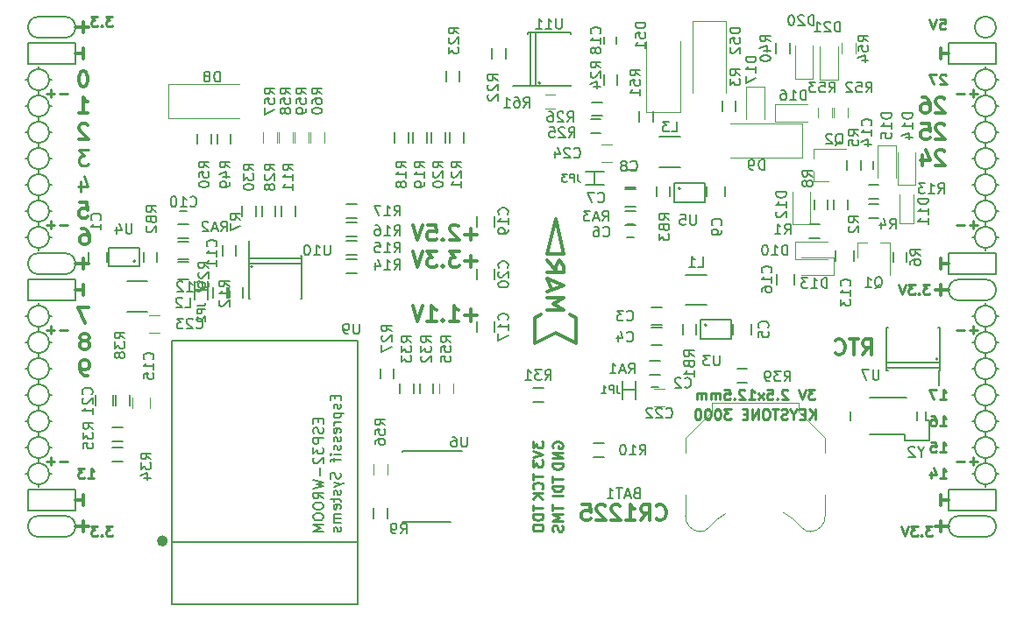
<source format=gbo>
G04 #@! TF.FileFunction,Legend,Bot*
%FSLAX46Y46*%
G04 Gerber Fmt 4.6, Leading zero omitted, Abs format (unit mm)*
G04 Created by KiCad (PCBNEW 4.0.7+dfsg1-1) date Tue Jan  9 14:20:40 2018*
%MOMM*%
%LPD*%
G01*
G04 APERTURE LIST*
%ADD10C,0.100000*%
%ADD11C,0.250000*%
%ADD12C,0.300000*%
%ADD13C,0.200000*%
%ADD14C,0.150000*%
%ADD15C,0.120000*%
%ADD16C,0.500000*%
%ADD17C,0.152400*%
G04 APERTURE END LIST*
D10*
D11*
X170323095Y-97702381D02*
X169704047Y-97702381D01*
X170037381Y-98083333D01*
X169894523Y-98083333D01*
X169799285Y-98130952D01*
X169751666Y-98178571D01*
X169704047Y-98273810D01*
X169704047Y-98511905D01*
X169751666Y-98607143D01*
X169799285Y-98654762D01*
X169894523Y-98702381D01*
X170180238Y-98702381D01*
X170275476Y-98654762D01*
X170323095Y-98607143D01*
X169418333Y-97702381D02*
X169085000Y-98702381D01*
X168751666Y-97702381D01*
X167704047Y-97797619D02*
X167656428Y-97750000D01*
X167561190Y-97702381D01*
X167323094Y-97702381D01*
X167227856Y-97750000D01*
X167180237Y-97797619D01*
X167132618Y-97892857D01*
X167132618Y-97988095D01*
X167180237Y-98130952D01*
X167751666Y-98702381D01*
X167132618Y-98702381D01*
X166704047Y-98607143D02*
X166656428Y-98654762D01*
X166704047Y-98702381D01*
X166751666Y-98654762D01*
X166704047Y-98607143D01*
X166704047Y-98702381D01*
X165751666Y-97702381D02*
X166227857Y-97702381D01*
X166275476Y-98178571D01*
X166227857Y-98130952D01*
X166132619Y-98083333D01*
X165894523Y-98083333D01*
X165799285Y-98130952D01*
X165751666Y-98178571D01*
X165704047Y-98273810D01*
X165704047Y-98511905D01*
X165751666Y-98607143D01*
X165799285Y-98654762D01*
X165894523Y-98702381D01*
X166132619Y-98702381D01*
X166227857Y-98654762D01*
X166275476Y-98607143D01*
X165370714Y-98702381D02*
X164846904Y-98035714D01*
X165370714Y-98035714D02*
X164846904Y-98702381D01*
X163942142Y-98702381D02*
X164513571Y-98702381D01*
X164227857Y-98702381D02*
X164227857Y-97702381D01*
X164323095Y-97845238D01*
X164418333Y-97940476D01*
X164513571Y-97988095D01*
X163561190Y-97797619D02*
X163513571Y-97750000D01*
X163418333Y-97702381D01*
X163180237Y-97702381D01*
X163084999Y-97750000D01*
X163037380Y-97797619D01*
X162989761Y-97892857D01*
X162989761Y-97988095D01*
X163037380Y-98130952D01*
X163608809Y-98702381D01*
X162989761Y-98702381D01*
X162561190Y-98607143D02*
X162513571Y-98654762D01*
X162561190Y-98702381D01*
X162608809Y-98654762D01*
X162561190Y-98607143D01*
X162561190Y-98702381D01*
X161608809Y-97702381D02*
X162085000Y-97702381D01*
X162132619Y-98178571D01*
X162085000Y-98130952D01*
X161989762Y-98083333D01*
X161751666Y-98083333D01*
X161656428Y-98130952D01*
X161608809Y-98178571D01*
X161561190Y-98273810D01*
X161561190Y-98511905D01*
X161608809Y-98607143D01*
X161656428Y-98654762D01*
X161751666Y-98702381D01*
X161989762Y-98702381D01*
X162085000Y-98654762D01*
X162132619Y-98607143D01*
X161132619Y-98702381D02*
X161132619Y-98035714D01*
X161132619Y-98130952D02*
X161085000Y-98083333D01*
X160989762Y-98035714D01*
X160846904Y-98035714D01*
X160751666Y-98083333D01*
X160704047Y-98178571D01*
X160704047Y-98702381D01*
X160704047Y-98178571D02*
X160656428Y-98083333D01*
X160561190Y-98035714D01*
X160418333Y-98035714D01*
X160323095Y-98083333D01*
X160275476Y-98178571D01*
X160275476Y-98702381D01*
X159799286Y-98702381D02*
X159799286Y-98035714D01*
X159799286Y-98130952D02*
X159751667Y-98083333D01*
X159656429Y-98035714D01*
X159513571Y-98035714D01*
X159418333Y-98083333D01*
X159370714Y-98178571D01*
X159370714Y-98702381D01*
X159370714Y-98178571D02*
X159323095Y-98083333D01*
X159227857Y-98035714D01*
X159085000Y-98035714D01*
X158989762Y-98083333D01*
X158942143Y-98178571D01*
X158942143Y-98702381D01*
D12*
X182492000Y-87582000D02*
X182492000Y-88598000D01*
X183254000Y-88090000D02*
X181984000Y-88090000D01*
X182492000Y-110442000D02*
X182492000Y-111458000D01*
X183254000Y-110950000D02*
X181984000Y-110950000D01*
X99688000Y-62182000D02*
X99688000Y-63198000D01*
X98926000Y-62690000D02*
X100196000Y-62690000D01*
X99688000Y-110442000D02*
X99688000Y-111458000D01*
X98926000Y-110950000D02*
X100196000Y-110950000D01*
X99688000Y-85042000D02*
X99688000Y-86058000D01*
X98926000Y-85550000D02*
X100196000Y-85550000D01*
D13*
X187826000Y-62690000D02*
G75*
G03X187826000Y-62690000I-1016000J0D01*
G01*
X184270000Y-87074000D02*
X186810000Y-87074000D01*
X184270000Y-89106000D02*
X186810000Y-89106000D01*
X184270000Y-87074000D02*
G75*
G03X184270000Y-89106000I0J-1016000D01*
G01*
X186810000Y-89106000D02*
G75*
G03X186810000Y-87074000I0J1016000D01*
G01*
X184270000Y-111966000D02*
X186810000Y-111966000D01*
X184270000Y-109934000D02*
X186810000Y-109934000D01*
X184270000Y-109934000D02*
G75*
G03X184270000Y-111966000I0J-1016000D01*
G01*
X186810000Y-111966000D02*
G75*
G03X186810000Y-109934000I0J1016000D01*
G01*
X97910000Y-63706000D02*
G75*
G03X97910000Y-61674000I0J1016000D01*
G01*
X95370000Y-61674000D02*
X97910000Y-61674000D01*
X95370000Y-63706000D02*
X97910000Y-63706000D01*
X95370000Y-61674000D02*
G75*
G03X95370000Y-63706000I0J-1016000D01*
G01*
X95370000Y-86566000D02*
X97910000Y-86566000D01*
X95370000Y-84534000D02*
X97910000Y-84534000D01*
X95370000Y-84534000D02*
G75*
G03X95370000Y-86566000I0J-1016000D01*
G01*
X97910000Y-86566000D02*
G75*
G03X97910000Y-84534000I0J1016000D01*
G01*
X95370000Y-111966000D02*
X97910000Y-111966000D01*
X95370000Y-109934000D02*
X97910000Y-109934000D01*
X95370000Y-109934000D02*
G75*
G03X95370000Y-111966000I0J-1016000D01*
G01*
X97910000Y-111966000D02*
G75*
G03X97910000Y-109934000I0J1016000D01*
G01*
X98926000Y-107394000D02*
X94354000Y-107394000D01*
X98926000Y-109426000D02*
X98926000Y-107394000D01*
X94354000Y-109426000D02*
X98926000Y-109426000D01*
X94354000Y-107394000D02*
X94354000Y-109426000D01*
X187826000Y-107394000D02*
X183254000Y-107394000D01*
X187826000Y-109426000D02*
X187826000Y-107394000D01*
X183254000Y-109426000D02*
X187826000Y-109426000D01*
X183254000Y-107394000D02*
X183254000Y-109426000D01*
X187826000Y-84534000D02*
X183254000Y-84534000D01*
X187826000Y-86566000D02*
X187826000Y-84534000D01*
X183254000Y-86566000D02*
X187826000Y-86566000D01*
X183254000Y-84534000D02*
X183254000Y-86566000D01*
X187826000Y-64214000D02*
X183254000Y-64214000D01*
X187826000Y-66246000D02*
X187826000Y-64214000D01*
X183254000Y-66246000D02*
X187826000Y-66246000D01*
X183254000Y-64214000D02*
X183254000Y-66246000D01*
X98926000Y-64214000D02*
X94354000Y-64214000D01*
X98926000Y-66246000D02*
X98926000Y-64214000D01*
X94354000Y-66246000D02*
X98926000Y-66246000D01*
X94354000Y-64214000D02*
X94354000Y-66246000D01*
X98926000Y-87074000D02*
X94354000Y-87074000D01*
X98926000Y-89106000D02*
X98926000Y-87074000D01*
X94354000Y-89106000D02*
X98926000Y-89106000D01*
X94354000Y-87074000D02*
X94354000Y-89106000D01*
D12*
X182872857Y-74711429D02*
X182801428Y-74640000D01*
X182658571Y-74568571D01*
X182301428Y-74568571D01*
X182158571Y-74640000D01*
X182087142Y-74711429D01*
X182015714Y-74854286D01*
X182015714Y-74997143D01*
X182087142Y-75211429D01*
X182944285Y-76068571D01*
X182015714Y-76068571D01*
X180730000Y-75068571D02*
X180730000Y-76068571D01*
X181087143Y-74497143D02*
X181444286Y-75568571D01*
X180515714Y-75568571D01*
X182872857Y-72171429D02*
X182801428Y-72100000D01*
X182658571Y-72028571D01*
X182301428Y-72028571D01*
X182158571Y-72100000D01*
X182087142Y-72171429D01*
X182015714Y-72314286D01*
X182015714Y-72457143D01*
X182087142Y-72671429D01*
X182944285Y-73528571D01*
X182015714Y-73528571D01*
X180658571Y-72028571D02*
X181372857Y-72028571D01*
X181444286Y-72742857D01*
X181372857Y-72671429D01*
X181230000Y-72600000D01*
X180872857Y-72600000D01*
X180730000Y-72671429D01*
X180658571Y-72742857D01*
X180587143Y-72885714D01*
X180587143Y-73242857D01*
X180658571Y-73385714D01*
X180730000Y-73457143D01*
X180872857Y-73528571D01*
X181230000Y-73528571D01*
X181372857Y-73457143D01*
X181444286Y-73385714D01*
D11*
X186032000Y-91971429D02*
X185270095Y-91971429D01*
X185651047Y-92352381D02*
X185651047Y-91590476D01*
X184793905Y-91971429D02*
X184032000Y-91971429D01*
X186032000Y-69111429D02*
X185270095Y-69111429D01*
X185651047Y-69492381D02*
X185651047Y-68730476D01*
X184793905Y-69111429D02*
X184032000Y-69111429D01*
X186032000Y-81811429D02*
X185270095Y-81811429D01*
X185651047Y-82192381D02*
X185651047Y-81430476D01*
X184793905Y-81811429D02*
X184032000Y-81811429D01*
X186032000Y-104671429D02*
X185270095Y-104671429D01*
X185651047Y-105052381D02*
X185651047Y-104290476D01*
X184793905Y-104671429D02*
X184032000Y-104671429D01*
X98148000Y-104671429D02*
X97386095Y-104671429D01*
X96909905Y-104671429D02*
X96148000Y-104671429D01*
X96528952Y-105052381D02*
X96528952Y-104290476D01*
X98148000Y-91971429D02*
X97386095Y-91971429D01*
X96909905Y-91971429D02*
X96148000Y-91971429D01*
X96528952Y-92352381D02*
X96528952Y-91590476D01*
X98148000Y-81811429D02*
X97386095Y-81811429D01*
X96909905Y-81811429D02*
X96148000Y-81811429D01*
X96528952Y-82192381D02*
X96528952Y-81430476D01*
X98148000Y-69111429D02*
X97386095Y-69111429D01*
X96909905Y-69111429D02*
X96148000Y-69111429D01*
X96528952Y-69492381D02*
X96528952Y-68730476D01*
D12*
X182492000Y-107902000D02*
X182492000Y-108918000D01*
X183254000Y-108410000D02*
X182492000Y-108410000D01*
D13*
X95370000Y-96726000D02*
X95370000Y-97234000D01*
X96386000Y-95710000D02*
X96640000Y-95710000D01*
X94354000Y-95710000D02*
X94100000Y-95710000D01*
X187826000Y-98250000D02*
X188080000Y-98250000D01*
X187826000Y-83010000D02*
X188080000Y-83010000D01*
X95370000Y-107140000D02*
X95370000Y-106886000D01*
X96386000Y-105870000D02*
X96640000Y-105870000D01*
X94354000Y-105870000D02*
X94100000Y-105870000D01*
X94354000Y-103330000D02*
X94100000Y-103330000D01*
X95370000Y-104346000D02*
X95370000Y-104854000D01*
X96386000Y-103330000D02*
X96640000Y-103330000D01*
X94354000Y-100790000D02*
X94100000Y-100790000D01*
X95370000Y-102314000D02*
X95370000Y-101806000D01*
X96386000Y-100790000D02*
X96640000Y-100790000D01*
X95370000Y-99266000D02*
X95370000Y-99774000D01*
X94354000Y-98250000D02*
X94100000Y-98250000D01*
X96386000Y-98250000D02*
X96640000Y-98250000D01*
X95370000Y-94186000D02*
X95370000Y-94694000D01*
X96386000Y-93170000D02*
X96640000Y-93170000D01*
X94354000Y-93170000D02*
X94100000Y-93170000D01*
X94354000Y-90630000D02*
X94100000Y-90630000D01*
X95370000Y-91646000D02*
X95370000Y-92154000D01*
X96640000Y-90630000D02*
X96386000Y-90630000D01*
X95370000Y-89360000D02*
X95370000Y-89614000D01*
X94354000Y-83010000D02*
X94100000Y-83010000D01*
X95370000Y-84280000D02*
X95370000Y-84026000D01*
X96386000Y-83010000D02*
X96640000Y-83010000D01*
X95370000Y-81486000D02*
X95370000Y-81994000D01*
X94354000Y-80470000D02*
X94100000Y-80470000D01*
X96640000Y-80470000D02*
X96386000Y-80470000D01*
X95370000Y-78946000D02*
X95370000Y-79454000D01*
X96386000Y-77930000D02*
X96640000Y-77930000D01*
X94354000Y-77930000D02*
X94100000Y-77930000D01*
X95370000Y-76406000D02*
X95370000Y-76914000D01*
X94354000Y-75390000D02*
X94100000Y-75390000D01*
X96386000Y-75390000D02*
X96640000Y-75390000D01*
X95370000Y-73866000D02*
X95370000Y-74374000D01*
X96386000Y-72850000D02*
X96640000Y-72850000D01*
X94100000Y-72850000D02*
X94354000Y-72850000D01*
X94354000Y-70310000D02*
X94100000Y-70310000D01*
X96640000Y-70310000D02*
X96386000Y-70310000D01*
X95370000Y-71326000D02*
X95370000Y-71834000D01*
X95370000Y-68786000D02*
X95370000Y-69294000D01*
X96386000Y-67770000D02*
X96640000Y-67770000D01*
X94354000Y-67770000D02*
X94100000Y-67770000D01*
X95370000Y-66500000D02*
X95370000Y-66754000D01*
X187826000Y-105870000D02*
X188080000Y-105870000D01*
X186810000Y-107140000D02*
X186810000Y-106886000D01*
X185540000Y-105870000D02*
X185794000Y-105870000D01*
X186810000Y-104346000D02*
X186810000Y-104854000D01*
X187826000Y-103330000D02*
X188080000Y-103330000D01*
X185540000Y-103330000D02*
X185794000Y-103330000D01*
X186810000Y-101806000D02*
X186810000Y-102314000D01*
X187826000Y-100790000D02*
X188080000Y-100790000D01*
X185540000Y-100790000D02*
X185794000Y-100790000D01*
X186810000Y-99266000D02*
X186810000Y-99774000D01*
X185540000Y-98250000D02*
X185794000Y-98250000D01*
X186810000Y-97234000D02*
X186810000Y-96726000D01*
X187826000Y-95710000D02*
X188080000Y-95710000D01*
X185540000Y-95710000D02*
X185794000Y-95710000D01*
X186810000Y-94694000D02*
X186810000Y-94186000D01*
X187826000Y-93170000D02*
X188080000Y-93170000D01*
X185540000Y-93170000D02*
X185794000Y-93170000D01*
X186810000Y-92154000D02*
X186810000Y-91646000D01*
X187826000Y-90630000D02*
X188080000Y-90630000D01*
X185540000Y-90630000D02*
X185794000Y-90630000D01*
X186810000Y-89360000D02*
X186810000Y-89614000D01*
X186810000Y-84280000D02*
X186810000Y-84026000D01*
X185540000Y-83010000D02*
X185794000Y-83010000D01*
X186810000Y-81994000D02*
X186810000Y-81486000D01*
X185794000Y-80470000D02*
X185540000Y-80470000D01*
X187826000Y-80470000D02*
X188080000Y-80470000D01*
X186810000Y-78946000D02*
X186810000Y-79454000D01*
X185794000Y-77930000D02*
X185540000Y-77930000D01*
X187826000Y-77930000D02*
X188080000Y-77930000D01*
X186810000Y-76406000D02*
X186810000Y-76914000D01*
X186810000Y-73866000D02*
X186810000Y-74374000D01*
X185794000Y-75390000D02*
X185540000Y-75390000D01*
X187826000Y-75390000D02*
X188080000Y-75390000D01*
X187826000Y-72850000D02*
X188080000Y-72850000D01*
X185540000Y-72850000D02*
X185794000Y-72850000D01*
X186810000Y-71834000D02*
X186810000Y-71326000D01*
X187826000Y-70310000D02*
X188080000Y-70310000D01*
X185540000Y-70310000D02*
X185794000Y-70310000D01*
X187826000Y-67770000D02*
X188080000Y-67770000D01*
X186810000Y-68786000D02*
X186810000Y-69294000D01*
X185540000Y-67770000D02*
X185794000Y-67770000D01*
X186810000Y-66500000D02*
X186810000Y-66754000D01*
X187826000Y-67770000D02*
G75*
G03X187826000Y-67770000I-1016000J0D01*
G01*
X187826000Y-70310000D02*
G75*
G03X187826000Y-70310000I-1016000J0D01*
G01*
X187826000Y-72850000D02*
G75*
G03X187826000Y-72850000I-1016000J0D01*
G01*
X187826000Y-75390000D02*
G75*
G03X187826000Y-75390000I-1016000J0D01*
G01*
X187826000Y-77930000D02*
G75*
G03X187826000Y-77930000I-1016000J0D01*
G01*
X187826000Y-80470000D02*
G75*
G03X187826000Y-80470000I-1016000J0D01*
G01*
X187826000Y-83010000D02*
G75*
G03X187826000Y-83010000I-1016000J0D01*
G01*
X187826000Y-90630000D02*
G75*
G03X187826000Y-90630000I-1016000J0D01*
G01*
X187826000Y-93170000D02*
G75*
G03X187826000Y-93170000I-1016000J0D01*
G01*
X187826000Y-95710000D02*
G75*
G03X187826000Y-95710000I-1016000J0D01*
G01*
X187826000Y-98250000D02*
G75*
G03X187826000Y-98250000I-1016000J0D01*
G01*
X187826000Y-100790000D02*
G75*
G03X187826000Y-100790000I-1016000J0D01*
G01*
X187826000Y-103330000D02*
G75*
G03X187826000Y-103330000I-1016000J0D01*
G01*
X187826000Y-105870000D02*
G75*
G03X187826000Y-105870000I-1016000J0D01*
G01*
X96386000Y-105870000D02*
G75*
G03X96386000Y-105870000I-1016000J0D01*
G01*
X96386000Y-103330000D02*
G75*
G03X96386000Y-103330000I-1016000J0D01*
G01*
X96386000Y-100790000D02*
G75*
G03X96386000Y-100790000I-1016000J0D01*
G01*
X96386000Y-98250000D02*
G75*
G03X96386000Y-98250000I-1016000J0D01*
G01*
X96386000Y-95710000D02*
G75*
G03X96386000Y-95710000I-1016000J0D01*
G01*
X96386000Y-93170000D02*
G75*
G03X96386000Y-93170000I-1016000J0D01*
G01*
X96386000Y-90630000D02*
G75*
G03X96386000Y-90630000I-1016000J0D01*
G01*
X96386000Y-83010000D02*
G75*
G03X96386000Y-83010000I-1016000J0D01*
G01*
X96386000Y-80470000D02*
G75*
G03X96386000Y-80470000I-1016000J0D01*
G01*
X96386000Y-77930000D02*
G75*
G03X96386000Y-77930000I-1016000J0D01*
G01*
X96386000Y-75390000D02*
G75*
G03X96386000Y-75390000I-1016000J0D01*
G01*
X96386000Y-72850000D02*
G75*
G03X96386000Y-72850000I-1016000J0D01*
G01*
X96386000Y-70310000D02*
G75*
G03X96386000Y-70310000I-1016000J0D01*
G01*
X96386000Y-67770000D02*
G75*
G03X96386000Y-67770000I-1016000J0D01*
G01*
D11*
X182428476Y-61888381D02*
X182904667Y-61888381D01*
X182952286Y-62364571D01*
X182904667Y-62316952D01*
X182809429Y-62269333D01*
X182571333Y-62269333D01*
X182476095Y-62316952D01*
X182428476Y-62364571D01*
X182380857Y-62459810D01*
X182380857Y-62697905D01*
X182428476Y-62793143D01*
X182476095Y-62840762D01*
X182571333Y-62888381D01*
X182809429Y-62888381D01*
X182904667Y-62840762D01*
X182952286Y-62793143D01*
X182095143Y-61888381D02*
X181761810Y-62888381D01*
X181428476Y-61888381D01*
D12*
X182492000Y-64722000D02*
X182492000Y-65738000D01*
X183254000Y-65230000D02*
X182492000Y-65230000D01*
D11*
X182999905Y-67317619D02*
X182952286Y-67270000D01*
X182857048Y-67222381D01*
X182618952Y-67222381D01*
X182523714Y-67270000D01*
X182476095Y-67317619D01*
X182428476Y-67412857D01*
X182428476Y-67508095D01*
X182476095Y-67650952D01*
X183047524Y-68222381D01*
X182428476Y-68222381D01*
X182095143Y-67222381D02*
X181428476Y-67222381D01*
X181857048Y-68222381D01*
D12*
X182872857Y-69631429D02*
X182801428Y-69560000D01*
X182658571Y-69488571D01*
X182301428Y-69488571D01*
X182158571Y-69560000D01*
X182087142Y-69631429D01*
X182015714Y-69774286D01*
X182015714Y-69917143D01*
X182087142Y-70131429D01*
X182944285Y-70988571D01*
X182015714Y-70988571D01*
X180730000Y-69488571D02*
X181015714Y-69488571D01*
X181158571Y-69560000D01*
X181230000Y-69631429D01*
X181372857Y-69845714D01*
X181444286Y-70131429D01*
X181444286Y-70702857D01*
X181372857Y-70845714D01*
X181301429Y-70917143D01*
X181158571Y-70988571D01*
X180872857Y-70988571D01*
X180730000Y-70917143D01*
X180658571Y-70845714D01*
X180587143Y-70702857D01*
X180587143Y-70345714D01*
X180658571Y-70202857D01*
X180730000Y-70131429D01*
X180872857Y-70060000D01*
X181158571Y-70060000D01*
X181301429Y-70131429D01*
X181372857Y-70202857D01*
X181444286Y-70345714D01*
X182492000Y-85042000D02*
X182492000Y-86058000D01*
X183254000Y-85550000D02*
X182492000Y-85550000D01*
D11*
X181428190Y-87542381D02*
X180809142Y-87542381D01*
X181142476Y-87923333D01*
X180999618Y-87923333D01*
X180904380Y-87970952D01*
X180856761Y-88018571D01*
X180809142Y-88113810D01*
X180809142Y-88351905D01*
X180856761Y-88447143D01*
X180904380Y-88494762D01*
X180999618Y-88542381D01*
X181285333Y-88542381D01*
X181380571Y-88494762D01*
X181428190Y-88447143D01*
X180380571Y-88447143D02*
X180332952Y-88494762D01*
X180380571Y-88542381D01*
X180428190Y-88494762D01*
X180380571Y-88447143D01*
X180380571Y-88542381D01*
X179999619Y-87542381D02*
X179380571Y-87542381D01*
X179713905Y-87923333D01*
X179571047Y-87923333D01*
X179475809Y-87970952D01*
X179428190Y-88018571D01*
X179380571Y-88113810D01*
X179380571Y-88351905D01*
X179428190Y-88447143D01*
X179475809Y-88494762D01*
X179571047Y-88542381D01*
X179856762Y-88542381D01*
X179952000Y-88494762D01*
X179999619Y-88447143D01*
X179094857Y-87542381D02*
X178761524Y-88542381D01*
X178428190Y-87542381D01*
X182428476Y-98702381D02*
X182999905Y-98702381D01*
X182714191Y-98702381D02*
X182714191Y-97702381D01*
X182809429Y-97845238D01*
X182904667Y-97940476D01*
X182999905Y-97988095D01*
X182095143Y-97702381D02*
X181428476Y-97702381D01*
X181857048Y-98702381D01*
X182428476Y-101242381D02*
X182999905Y-101242381D01*
X182714191Y-101242381D02*
X182714191Y-100242381D01*
X182809429Y-100385238D01*
X182904667Y-100480476D01*
X182999905Y-100528095D01*
X181571333Y-100242381D02*
X181761810Y-100242381D01*
X181857048Y-100290000D01*
X181904667Y-100337619D01*
X181999905Y-100480476D01*
X182047524Y-100670952D01*
X182047524Y-101051905D01*
X181999905Y-101147143D01*
X181952286Y-101194762D01*
X181857048Y-101242381D01*
X181666571Y-101242381D01*
X181571333Y-101194762D01*
X181523714Y-101147143D01*
X181476095Y-101051905D01*
X181476095Y-100813810D01*
X181523714Y-100718571D01*
X181571333Y-100670952D01*
X181666571Y-100623333D01*
X181857048Y-100623333D01*
X181952286Y-100670952D01*
X181999905Y-100718571D01*
X182047524Y-100813810D01*
X182428476Y-103782381D02*
X182999905Y-103782381D01*
X182714191Y-103782381D02*
X182714191Y-102782381D01*
X182809429Y-102925238D01*
X182904667Y-103020476D01*
X182999905Y-103068095D01*
X181523714Y-102782381D02*
X181999905Y-102782381D01*
X182047524Y-103258571D01*
X181999905Y-103210952D01*
X181904667Y-103163333D01*
X181666571Y-103163333D01*
X181571333Y-103210952D01*
X181523714Y-103258571D01*
X181476095Y-103353810D01*
X181476095Y-103591905D01*
X181523714Y-103687143D01*
X181571333Y-103734762D01*
X181666571Y-103782381D01*
X181904667Y-103782381D01*
X181999905Y-103734762D01*
X182047524Y-103687143D01*
X182428476Y-106322381D02*
X182999905Y-106322381D01*
X182714191Y-106322381D02*
X182714191Y-105322381D01*
X182809429Y-105465238D01*
X182904667Y-105560476D01*
X182999905Y-105608095D01*
X181571333Y-105655714D02*
X181571333Y-106322381D01*
X181809429Y-105274762D02*
X182047524Y-105989048D01*
X181428476Y-105989048D01*
X181682190Y-110910381D02*
X181063142Y-110910381D01*
X181396476Y-111291333D01*
X181253618Y-111291333D01*
X181158380Y-111338952D01*
X181110761Y-111386571D01*
X181063142Y-111481810D01*
X181063142Y-111719905D01*
X181110761Y-111815143D01*
X181158380Y-111862762D01*
X181253618Y-111910381D01*
X181539333Y-111910381D01*
X181634571Y-111862762D01*
X181682190Y-111815143D01*
X180634571Y-111815143D02*
X180586952Y-111862762D01*
X180634571Y-111910381D01*
X180682190Y-111862762D01*
X180634571Y-111815143D01*
X180634571Y-111910381D01*
X180253619Y-110910381D02*
X179634571Y-110910381D01*
X179967905Y-111291333D01*
X179825047Y-111291333D01*
X179729809Y-111338952D01*
X179682190Y-111386571D01*
X179634571Y-111481810D01*
X179634571Y-111719905D01*
X179682190Y-111815143D01*
X179729809Y-111862762D01*
X179825047Y-111910381D01*
X180110762Y-111910381D01*
X180206000Y-111862762D01*
X180253619Y-111815143D01*
X179348857Y-110910381D02*
X179015524Y-111910381D01*
X178682190Y-110910381D01*
D12*
X99688000Y-108918000D02*
X99688000Y-107902000D01*
X98926000Y-108410000D02*
X99688000Y-108410000D01*
X99688000Y-88598000D02*
X99688000Y-87582000D01*
X98926000Y-88090000D02*
X99688000Y-88090000D01*
X99688000Y-64722000D02*
X99688000Y-65738000D01*
X98926000Y-65230000D02*
X99688000Y-65230000D01*
D11*
X102513619Y-110910381D02*
X101894571Y-110910381D01*
X102227905Y-111291333D01*
X102085047Y-111291333D01*
X101989809Y-111338952D01*
X101942190Y-111386571D01*
X101894571Y-111481810D01*
X101894571Y-111719905D01*
X101942190Y-111815143D01*
X101989809Y-111862762D01*
X102085047Y-111910381D01*
X102370762Y-111910381D01*
X102466000Y-111862762D01*
X102513619Y-111815143D01*
X101466000Y-111815143D02*
X101418381Y-111862762D01*
X101466000Y-111910381D01*
X101513619Y-111862762D01*
X101466000Y-111815143D01*
X101466000Y-111910381D01*
X101085048Y-110910381D02*
X100466000Y-110910381D01*
X100799334Y-111291333D01*
X100656476Y-111291333D01*
X100561238Y-111338952D01*
X100513619Y-111386571D01*
X100466000Y-111481810D01*
X100466000Y-111719905D01*
X100513619Y-111815143D01*
X100561238Y-111862762D01*
X100656476Y-111910381D01*
X100942191Y-111910381D01*
X101037429Y-111862762D01*
X101085048Y-111815143D01*
X100132476Y-106322381D02*
X100703905Y-106322381D01*
X100418191Y-106322381D02*
X100418191Y-105322381D01*
X100513429Y-105465238D01*
X100608667Y-105560476D01*
X100703905Y-105608095D01*
X99799143Y-105322381D02*
X99180095Y-105322381D01*
X99513429Y-105703333D01*
X99370571Y-105703333D01*
X99275333Y-105750952D01*
X99227714Y-105798571D01*
X99180095Y-105893810D01*
X99180095Y-106131905D01*
X99227714Y-106227143D01*
X99275333Y-106274762D01*
X99370571Y-106322381D01*
X99656286Y-106322381D01*
X99751524Y-106274762D01*
X99799143Y-106227143D01*
D12*
X100100714Y-96388571D02*
X99814999Y-96388571D01*
X99672142Y-96317143D01*
X99600714Y-96245714D01*
X99457856Y-96031429D01*
X99386428Y-95745714D01*
X99386428Y-95174286D01*
X99457856Y-95031429D01*
X99529285Y-94960000D01*
X99672142Y-94888571D01*
X99957856Y-94888571D01*
X100100714Y-94960000D01*
X100172142Y-95031429D01*
X100243571Y-95174286D01*
X100243571Y-95531429D01*
X100172142Y-95674286D01*
X100100714Y-95745714D01*
X99957856Y-95817143D01*
X99672142Y-95817143D01*
X99529285Y-95745714D01*
X99457856Y-95674286D01*
X99386428Y-95531429D01*
X99957856Y-92991429D02*
X100100714Y-92920000D01*
X100172142Y-92848571D01*
X100243571Y-92705714D01*
X100243571Y-92634286D01*
X100172142Y-92491429D01*
X100100714Y-92420000D01*
X99957856Y-92348571D01*
X99672142Y-92348571D01*
X99529285Y-92420000D01*
X99457856Y-92491429D01*
X99386428Y-92634286D01*
X99386428Y-92705714D01*
X99457856Y-92848571D01*
X99529285Y-92920000D01*
X99672142Y-92991429D01*
X99957856Y-92991429D01*
X100100714Y-93062857D01*
X100172142Y-93134286D01*
X100243571Y-93277143D01*
X100243571Y-93562857D01*
X100172142Y-93705714D01*
X100100714Y-93777143D01*
X99957856Y-93848571D01*
X99672142Y-93848571D01*
X99529285Y-93777143D01*
X99457856Y-93705714D01*
X99386428Y-93562857D01*
X99386428Y-93277143D01*
X99457856Y-93134286D01*
X99529285Y-93062857D01*
X99672142Y-92991429D01*
X100187999Y-89808571D02*
X99187999Y-89808571D01*
X99830856Y-91308571D01*
X99529285Y-82188571D02*
X99814999Y-82188571D01*
X99957856Y-82260000D01*
X100029285Y-82331429D01*
X100172142Y-82545714D01*
X100243571Y-82831429D01*
X100243571Y-83402857D01*
X100172142Y-83545714D01*
X100100714Y-83617143D01*
X99957856Y-83688571D01*
X99672142Y-83688571D01*
X99529285Y-83617143D01*
X99457856Y-83545714D01*
X99386428Y-83402857D01*
X99386428Y-83045714D01*
X99457856Y-82902857D01*
X99529285Y-82831429D01*
X99672142Y-82760000D01*
X99957856Y-82760000D01*
X100100714Y-82831429D01*
X100172142Y-82902857D01*
X100243571Y-83045714D01*
X99330856Y-79648571D02*
X100045142Y-79648571D01*
X100116571Y-80362857D01*
X100045142Y-80291429D01*
X99902285Y-80220000D01*
X99545142Y-80220000D01*
X99402285Y-80291429D01*
X99330856Y-80362857D01*
X99259428Y-80505714D01*
X99259428Y-80862857D01*
X99330856Y-81005714D01*
X99402285Y-81077143D01*
X99545142Y-81148571D01*
X99902285Y-81148571D01*
X100045142Y-81077143D01*
X100116571Y-81005714D01*
D11*
X99402285Y-77608571D02*
X99402285Y-78608571D01*
X99759428Y-77037143D02*
X100116571Y-78108571D01*
X99187999Y-78108571D01*
X100187999Y-74568571D02*
X99259428Y-74568571D01*
X99759428Y-75140000D01*
X99545142Y-75140000D01*
X99402285Y-75211429D01*
X99330856Y-75282857D01*
X99259428Y-75425714D01*
X99259428Y-75782857D01*
X99330856Y-75925714D01*
X99402285Y-75997143D01*
X99545142Y-76068571D01*
X99973714Y-76068571D01*
X100116571Y-75997143D01*
X100187999Y-75925714D01*
D12*
X100116571Y-72171429D02*
X100045142Y-72100000D01*
X99902285Y-72028571D01*
X99545142Y-72028571D01*
X99402285Y-72100000D01*
X99330856Y-72171429D01*
X99259428Y-72314286D01*
X99259428Y-72457143D01*
X99330856Y-72671429D01*
X100187999Y-73528571D01*
X99259428Y-73528571D01*
X99259428Y-70988571D02*
X100116571Y-70988571D01*
X99687999Y-70988571D02*
X99687999Y-69488571D01*
X99830856Y-69702857D01*
X99973714Y-69845714D01*
X100116571Y-69917143D01*
X99759428Y-66948571D02*
X99616571Y-66948571D01*
X99473714Y-67020000D01*
X99402285Y-67091429D01*
X99330856Y-67234286D01*
X99259428Y-67520000D01*
X99259428Y-67877143D01*
X99330856Y-68162857D01*
X99402285Y-68305714D01*
X99473714Y-68377143D01*
X99616571Y-68448571D01*
X99759428Y-68448571D01*
X99902285Y-68377143D01*
X99973714Y-68305714D01*
X100045142Y-68162857D01*
X100116571Y-67877143D01*
X100116571Y-67520000D01*
X100045142Y-67234286D01*
X99973714Y-67091429D01*
X99902285Y-67020000D01*
X99759428Y-66948571D01*
D11*
X102513619Y-61634381D02*
X101894571Y-61634381D01*
X102227905Y-62015333D01*
X102085047Y-62015333D01*
X101989809Y-62062952D01*
X101942190Y-62110571D01*
X101894571Y-62205810D01*
X101894571Y-62443905D01*
X101942190Y-62539143D01*
X101989809Y-62586762D01*
X102085047Y-62634381D01*
X102370762Y-62634381D01*
X102466000Y-62586762D01*
X102513619Y-62539143D01*
X101466000Y-62539143D02*
X101418381Y-62586762D01*
X101466000Y-62634381D01*
X101513619Y-62586762D01*
X101466000Y-62539143D01*
X101466000Y-62634381D01*
X101085048Y-61634381D02*
X100466000Y-61634381D01*
X100799334Y-62015333D01*
X100656476Y-62015333D01*
X100561238Y-62062952D01*
X100513619Y-62110571D01*
X100466000Y-62205810D01*
X100466000Y-62443905D01*
X100513619Y-62539143D01*
X100561238Y-62586762D01*
X100656476Y-62634381D01*
X100942191Y-62634381D01*
X101037429Y-62586762D01*
X101085048Y-62539143D01*
X170370715Y-100607381D02*
X170370715Y-99607381D01*
X169799286Y-100607381D02*
X170227858Y-100035952D01*
X169799286Y-99607381D02*
X170370715Y-100178810D01*
X169370715Y-100083571D02*
X169037381Y-100083571D01*
X168894524Y-100607381D02*
X169370715Y-100607381D01*
X169370715Y-99607381D01*
X168894524Y-99607381D01*
X168275477Y-100131190D02*
X168275477Y-100607381D01*
X168608810Y-99607381D02*
X168275477Y-100131190D01*
X167942143Y-99607381D01*
X167656429Y-100559762D02*
X167513572Y-100607381D01*
X167275476Y-100607381D01*
X167180238Y-100559762D01*
X167132619Y-100512143D01*
X167085000Y-100416905D01*
X167085000Y-100321667D01*
X167132619Y-100226429D01*
X167180238Y-100178810D01*
X167275476Y-100131190D01*
X167465953Y-100083571D01*
X167561191Y-100035952D01*
X167608810Y-99988333D01*
X167656429Y-99893095D01*
X167656429Y-99797857D01*
X167608810Y-99702619D01*
X167561191Y-99655000D01*
X167465953Y-99607381D01*
X167227857Y-99607381D01*
X167085000Y-99655000D01*
X166799286Y-99607381D02*
X166227857Y-99607381D01*
X166513572Y-100607381D02*
X166513572Y-99607381D01*
X165704048Y-99607381D02*
X165513571Y-99607381D01*
X165418333Y-99655000D01*
X165323095Y-99750238D01*
X165275476Y-99940714D01*
X165275476Y-100274048D01*
X165323095Y-100464524D01*
X165418333Y-100559762D01*
X165513571Y-100607381D01*
X165704048Y-100607381D01*
X165799286Y-100559762D01*
X165894524Y-100464524D01*
X165942143Y-100274048D01*
X165942143Y-99940714D01*
X165894524Y-99750238D01*
X165799286Y-99655000D01*
X165704048Y-99607381D01*
X164846905Y-100607381D02*
X164846905Y-99607381D01*
X164275476Y-100607381D01*
X164275476Y-99607381D01*
X163799286Y-100083571D02*
X163465952Y-100083571D01*
X163323095Y-100607381D02*
X163799286Y-100607381D01*
X163799286Y-99607381D01*
X163323095Y-99607381D01*
X162227857Y-99607381D02*
X161608809Y-99607381D01*
X161942143Y-99988333D01*
X161799285Y-99988333D01*
X161704047Y-100035952D01*
X161656428Y-100083571D01*
X161608809Y-100178810D01*
X161608809Y-100416905D01*
X161656428Y-100512143D01*
X161704047Y-100559762D01*
X161799285Y-100607381D01*
X162085000Y-100607381D01*
X162180238Y-100559762D01*
X162227857Y-100512143D01*
X160989762Y-99607381D02*
X160894523Y-99607381D01*
X160799285Y-99655000D01*
X160751666Y-99702619D01*
X160704047Y-99797857D01*
X160656428Y-99988333D01*
X160656428Y-100226429D01*
X160704047Y-100416905D01*
X160751666Y-100512143D01*
X160799285Y-100559762D01*
X160894523Y-100607381D01*
X160989762Y-100607381D01*
X161085000Y-100559762D01*
X161132619Y-100512143D01*
X161180238Y-100416905D01*
X161227857Y-100226429D01*
X161227857Y-99988333D01*
X161180238Y-99797857D01*
X161132619Y-99702619D01*
X161085000Y-99655000D01*
X160989762Y-99607381D01*
X160037381Y-99607381D02*
X159942142Y-99607381D01*
X159846904Y-99655000D01*
X159799285Y-99702619D01*
X159751666Y-99797857D01*
X159704047Y-99988333D01*
X159704047Y-100226429D01*
X159751666Y-100416905D01*
X159799285Y-100512143D01*
X159846904Y-100559762D01*
X159942142Y-100607381D01*
X160037381Y-100607381D01*
X160132619Y-100559762D01*
X160180238Y-100512143D01*
X160227857Y-100416905D01*
X160275476Y-100226429D01*
X160275476Y-99988333D01*
X160227857Y-99797857D01*
X160180238Y-99702619D01*
X160132619Y-99655000D01*
X160037381Y-99607381D01*
X159085000Y-99607381D02*
X158989761Y-99607381D01*
X158894523Y-99655000D01*
X158846904Y-99702619D01*
X158799285Y-99797857D01*
X158751666Y-99988333D01*
X158751666Y-100226429D01*
X158799285Y-100416905D01*
X158846904Y-100512143D01*
X158894523Y-100559762D01*
X158989761Y-100607381D01*
X159085000Y-100607381D01*
X159180238Y-100559762D01*
X159227857Y-100512143D01*
X159275476Y-100416905D01*
X159323095Y-100226429D01*
X159323095Y-99988333D01*
X159275476Y-99797857D01*
X159227857Y-99702619D01*
X159180238Y-99655000D01*
X159085000Y-99607381D01*
D12*
X155027856Y-110215714D02*
X155099285Y-110287143D01*
X155313571Y-110358571D01*
X155456428Y-110358571D01*
X155670713Y-110287143D01*
X155813571Y-110144286D01*
X155884999Y-110001429D01*
X155956428Y-109715714D01*
X155956428Y-109501429D01*
X155884999Y-109215714D01*
X155813571Y-109072857D01*
X155670713Y-108930000D01*
X155456428Y-108858571D01*
X155313571Y-108858571D01*
X155099285Y-108930000D01*
X155027856Y-109001429D01*
X153527856Y-110358571D02*
X154027856Y-109644286D01*
X154384999Y-110358571D02*
X154384999Y-108858571D01*
X153813571Y-108858571D01*
X153670713Y-108930000D01*
X153599285Y-109001429D01*
X153527856Y-109144286D01*
X153527856Y-109358571D01*
X153599285Y-109501429D01*
X153670713Y-109572857D01*
X153813571Y-109644286D01*
X154384999Y-109644286D01*
X152099285Y-110358571D02*
X152956428Y-110358571D01*
X152527856Y-110358571D02*
X152527856Y-108858571D01*
X152670713Y-109072857D01*
X152813571Y-109215714D01*
X152956428Y-109287143D01*
X151527857Y-109001429D02*
X151456428Y-108930000D01*
X151313571Y-108858571D01*
X150956428Y-108858571D01*
X150813571Y-108930000D01*
X150742142Y-109001429D01*
X150670714Y-109144286D01*
X150670714Y-109287143D01*
X150742142Y-109501429D01*
X151599285Y-110358571D01*
X150670714Y-110358571D01*
X150099286Y-109001429D02*
X150027857Y-108930000D01*
X149885000Y-108858571D01*
X149527857Y-108858571D01*
X149385000Y-108930000D01*
X149313571Y-109001429D01*
X149242143Y-109144286D01*
X149242143Y-109287143D01*
X149313571Y-109501429D01*
X150170714Y-110358571D01*
X149242143Y-110358571D01*
X147885000Y-108858571D02*
X148599286Y-108858571D01*
X148670715Y-109572857D01*
X148599286Y-109501429D01*
X148456429Y-109430000D01*
X148099286Y-109430000D01*
X147956429Y-109501429D01*
X147885000Y-109572857D01*
X147813572Y-109715714D01*
X147813572Y-110072857D01*
X147885000Y-110215714D01*
X147956429Y-110287143D01*
X148099286Y-110358571D01*
X148456429Y-110358571D01*
X148599286Y-110287143D01*
X148670715Y-110215714D01*
X137699999Y-82727143D02*
X136557142Y-82727143D01*
X137128571Y-83298571D02*
X137128571Y-82155714D01*
X135914285Y-81941429D02*
X135842856Y-81870000D01*
X135699999Y-81798571D01*
X135342856Y-81798571D01*
X135199999Y-81870000D01*
X135128570Y-81941429D01*
X135057142Y-82084286D01*
X135057142Y-82227143D01*
X135128570Y-82441429D01*
X135985713Y-83298571D01*
X135057142Y-83298571D01*
X134414285Y-83155714D02*
X134342857Y-83227143D01*
X134414285Y-83298571D01*
X134485714Y-83227143D01*
X134414285Y-83155714D01*
X134414285Y-83298571D01*
X132985713Y-81798571D02*
X133699999Y-81798571D01*
X133771428Y-82512857D01*
X133699999Y-82441429D01*
X133557142Y-82370000D01*
X133199999Y-82370000D01*
X133057142Y-82441429D01*
X132985713Y-82512857D01*
X132914285Y-82655714D01*
X132914285Y-83012857D01*
X132985713Y-83155714D01*
X133057142Y-83227143D01*
X133199999Y-83298571D01*
X133557142Y-83298571D01*
X133699999Y-83227143D01*
X133771428Y-83155714D01*
X132485714Y-81798571D02*
X131985714Y-83298571D01*
X131485714Y-81798571D01*
X137699999Y-85327143D02*
X136557142Y-85327143D01*
X137128571Y-85898571D02*
X137128571Y-84755714D01*
X135985713Y-84398571D02*
X135057142Y-84398571D01*
X135557142Y-84970000D01*
X135342856Y-84970000D01*
X135199999Y-85041429D01*
X135128570Y-85112857D01*
X135057142Y-85255714D01*
X135057142Y-85612857D01*
X135128570Y-85755714D01*
X135199999Y-85827143D01*
X135342856Y-85898571D01*
X135771428Y-85898571D01*
X135914285Y-85827143D01*
X135985713Y-85755714D01*
X134414285Y-85755714D02*
X134342857Y-85827143D01*
X134414285Y-85898571D01*
X134485714Y-85827143D01*
X134414285Y-85755714D01*
X134414285Y-85898571D01*
X133842856Y-84398571D02*
X132914285Y-84398571D01*
X133414285Y-84970000D01*
X133199999Y-84970000D01*
X133057142Y-85041429D01*
X132985713Y-85112857D01*
X132914285Y-85255714D01*
X132914285Y-85612857D01*
X132985713Y-85755714D01*
X133057142Y-85827143D01*
X133199999Y-85898571D01*
X133628571Y-85898571D01*
X133771428Y-85827143D01*
X133842856Y-85755714D01*
X132485714Y-84398571D02*
X131985714Y-85898571D01*
X131485714Y-84398571D01*
X137699999Y-90527143D02*
X136557142Y-90527143D01*
X137128571Y-91098571D02*
X137128571Y-89955714D01*
X135057142Y-91098571D02*
X135914285Y-91098571D01*
X135485713Y-91098571D02*
X135485713Y-89598571D01*
X135628570Y-89812857D01*
X135771428Y-89955714D01*
X135914285Y-90027143D01*
X134414285Y-90955714D02*
X134342857Y-91027143D01*
X134414285Y-91098571D01*
X134485714Y-91027143D01*
X134414285Y-90955714D01*
X134414285Y-91098571D01*
X132914285Y-91098571D02*
X133771428Y-91098571D01*
X133342856Y-91098571D02*
X133342856Y-89598571D01*
X133485713Y-89812857D01*
X133628571Y-89955714D01*
X133771428Y-90027143D01*
X132485714Y-89598571D02*
X131985714Y-91098571D01*
X131485714Y-89598571D01*
D11*
X143082381Y-105854286D02*
X143082381Y-106425715D01*
X144082381Y-106140000D02*
X143082381Y-106140000D01*
X143987143Y-107330477D02*
X144034762Y-107282858D01*
X144082381Y-107140001D01*
X144082381Y-107044763D01*
X144034762Y-106901905D01*
X143939524Y-106806667D01*
X143844286Y-106759048D01*
X143653810Y-106711429D01*
X143510952Y-106711429D01*
X143320476Y-106759048D01*
X143225238Y-106806667D01*
X143130000Y-106901905D01*
X143082381Y-107044763D01*
X143082381Y-107140001D01*
X143130000Y-107282858D01*
X143177619Y-107330477D01*
X144082381Y-107759048D02*
X143082381Y-107759048D01*
X144082381Y-108330477D02*
X143510952Y-107901905D01*
X143082381Y-108330477D02*
X143653810Y-107759048D01*
X143082381Y-102726905D02*
X143082381Y-103345953D01*
X143463333Y-103012619D01*
X143463333Y-103155477D01*
X143510952Y-103250715D01*
X143558571Y-103298334D01*
X143653810Y-103345953D01*
X143891905Y-103345953D01*
X143987143Y-103298334D01*
X144034762Y-103250715D01*
X144082381Y-103155477D01*
X144082381Y-102869762D01*
X144034762Y-102774524D01*
X143987143Y-102726905D01*
X143082381Y-103631667D02*
X144082381Y-103965000D01*
X143082381Y-104298334D01*
X143082381Y-104536429D02*
X143082381Y-105155477D01*
X143463333Y-104822143D01*
X143463333Y-104965001D01*
X143510952Y-105060239D01*
X143558571Y-105107858D01*
X143653810Y-105155477D01*
X143891905Y-105155477D01*
X143987143Y-105107858D01*
X144034762Y-105060239D01*
X144082381Y-104965001D01*
X144082381Y-104679286D01*
X144034762Y-104584048D01*
X143987143Y-104536429D01*
X143082381Y-108878476D02*
X143082381Y-109449905D01*
X144082381Y-109164190D02*
X143082381Y-109164190D01*
X144082381Y-109783238D02*
X143082381Y-109783238D01*
X143082381Y-110021333D01*
X143130000Y-110164191D01*
X143225238Y-110259429D01*
X143320476Y-110307048D01*
X143510952Y-110354667D01*
X143653810Y-110354667D01*
X143844286Y-110307048D01*
X143939524Y-110259429D01*
X144034762Y-110164191D01*
X144082381Y-110021333D01*
X144082381Y-109783238D01*
X143082381Y-110973714D02*
X143082381Y-111164191D01*
X143130000Y-111259429D01*
X143225238Y-111354667D01*
X143415714Y-111402286D01*
X143749048Y-111402286D01*
X143939524Y-111354667D01*
X144034762Y-111259429D01*
X144082381Y-111164191D01*
X144082381Y-110973714D01*
X144034762Y-110878476D01*
X143939524Y-110783238D01*
X143749048Y-110735619D01*
X143415714Y-110735619D01*
X143225238Y-110783238D01*
X143130000Y-110878476D01*
X143082381Y-110973714D01*
X145035000Y-103330096D02*
X144987381Y-103234858D01*
X144987381Y-103092001D01*
X145035000Y-102949143D01*
X145130238Y-102853905D01*
X145225476Y-102806286D01*
X145415952Y-102758667D01*
X145558810Y-102758667D01*
X145749286Y-102806286D01*
X145844524Y-102853905D01*
X145939762Y-102949143D01*
X145987381Y-103092001D01*
X145987381Y-103187239D01*
X145939762Y-103330096D01*
X145892143Y-103377715D01*
X145558810Y-103377715D01*
X145558810Y-103187239D01*
X145987381Y-103806286D02*
X144987381Y-103806286D01*
X145987381Y-104377715D01*
X144987381Y-104377715D01*
X145987381Y-104853905D02*
X144987381Y-104853905D01*
X144987381Y-105092000D01*
X145035000Y-105234858D01*
X145130238Y-105330096D01*
X145225476Y-105377715D01*
X145415952Y-105425334D01*
X145558810Y-105425334D01*
X145749286Y-105377715D01*
X145844524Y-105330096D01*
X145939762Y-105234858D01*
X145987381Y-105092000D01*
X145987381Y-104853905D01*
X144987381Y-106116191D02*
X144987381Y-106687620D01*
X145987381Y-106401905D02*
X144987381Y-106401905D01*
X145987381Y-107020953D02*
X144987381Y-107020953D01*
X144987381Y-107259048D01*
X145035000Y-107401906D01*
X145130238Y-107497144D01*
X145225476Y-107544763D01*
X145415952Y-107592382D01*
X145558810Y-107592382D01*
X145749286Y-107544763D01*
X145844524Y-107497144D01*
X145939762Y-107401906D01*
X145987381Y-107259048D01*
X145987381Y-107020953D01*
X145987381Y-108020953D02*
X144987381Y-108020953D01*
X144987381Y-108854667D02*
X144987381Y-109426096D01*
X145987381Y-109140381D02*
X144987381Y-109140381D01*
X145987381Y-109759429D02*
X144987381Y-109759429D01*
X145701667Y-110092763D01*
X144987381Y-110426096D01*
X145987381Y-110426096D01*
X145939762Y-110854667D02*
X145987381Y-110997524D01*
X145987381Y-111235620D01*
X145939762Y-111330858D01*
X145892143Y-111378477D01*
X145796905Y-111426096D01*
X145701667Y-111426096D01*
X145606429Y-111378477D01*
X145558810Y-111330858D01*
X145511190Y-111235620D01*
X145463571Y-111045143D01*
X145415952Y-110949905D01*
X145368333Y-110902286D01*
X145273095Y-110854667D01*
X145177857Y-110854667D01*
X145082619Y-110902286D01*
X145035000Y-110949905D01*
X144987381Y-111045143D01*
X144987381Y-111283239D01*
X145035000Y-111426096D01*
D12*
X174967142Y-94356571D02*
X175467142Y-93642286D01*
X175824285Y-94356571D02*
X175824285Y-92856571D01*
X175252857Y-92856571D01*
X175109999Y-92928000D01*
X175038571Y-92999429D01*
X174967142Y-93142286D01*
X174967142Y-93356571D01*
X175038571Y-93499429D01*
X175109999Y-93570857D01*
X175252857Y-93642286D01*
X175824285Y-93642286D01*
X174538571Y-92856571D02*
X173681428Y-92856571D01*
X174109999Y-94356571D02*
X174109999Y-92856571D01*
X172324285Y-94213714D02*
X172395714Y-94285143D01*
X172610000Y-94356571D01*
X172752857Y-94356571D01*
X172967142Y-94285143D01*
X173110000Y-94142286D01*
X173181428Y-93999429D01*
X173252857Y-93713714D01*
X173252857Y-93499429D01*
X173181428Y-93213714D01*
X173110000Y-93070857D01*
X172967142Y-92928000D01*
X172752857Y-92856571D01*
X172610000Y-92856571D01*
X172395714Y-92928000D01*
X172324285Y-92999429D01*
D14*
X102823000Y-98258000D02*
X102823000Y-99258000D01*
X104173000Y-99258000D02*
X104173000Y-98258000D01*
X151758000Y-97742000D02*
X153028000Y-97742000D01*
X153028000Y-96853000D02*
X153028000Y-98631000D01*
X151758000Y-96853000D02*
X151758000Y-98631000D01*
D15*
X157345000Y-70900000D02*
X154045000Y-70900000D01*
X154045000Y-70900000D02*
X154045000Y-64000000D01*
X157345000Y-70900000D02*
X157345000Y-64000000D01*
D14*
X153369000Y-70826000D02*
X153369000Y-71826000D01*
X154719000Y-71826000D02*
X154719000Y-70826000D01*
X157870000Y-89565000D02*
X159870000Y-89565000D01*
X159870000Y-86615000D02*
X157870000Y-86615000D01*
X159886803Y-91500000D02*
G75*
G03X159886803Y-91500000I-111803J0D01*
G01*
X159275000Y-92800000D02*
X162275000Y-92800000D01*
X162275000Y-92800000D02*
X162275000Y-91000000D01*
X162275000Y-91000000D02*
X159275000Y-91000000D01*
X159275000Y-91000000D02*
X159275000Y-92800000D01*
X105895000Y-87250000D02*
X103895000Y-87250000D01*
X103895000Y-90200000D02*
X105895000Y-90200000D01*
X104736803Y-85315000D02*
G75*
G03X104736803Y-85315000I-111803J0D01*
G01*
X105125000Y-84015000D02*
X102125000Y-84015000D01*
X102125000Y-84015000D02*
X102125000Y-85815000D01*
X102125000Y-85815000D02*
X105125000Y-85815000D01*
X105125000Y-85815000D02*
X105125000Y-84015000D01*
X155330000Y-76230000D02*
X157330000Y-76230000D01*
X157330000Y-73280000D02*
X155330000Y-73280000D01*
X157346803Y-78292000D02*
G75*
G03X157346803Y-78292000I-111803J0D01*
G01*
X156735000Y-79592000D02*
X159735000Y-79592000D01*
X159735000Y-79592000D02*
X159735000Y-77792000D01*
X159735000Y-77792000D02*
X156735000Y-77792000D01*
X156735000Y-77792000D02*
X156735000Y-79592000D01*
X100235000Y-85415000D02*
X100235000Y-84415000D01*
X101935000Y-84415000D02*
X101935000Y-85415000D01*
X155560000Y-91480000D02*
X154560000Y-91480000D01*
X154560000Y-89780000D02*
X155560000Y-89780000D01*
X155560000Y-93385000D02*
X154560000Y-93385000D01*
X154560000Y-91685000D02*
X155560000Y-91685000D01*
X164165000Y-91400000D02*
X164165000Y-92400000D01*
X162465000Y-92400000D02*
X162465000Y-91400000D01*
X153020000Y-80050000D02*
X152020000Y-80050000D01*
X152020000Y-78350000D02*
X153020000Y-78350000D01*
X153020000Y-78145000D02*
X152020000Y-78145000D01*
X152020000Y-76445000D02*
X153020000Y-76445000D01*
X161625000Y-78065000D02*
X161625000Y-79065000D01*
X159925000Y-79065000D02*
X159925000Y-78065000D01*
X108840000Y-83430000D02*
X109840000Y-83430000D01*
X109840000Y-85130000D02*
X108840000Y-85130000D01*
X108840000Y-85335000D02*
X109840000Y-85335000D01*
X109840000Y-87035000D02*
X108840000Y-87035000D01*
X174071000Y-84288000D02*
X174071000Y-85288000D01*
X172371000Y-85288000D02*
X172371000Y-84288000D01*
D15*
X174435000Y-83520000D02*
X175365000Y-83520000D01*
X177595000Y-83520000D02*
X176665000Y-83520000D01*
X177595000Y-83520000D02*
X177595000Y-86680000D01*
X174435000Y-83520000D02*
X174435000Y-84980000D01*
X170175000Y-77605000D02*
X170175000Y-76675000D01*
X170175000Y-74445000D02*
X170175000Y-75375000D01*
X170175000Y-74445000D02*
X173335000Y-74445000D01*
X170175000Y-77605000D02*
X171635000Y-77605000D01*
D14*
X154510000Y-97510000D02*
X155210000Y-97510000D01*
X155210000Y-96310000D02*
X154510000Y-96310000D01*
X152170000Y-82975000D02*
X152870000Y-82975000D01*
X152870000Y-81775000D02*
X152170000Y-81775000D01*
X109690000Y-80505000D02*
X108990000Y-80505000D01*
X108990000Y-81705000D02*
X109690000Y-81705000D01*
X174780000Y-75675000D02*
X174780000Y-76375000D01*
X175980000Y-76375000D02*
X175980000Y-75675000D01*
X170800000Y-81700000D02*
X169800000Y-81700000D01*
X169800000Y-83050000D02*
X170800000Y-83050000D01*
X172165000Y-79335000D02*
X172165000Y-80335000D01*
X173515000Y-80335000D02*
X173515000Y-79335000D01*
X175515000Y-81145000D02*
X176515000Y-81145000D01*
X176515000Y-79795000D02*
X175515000Y-79795000D01*
X174785000Y-76525000D02*
X174785000Y-75525000D01*
X173435000Y-75525000D02*
X173435000Y-76525000D01*
X179230000Y-85415000D02*
X179230000Y-84415000D01*
X177880000Y-84415000D02*
X177880000Y-85415000D01*
X114460000Y-84780000D02*
X114460000Y-83780000D01*
X113110000Y-83780000D02*
X113110000Y-84780000D01*
X170260000Y-79335000D02*
X170260000Y-80335000D01*
X171610000Y-80335000D02*
X171610000Y-79335000D01*
X129065000Y-110180000D02*
X129065000Y-109180000D01*
X127715000Y-109180000D02*
X127715000Y-110180000D01*
X148972000Y-104259000D02*
X149972000Y-104259000D01*
X149972000Y-102909000D02*
X148972000Y-102909000D01*
X175515000Y-79240000D02*
X176515000Y-79240000D01*
X176515000Y-77890000D02*
X175515000Y-77890000D01*
X155360000Y-94965000D02*
X154360000Y-94965000D01*
X154360000Y-96315000D02*
X155360000Y-96315000D01*
X108840000Y-83050000D02*
X109840000Y-83050000D01*
X109840000Y-81700000D02*
X108840000Y-81700000D01*
X153020000Y-80430000D02*
X152020000Y-80430000D01*
X152020000Y-81780000D02*
X153020000Y-81780000D01*
X158910000Y-92400000D02*
X158910000Y-91400000D01*
X157560000Y-91400000D02*
X157560000Y-92400000D01*
X105490000Y-84415000D02*
X105490000Y-85415000D01*
X106840000Y-85415000D02*
X106840000Y-84415000D01*
X156370000Y-79065000D02*
X156370000Y-78065000D01*
X155020000Y-78065000D02*
X155020000Y-79065000D01*
X125096000Y-86479000D02*
X126096000Y-86479000D01*
X126096000Y-85129000D02*
X125096000Y-85129000D01*
X125096000Y-84701000D02*
X126096000Y-84701000D01*
X126096000Y-83351000D02*
X125096000Y-83351000D01*
X125096000Y-82923000D02*
X126096000Y-82923000D01*
X126096000Y-81573000D02*
X125096000Y-81573000D01*
X125096000Y-81145000D02*
X126096000Y-81145000D01*
X126096000Y-79795000D02*
X125096000Y-79795000D01*
X129747000Y-72858000D02*
X129747000Y-73858000D01*
X131097000Y-73858000D02*
X131097000Y-72858000D01*
X131525000Y-72858000D02*
X131525000Y-73858000D01*
X132875000Y-73858000D02*
X132875000Y-72858000D01*
X133303000Y-72858000D02*
X133303000Y-73858000D01*
X134653000Y-73858000D02*
X134653000Y-72858000D01*
X135081000Y-72858000D02*
X135081000Y-73858000D01*
X136431000Y-73858000D02*
X136431000Y-72858000D01*
X151189600Y-64310000D02*
X151189600Y-63610000D01*
X149989600Y-63610000D02*
X149989600Y-64310000D01*
X161370000Y-69810000D02*
X161370000Y-70810000D01*
X162720000Y-70810000D02*
X162720000Y-69810000D01*
X139145000Y-64730000D02*
X139145000Y-65730000D01*
X140495000Y-65730000D02*
X140495000Y-64730000D01*
X134700000Y-66932000D02*
X134700000Y-67932000D01*
X136050000Y-67932000D02*
X136050000Y-66932000D01*
X149940000Y-67270000D02*
X149940000Y-68270000D01*
X151290000Y-68270000D02*
X151290000Y-67270000D01*
X148675000Y-72890000D02*
X149675000Y-72890000D01*
X149675000Y-71540000D02*
X148675000Y-71540000D01*
X148780000Y-71275000D02*
X149780000Y-71275000D01*
X149780000Y-69925000D02*
X148780000Y-69925000D01*
X130510000Y-103690000D02*
X130510000Y-103790000D01*
X130510000Y-110515000D02*
X130510000Y-110490000D01*
X135160000Y-110515000D02*
X135160000Y-110490000D01*
X136235000Y-103690000D02*
X130510000Y-103690000D01*
X135160000Y-110515000D02*
X130510000Y-110515000D01*
X120175000Y-80970000D02*
X120175000Y-79970000D01*
X118825000Y-79970000D02*
X118825000Y-80970000D01*
X113745000Y-87844000D02*
X113745000Y-88844000D01*
X115095000Y-88844000D02*
X115095000Y-87844000D01*
X128350000Y-95675000D02*
X128350000Y-96675000D01*
X129700000Y-96675000D02*
X129700000Y-95675000D01*
X118270000Y-80970000D02*
X118270000Y-79970000D01*
X116920000Y-79970000D02*
X116920000Y-80970000D01*
X112221000Y-87844000D02*
X112221000Y-88844000D01*
X113571000Y-88844000D02*
X113571000Y-87844000D01*
X116365000Y-80970000D02*
X116365000Y-79970000D01*
X115015000Y-79970000D02*
X115015000Y-80970000D01*
X143130000Y-98925000D02*
X144130000Y-98925000D01*
X144130000Y-97575000D02*
X143130000Y-97575000D01*
X132160000Y-97115000D02*
X132160000Y-98115000D01*
X133510000Y-98115000D02*
X133510000Y-97115000D01*
X130255000Y-97115000D02*
X130255000Y-98115000D01*
X131605000Y-98115000D02*
X131605000Y-97115000D01*
X103490000Y-103290000D02*
X102490000Y-103290000D01*
X102490000Y-104640000D02*
X103490000Y-104640000D01*
X102490000Y-102735000D02*
X103490000Y-102735000D01*
X103490000Y-101385000D02*
X102490000Y-101385000D01*
X168356000Y-86574000D02*
X168356000Y-87574000D01*
X166656000Y-87574000D02*
X166656000Y-86574000D01*
X162815000Y-97020000D02*
X163815000Y-97020000D01*
X163815000Y-95670000D02*
X162815000Y-95670000D01*
X166577000Y-64222000D02*
X166577000Y-65222000D01*
X167927000Y-65222000D02*
X167927000Y-64222000D01*
X137700000Y-92146000D02*
X137700000Y-91146000D01*
X139400000Y-91146000D02*
X139400000Y-92146000D01*
X139400000Y-80986000D02*
X139400000Y-81986000D01*
X137700000Y-81986000D02*
X137700000Y-80986000D01*
X137700000Y-87066000D02*
X137700000Y-86066000D01*
X139400000Y-86066000D02*
X139400000Y-87066000D01*
X100870000Y-99258000D02*
X100870000Y-98258000D01*
X102570000Y-98258000D02*
X102570000Y-99258000D01*
X112602000Y-72985000D02*
X112602000Y-73985000D01*
X113952000Y-73985000D02*
X113952000Y-72985000D01*
X110697000Y-72985000D02*
X110697000Y-73985000D01*
X112047000Y-73985000D02*
X112047000Y-72985000D01*
D15*
X172160000Y-70445000D02*
X172160000Y-71445000D01*
X173520000Y-71445000D02*
X173520000Y-70445000D01*
X170636000Y-70445000D02*
X170636000Y-71445000D01*
X171996000Y-71445000D02*
X171996000Y-70445000D01*
X106126000Y-98512000D02*
X106126000Y-99512000D01*
X104426000Y-99512000D02*
X104426000Y-98512000D01*
X107861000Y-71452000D02*
X107861000Y-68152000D01*
X107861000Y-68152000D02*
X114761000Y-68152000D01*
X107861000Y-71452000D02*
X114761000Y-71452000D01*
X169112000Y-71962000D02*
X169112000Y-75262000D01*
X169112000Y-75262000D02*
X162212000Y-75262000D01*
X169112000Y-71962000D02*
X162212000Y-71962000D01*
X158490000Y-62100000D02*
X161790000Y-62100000D01*
X161790000Y-62100000D02*
X161790000Y-69000000D01*
X158490000Y-62100000D02*
X158490000Y-69000000D01*
X155814000Y-99354000D02*
X154814000Y-99354000D01*
X154814000Y-97654000D02*
X155814000Y-97654000D01*
X106046000Y-90542000D02*
X107046000Y-90542000D01*
X107046000Y-92242000D02*
X106046000Y-92242000D01*
X149734000Y-74032000D02*
X150734000Y-74032000D01*
X150734000Y-75732000D02*
X149734000Y-75732000D01*
X172922000Y-64222000D02*
X172922000Y-65222000D01*
X174282000Y-65222000D02*
X174282000Y-64222000D01*
X135420000Y-98115000D02*
X135420000Y-97115000D01*
X134060000Y-97115000D02*
X134060000Y-98115000D01*
X160091264Y-111074552D02*
G75*
G02X161785000Y-109670000I4493736J-3695448D01*
G01*
X167317553Y-109624793D02*
G75*
G02X169085000Y-111070000I-2732553J-5145207D01*
G01*
X159170385Y-111454160D02*
G75*
G03X160085000Y-111070000I124615J984160D01*
G01*
X169999615Y-111454160D02*
G75*
G02X169085000Y-111070000I-124615J984160D01*
G01*
X157835000Y-109920000D02*
G75*
G03X159285000Y-111470000I1500000J-50000D01*
G01*
X171335000Y-109920000D02*
G75*
G02X169885000Y-111470000I-1500000J-50000D01*
G01*
X157835000Y-107870000D02*
X157835000Y-109970000D01*
X171335000Y-107870000D02*
X171335000Y-109970000D01*
X171335000Y-103870000D02*
X171335000Y-102420000D01*
X171335000Y-102420000D02*
X168735000Y-99820000D01*
X168735000Y-99820000D02*
X168735000Y-99020000D01*
X168735000Y-99020000D02*
X160435000Y-99020000D01*
X160435000Y-99020000D02*
X160435000Y-99820000D01*
X160435000Y-99820000D02*
X157835000Y-102420000D01*
X157835000Y-102420000D02*
X157835000Y-103870000D01*
X170134000Y-67638000D02*
X168434000Y-67638000D01*
X168434000Y-67638000D02*
X168434000Y-64488000D01*
X170134000Y-67638000D02*
X170134000Y-64488000D01*
X172547000Y-67731000D02*
X170847000Y-67731000D01*
X170847000Y-67731000D02*
X170847000Y-64581000D01*
X172547000Y-67731000D02*
X172547000Y-64581000D01*
X168400000Y-85130000D02*
X168400000Y-83430000D01*
X168400000Y-83430000D02*
X171550000Y-83430000D01*
X168400000Y-85130000D02*
X171550000Y-85130000D01*
X169880000Y-81735000D02*
X168180000Y-81735000D01*
X168180000Y-81735000D02*
X168180000Y-78585000D01*
X169880000Y-81735000D02*
X169880000Y-78585000D01*
X172200000Y-84954000D02*
X172200000Y-86654000D01*
X172200000Y-86654000D02*
X169050000Y-86654000D01*
X172200000Y-84954000D02*
X169050000Y-84954000D01*
X180040000Y-77925000D02*
X178340000Y-77925000D01*
X178340000Y-77925000D02*
X178340000Y-74775000D01*
X180040000Y-77925000D02*
X180040000Y-74775000D01*
X176435000Y-74125000D02*
X178135000Y-74125000D01*
X178135000Y-74125000D02*
X178135000Y-77275000D01*
X176435000Y-74125000D02*
X176435000Y-77275000D01*
X166495000Y-71795000D02*
X166495000Y-70095000D01*
X166495000Y-70095000D02*
X169645000Y-70095000D01*
X166495000Y-71795000D02*
X169645000Y-71795000D01*
X163735000Y-68410000D02*
X165435000Y-68410000D01*
X165435000Y-68410000D02*
X165435000Y-71560000D01*
X163735000Y-68410000D02*
X163735000Y-71560000D01*
D14*
X110483000Y-88090000D02*
X111753000Y-88090000D01*
X111753000Y-87201000D02*
X111753000Y-88979000D01*
X110483000Y-87201000D02*
X110483000Y-88979000D01*
X149091000Y-76660000D02*
X149091000Y-77930000D01*
X149980000Y-77930000D02*
X148202000Y-77930000D01*
X149980000Y-76660000D02*
X148202000Y-76660000D01*
D15*
X127710000Y-104946000D02*
X127710000Y-105946000D01*
X129070000Y-105946000D02*
X129070000Y-104946000D01*
X117042000Y-72858000D02*
X117042000Y-73858000D01*
X118402000Y-73858000D02*
X118402000Y-72858000D01*
X118566000Y-72858000D02*
X118566000Y-73858000D01*
X119926000Y-73858000D02*
X119926000Y-72858000D01*
X120090000Y-72858000D02*
X120090000Y-73858000D01*
X121450000Y-73858000D02*
X121450000Y-72858000D01*
X121614000Y-72858000D02*
X121614000Y-73858000D01*
X122974000Y-73858000D02*
X122974000Y-72858000D01*
X144280000Y-70580000D02*
X145280000Y-70580000D01*
X145280000Y-69220000D02*
X144280000Y-69220000D01*
D14*
X182200803Y-94757500D02*
G75*
G03X182200803Y-94757500I-89803J0D01*
G01*
X177285000Y-95583000D02*
X182365000Y-95583000D01*
X182365000Y-95075000D02*
X177285000Y-95075000D01*
X182400000Y-95880000D02*
X182350000Y-95880000D01*
X182400000Y-91730000D02*
X182255000Y-91730000D01*
X177250000Y-91730000D02*
X177395000Y-91730000D01*
X177250000Y-95880000D02*
X177395000Y-95880000D01*
X182400000Y-95880000D02*
X182400000Y-91730000D01*
X177250000Y-95880000D02*
X177250000Y-91730000D01*
X182350000Y-95880000D02*
X182350000Y-97280000D01*
X143817303Y-68087500D02*
G75*
G03X143817303Y-68087500I-89803J0D01*
G01*
X142902000Y-63261500D02*
X142902000Y-68341500D01*
X143410000Y-68341500D02*
X143410000Y-63261500D01*
X142605000Y-68376500D02*
X142605000Y-68326500D01*
X146755000Y-68376500D02*
X146755000Y-68231500D01*
X146755000Y-63226500D02*
X146755000Y-63371500D01*
X142605000Y-63226500D02*
X142605000Y-63371500D01*
X142605000Y-68376500D02*
X146755000Y-68376500D01*
X142605000Y-63226500D02*
X146755000Y-63226500D01*
X142605000Y-68326500D02*
X141205000Y-68326500D01*
X116033803Y-85867500D02*
G75*
G03X116033803Y-85867500I-89803J0D01*
G01*
X120770000Y-85042000D02*
X115690000Y-85042000D01*
X115690000Y-85550000D02*
X120770000Y-85550000D01*
X115655000Y-84745000D02*
X115705000Y-84745000D01*
X115655000Y-88895000D02*
X115800000Y-88895000D01*
X120805000Y-88895000D02*
X120660000Y-88895000D01*
X120805000Y-84745000D02*
X120660000Y-84745000D01*
X115655000Y-84745000D02*
X115655000Y-88895000D01*
X120805000Y-84745000D02*
X120805000Y-88895000D01*
X115705000Y-84745000D02*
X115705000Y-83345000D01*
D16*
X107607981Y-112354000D02*
G75*
G03X107607981Y-112354000I-283981J0D01*
G01*
D14*
X126230000Y-112500000D02*
X108230000Y-112500000D01*
X108230000Y-118500000D02*
X108230000Y-93000000D01*
X126230000Y-118500000D02*
X126230000Y-93000000D01*
X126230000Y-93000000D02*
X108230000Y-93000000D01*
X126230000Y-118500000D02*
X108230000Y-118500000D01*
X181412000Y-100682000D02*
X181012000Y-100682000D01*
X181412000Y-102682000D02*
X181412000Y-100682000D01*
X179012000Y-102682000D02*
X181412000Y-102682000D01*
X179012000Y-102082000D02*
X179012000Y-102682000D01*
X173812000Y-99882000D02*
X173812000Y-100682000D01*
X179212000Y-98482000D02*
X175612000Y-98482000D01*
X179012000Y-102082000D02*
X175612000Y-102082000D01*
X180212000Y-99882000D02*
X180212000Y-100682000D01*
X181012000Y-99882000D02*
X181012000Y-100682000D01*
D12*
X146100000Y-88820000D02*
X144500000Y-88820000D01*
X145100000Y-89420000D02*
X146100000Y-88820000D01*
X146100000Y-90020000D02*
X145100000Y-89420000D01*
X144500000Y-90020000D02*
X146100000Y-90020000D01*
X143300000Y-90820000D02*
X143900000Y-90420000D01*
X147300000Y-90820000D02*
X146700000Y-90420000D01*
X147300000Y-93220000D02*
X147300000Y-90820000D01*
X145300000Y-81220000D02*
X146100000Y-84620000D01*
X144500000Y-84620000D02*
X145300000Y-81220000D01*
X146100000Y-84620000D02*
X144500000Y-84620000D01*
X145300000Y-86220000D02*
X144500000Y-85220000D01*
X145300000Y-85820000D02*
X145300000Y-86420000D01*
X145700000Y-85220000D02*
X145300000Y-85820000D01*
X146100000Y-85820000D02*
X145700000Y-85220000D01*
X146100000Y-86420000D02*
X146100000Y-85820000D01*
X146100000Y-86420000D02*
X144500000Y-86420000D01*
X144500000Y-87020000D02*
X144900000Y-88020000D01*
X146100000Y-87620000D02*
X144500000Y-87020000D01*
X144500000Y-88220000D02*
X146100000Y-87620000D01*
X143300000Y-93220000D02*
X143300000Y-90820000D01*
X145300000Y-92220000D02*
X143300000Y-93220000D01*
X147300000Y-93220000D02*
X145300000Y-92220000D01*
D15*
X179890000Y-81635000D02*
X178490000Y-81635000D01*
X178490000Y-81635000D02*
X178490000Y-78835000D01*
X179890000Y-81635000D02*
X179890000Y-78835000D01*
D14*
X103696381Y-92781143D02*
X103220190Y-92447809D01*
X103696381Y-92209714D02*
X102696381Y-92209714D01*
X102696381Y-92590667D01*
X102744000Y-92685905D01*
X102791619Y-92733524D01*
X102886857Y-92781143D01*
X103029714Y-92781143D01*
X103124952Y-92733524D01*
X103172571Y-92685905D01*
X103220190Y-92590667D01*
X103220190Y-92209714D01*
X102696381Y-93114476D02*
X102696381Y-93733524D01*
X103077333Y-93400190D01*
X103077333Y-93543048D01*
X103124952Y-93638286D01*
X103172571Y-93685905D01*
X103267810Y-93733524D01*
X103505905Y-93733524D01*
X103601143Y-93685905D01*
X103648762Y-93638286D01*
X103696381Y-93543048D01*
X103696381Y-93257333D01*
X103648762Y-93162095D01*
X103601143Y-93114476D01*
X103124952Y-94304952D02*
X103077333Y-94209714D01*
X103029714Y-94162095D01*
X102934476Y-94114476D01*
X102886857Y-94114476D01*
X102791619Y-94162095D01*
X102744000Y-94209714D01*
X102696381Y-94304952D01*
X102696381Y-94495429D01*
X102744000Y-94590667D01*
X102791619Y-94638286D01*
X102886857Y-94685905D01*
X102934476Y-94685905D01*
X103029714Y-94638286D01*
X103077333Y-94590667D01*
X103124952Y-94495429D01*
X103124952Y-94304952D01*
X103172571Y-94209714D01*
X103220190Y-94162095D01*
X103315429Y-94114476D01*
X103505905Y-94114476D01*
X103601143Y-94162095D01*
X103648762Y-94209714D01*
X103696381Y-94304952D01*
X103696381Y-94495429D01*
X103648762Y-94590667D01*
X103601143Y-94638286D01*
X103505905Y-94685905D01*
X103315429Y-94685905D01*
X103220190Y-94638286D01*
X103172571Y-94590667D01*
X103124952Y-94495429D01*
D17*
X151249999Y-97324714D02*
X151249999Y-97869000D01*
X151286285Y-97977857D01*
X151358856Y-98050429D01*
X151467713Y-98086714D01*
X151540285Y-98086714D01*
X150887142Y-98086714D02*
X150887142Y-97324714D01*
X150596857Y-97324714D01*
X150524285Y-97361000D01*
X150488000Y-97397286D01*
X150451714Y-97469857D01*
X150451714Y-97578714D01*
X150488000Y-97651286D01*
X150524285Y-97687571D01*
X150596857Y-97723857D01*
X150887142Y-97723857D01*
X149726000Y-98086714D02*
X150161428Y-98086714D01*
X149943714Y-98086714D02*
X149943714Y-97324714D01*
X150016285Y-97433571D01*
X150088857Y-97506143D01*
X150161428Y-97542429D01*
D14*
X153988381Y-62237714D02*
X152988381Y-62237714D01*
X152988381Y-62475809D01*
X153036000Y-62618667D01*
X153131238Y-62713905D01*
X153226476Y-62761524D01*
X153416952Y-62809143D01*
X153559810Y-62809143D01*
X153750286Y-62761524D01*
X153845524Y-62713905D01*
X153940762Y-62618667D01*
X153988381Y-62475809D01*
X153988381Y-62237714D01*
X152988381Y-63713905D02*
X152988381Y-63237714D01*
X153464571Y-63190095D01*
X153416952Y-63237714D01*
X153369333Y-63332952D01*
X153369333Y-63571048D01*
X153416952Y-63666286D01*
X153464571Y-63713905D01*
X153559810Y-63761524D01*
X153797905Y-63761524D01*
X153893143Y-63713905D01*
X153940762Y-63666286D01*
X153988381Y-63571048D01*
X153988381Y-63332952D01*
X153940762Y-63237714D01*
X153893143Y-63190095D01*
X153988381Y-64713905D02*
X153988381Y-64142476D01*
X153988381Y-64428190D02*
X152988381Y-64428190D01*
X153131238Y-64332952D01*
X153226476Y-64237714D01*
X153274095Y-64142476D01*
X153480381Y-67381143D02*
X153004190Y-67047809D01*
X153480381Y-66809714D02*
X152480381Y-66809714D01*
X152480381Y-67190667D01*
X152528000Y-67285905D01*
X152575619Y-67333524D01*
X152670857Y-67381143D01*
X152813714Y-67381143D01*
X152908952Y-67333524D01*
X152956571Y-67285905D01*
X153004190Y-67190667D01*
X153004190Y-66809714D01*
X152480381Y-68285905D02*
X152480381Y-67809714D01*
X152956571Y-67762095D01*
X152908952Y-67809714D01*
X152861333Y-67904952D01*
X152861333Y-68143048D01*
X152908952Y-68238286D01*
X152956571Y-68285905D01*
X153051810Y-68333524D01*
X153289905Y-68333524D01*
X153385143Y-68285905D01*
X153432762Y-68238286D01*
X153480381Y-68143048D01*
X153480381Y-67904952D01*
X153432762Y-67809714D01*
X153385143Y-67762095D01*
X153480381Y-69285905D02*
X153480381Y-68714476D01*
X153480381Y-69000190D02*
X152480381Y-69000190D01*
X152623238Y-68904952D01*
X152718476Y-68809714D01*
X152766095Y-68714476D01*
X159036666Y-85842381D02*
X159512857Y-85842381D01*
X159512857Y-84842381D01*
X158179523Y-85842381D02*
X158750952Y-85842381D01*
X158465238Y-85842381D02*
X158465238Y-84842381D01*
X158560476Y-84985238D01*
X158655714Y-85080476D01*
X158750952Y-85128095D01*
D13*
X161155905Y-94400381D02*
X161155905Y-95209905D01*
X161108286Y-95305143D01*
X161060667Y-95352762D01*
X160965429Y-95400381D01*
X160774952Y-95400381D01*
X160679714Y-95352762D01*
X160632095Y-95305143D01*
X160584476Y-95209905D01*
X160584476Y-94400381D01*
X160203524Y-94400381D02*
X159584476Y-94400381D01*
X159917810Y-94781333D01*
X159774952Y-94781333D01*
X159679714Y-94828952D01*
X159632095Y-94876571D01*
X159584476Y-94971810D01*
X159584476Y-95209905D01*
X159632095Y-95305143D01*
X159679714Y-95352762D01*
X159774952Y-95400381D01*
X160060667Y-95400381D01*
X160155905Y-95352762D01*
X160203524Y-95305143D01*
D14*
X109506666Y-89812381D02*
X109982857Y-89812381D01*
X109982857Y-88812381D01*
X109220952Y-88907619D02*
X109173333Y-88860000D01*
X109078095Y-88812381D01*
X108839999Y-88812381D01*
X108744761Y-88860000D01*
X108697142Y-88907619D01*
X108649523Y-89002857D01*
X108649523Y-89098095D01*
X108697142Y-89240952D01*
X109268571Y-89812381D01*
X108649523Y-89812381D01*
D13*
X104386905Y-81670381D02*
X104386905Y-82479905D01*
X104339286Y-82575143D01*
X104291667Y-82622762D01*
X104196429Y-82670381D01*
X104005952Y-82670381D01*
X103910714Y-82622762D01*
X103863095Y-82575143D01*
X103815476Y-82479905D01*
X103815476Y-81670381D01*
X102910714Y-82003714D02*
X102910714Y-82670381D01*
X103148810Y-81622762D02*
X103386905Y-82337048D01*
X102767857Y-82337048D01*
D14*
X156496666Y-72794381D02*
X156972857Y-72794381D01*
X156972857Y-71794381D01*
X156258571Y-71794381D02*
X155639523Y-71794381D01*
X155972857Y-72175333D01*
X155829999Y-72175333D01*
X155734761Y-72222952D01*
X155687142Y-72270571D01*
X155639523Y-72365810D01*
X155639523Y-72603905D01*
X155687142Y-72699143D01*
X155734761Y-72746762D01*
X155829999Y-72794381D01*
X156115714Y-72794381D01*
X156210952Y-72746762D01*
X156258571Y-72699143D01*
D13*
X158869905Y-80811381D02*
X158869905Y-81620905D01*
X158822286Y-81716143D01*
X158774667Y-81763762D01*
X158679429Y-81811381D01*
X158488952Y-81811381D01*
X158393714Y-81763762D01*
X158346095Y-81716143D01*
X158298476Y-81620905D01*
X158298476Y-80811381D01*
X157346095Y-80811381D02*
X157822286Y-80811381D01*
X157869905Y-81287571D01*
X157822286Y-81239952D01*
X157727048Y-81192333D01*
X157488952Y-81192333D01*
X157393714Y-81239952D01*
X157346095Y-81287571D01*
X157298476Y-81382810D01*
X157298476Y-81620905D01*
X157346095Y-81716143D01*
X157393714Y-81763762D01*
X157488952Y-81811381D01*
X157727048Y-81811381D01*
X157822286Y-81763762D01*
X157869905Y-81716143D01*
D14*
X101315143Y-81319334D02*
X101362762Y-81271715D01*
X101410381Y-81128858D01*
X101410381Y-81033620D01*
X101362762Y-80890762D01*
X101267524Y-80795524D01*
X101172286Y-80747905D01*
X100981810Y-80700286D01*
X100838952Y-80700286D01*
X100648476Y-80747905D01*
X100553238Y-80795524D01*
X100458000Y-80890762D01*
X100410381Y-81033620D01*
X100410381Y-81128858D01*
X100458000Y-81271715D01*
X100505619Y-81319334D01*
X101410381Y-82271715D02*
X101410381Y-81700286D01*
X101410381Y-81986000D02*
X100410381Y-81986000D01*
X100553238Y-81890762D01*
X100648476Y-81795524D01*
X100696095Y-81700286D01*
X152178666Y-90987143D02*
X152226285Y-91034762D01*
X152369142Y-91082381D01*
X152464380Y-91082381D01*
X152607238Y-91034762D01*
X152702476Y-90939524D01*
X152750095Y-90844286D01*
X152797714Y-90653810D01*
X152797714Y-90510952D01*
X152750095Y-90320476D01*
X152702476Y-90225238D01*
X152607238Y-90130000D01*
X152464380Y-90082381D01*
X152369142Y-90082381D01*
X152226285Y-90130000D01*
X152178666Y-90177619D01*
X151845333Y-90082381D02*
X151226285Y-90082381D01*
X151559619Y-90463333D01*
X151416761Y-90463333D01*
X151321523Y-90510952D01*
X151273904Y-90558571D01*
X151226285Y-90653810D01*
X151226285Y-90891905D01*
X151273904Y-90987143D01*
X151321523Y-91034762D01*
X151416761Y-91082381D01*
X151702476Y-91082381D01*
X151797714Y-91034762D01*
X151845333Y-90987143D01*
X152178666Y-93019143D02*
X152226285Y-93066762D01*
X152369142Y-93114381D01*
X152464380Y-93114381D01*
X152607238Y-93066762D01*
X152702476Y-92971524D01*
X152750095Y-92876286D01*
X152797714Y-92685810D01*
X152797714Y-92542952D01*
X152750095Y-92352476D01*
X152702476Y-92257238D01*
X152607238Y-92162000D01*
X152464380Y-92114381D01*
X152369142Y-92114381D01*
X152226285Y-92162000D01*
X152178666Y-92209619D01*
X151321523Y-92447714D02*
X151321523Y-93114381D01*
X151559619Y-92066762D02*
X151797714Y-92781048D01*
X151178666Y-92781048D01*
X165772143Y-91733334D02*
X165819762Y-91685715D01*
X165867381Y-91542858D01*
X165867381Y-91447620D01*
X165819762Y-91304762D01*
X165724524Y-91209524D01*
X165629286Y-91161905D01*
X165438810Y-91114286D01*
X165295952Y-91114286D01*
X165105476Y-91161905D01*
X165010238Y-91209524D01*
X164915000Y-91304762D01*
X164867381Y-91447620D01*
X164867381Y-91542858D01*
X164915000Y-91685715D01*
X164962619Y-91733334D01*
X164867381Y-92638096D02*
X164867381Y-92161905D01*
X165343571Y-92114286D01*
X165295952Y-92161905D01*
X165248333Y-92257143D01*
X165248333Y-92495239D01*
X165295952Y-92590477D01*
X165343571Y-92638096D01*
X165438810Y-92685715D01*
X165676905Y-92685715D01*
X165772143Y-92638096D01*
X165819762Y-92590477D01*
X165867381Y-92495239D01*
X165867381Y-92257143D01*
X165819762Y-92161905D01*
X165772143Y-92114286D01*
X149384666Y-79557143D02*
X149432285Y-79604762D01*
X149575142Y-79652381D01*
X149670380Y-79652381D01*
X149813238Y-79604762D01*
X149908476Y-79509524D01*
X149956095Y-79414286D01*
X150003714Y-79223810D01*
X150003714Y-79080952D01*
X149956095Y-78890476D01*
X149908476Y-78795238D01*
X149813238Y-78700000D01*
X149670380Y-78652381D01*
X149575142Y-78652381D01*
X149432285Y-78700000D01*
X149384666Y-78747619D01*
X149051333Y-78652381D02*
X148384666Y-78652381D01*
X148813238Y-79652381D01*
X152559666Y-76509143D02*
X152607285Y-76556762D01*
X152750142Y-76604381D01*
X152845380Y-76604381D01*
X152988238Y-76556762D01*
X153083476Y-76461524D01*
X153131095Y-76366286D01*
X153178714Y-76175810D01*
X153178714Y-76032952D01*
X153131095Y-75842476D01*
X153083476Y-75747238D01*
X152988238Y-75652000D01*
X152845380Y-75604381D01*
X152750142Y-75604381D01*
X152607285Y-75652000D01*
X152559666Y-75699619D01*
X151988238Y-76032952D02*
X152083476Y-75985333D01*
X152131095Y-75937714D01*
X152178714Y-75842476D01*
X152178714Y-75794857D01*
X152131095Y-75699619D01*
X152083476Y-75652000D01*
X151988238Y-75604381D01*
X151797761Y-75604381D01*
X151702523Y-75652000D01*
X151654904Y-75699619D01*
X151607285Y-75794857D01*
X151607285Y-75842476D01*
X151654904Y-75937714D01*
X151702523Y-75985333D01*
X151797761Y-76032952D01*
X151988238Y-76032952D01*
X152083476Y-76080571D01*
X152131095Y-76128190D01*
X152178714Y-76223429D01*
X152178714Y-76413905D01*
X152131095Y-76509143D01*
X152083476Y-76556762D01*
X151988238Y-76604381D01*
X151797761Y-76604381D01*
X151702523Y-76556762D01*
X151654904Y-76509143D01*
X151607285Y-76413905D01*
X151607285Y-76223429D01*
X151654904Y-76128190D01*
X151702523Y-76080571D01*
X151797761Y-76032952D01*
X161259143Y-81827334D02*
X161306762Y-81779715D01*
X161354381Y-81636858D01*
X161354381Y-81541620D01*
X161306762Y-81398762D01*
X161211524Y-81303524D01*
X161116286Y-81255905D01*
X160925810Y-81208286D01*
X160782952Y-81208286D01*
X160592476Y-81255905D01*
X160497238Y-81303524D01*
X160402000Y-81398762D01*
X160354381Y-81541620D01*
X160354381Y-81636858D01*
X160402000Y-81779715D01*
X160449619Y-81827334D01*
X161354381Y-82303524D02*
X161354381Y-82494000D01*
X161306762Y-82589239D01*
X161259143Y-82636858D01*
X161116286Y-82732096D01*
X160925810Y-82779715D01*
X160544857Y-82779715D01*
X160449619Y-82732096D01*
X160402000Y-82684477D01*
X160354381Y-82589239D01*
X160354381Y-82398762D01*
X160402000Y-82303524D01*
X160449619Y-82255905D01*
X160544857Y-82208286D01*
X160782952Y-82208286D01*
X160878190Y-82255905D01*
X160925810Y-82303524D01*
X160973429Y-82398762D01*
X160973429Y-82589239D01*
X160925810Y-82684477D01*
X160878190Y-82732096D01*
X160782952Y-82779715D01*
X112491143Y-83891143D02*
X112538762Y-83843524D01*
X112586381Y-83700667D01*
X112586381Y-83605429D01*
X112538762Y-83462571D01*
X112443524Y-83367333D01*
X112348286Y-83319714D01*
X112157810Y-83272095D01*
X112014952Y-83272095D01*
X111824476Y-83319714D01*
X111729238Y-83367333D01*
X111634000Y-83462571D01*
X111586381Y-83605429D01*
X111586381Y-83700667D01*
X111634000Y-83843524D01*
X111681619Y-83891143D01*
X112586381Y-84843524D02*
X112586381Y-84272095D01*
X112586381Y-84557809D02*
X111586381Y-84557809D01*
X111729238Y-84462571D01*
X111824476Y-84367333D01*
X111872095Y-84272095D01*
X112586381Y-85795905D02*
X112586381Y-85224476D01*
X112586381Y-85510190D02*
X111586381Y-85510190D01*
X111729238Y-85414952D01*
X111824476Y-85319714D01*
X111872095Y-85224476D01*
X110617857Y-88157143D02*
X110665476Y-88204762D01*
X110808333Y-88252381D01*
X110903571Y-88252381D01*
X111046429Y-88204762D01*
X111141667Y-88109524D01*
X111189286Y-88014286D01*
X111236905Y-87823810D01*
X111236905Y-87680952D01*
X111189286Y-87490476D01*
X111141667Y-87395238D01*
X111046429Y-87300000D01*
X110903571Y-87252381D01*
X110808333Y-87252381D01*
X110665476Y-87300000D01*
X110617857Y-87347619D01*
X109665476Y-88252381D02*
X110236905Y-88252381D01*
X109951191Y-88252381D02*
X109951191Y-87252381D01*
X110046429Y-87395238D01*
X110141667Y-87490476D01*
X110236905Y-87538095D01*
X109284524Y-87347619D02*
X109236905Y-87300000D01*
X109141667Y-87252381D01*
X108903571Y-87252381D01*
X108808333Y-87300000D01*
X108760714Y-87347619D01*
X108713095Y-87442857D01*
X108713095Y-87538095D01*
X108760714Y-87680952D01*
X109332143Y-88252381D01*
X108713095Y-88252381D01*
X173705143Y-87701143D02*
X173752762Y-87653524D01*
X173800381Y-87510667D01*
X173800381Y-87415429D01*
X173752762Y-87272571D01*
X173657524Y-87177333D01*
X173562286Y-87129714D01*
X173371810Y-87082095D01*
X173228952Y-87082095D01*
X173038476Y-87129714D01*
X172943238Y-87177333D01*
X172848000Y-87272571D01*
X172800381Y-87415429D01*
X172800381Y-87510667D01*
X172848000Y-87653524D01*
X172895619Y-87701143D01*
X173800381Y-88653524D02*
X173800381Y-88082095D01*
X173800381Y-88367809D02*
X172800381Y-88367809D01*
X172943238Y-88272571D01*
X173038476Y-88177333D01*
X173086095Y-88082095D01*
X172800381Y-88986857D02*
X172800381Y-89605905D01*
X173181333Y-89272571D01*
X173181333Y-89415429D01*
X173228952Y-89510667D01*
X173276571Y-89558286D01*
X173371810Y-89605905D01*
X173609905Y-89605905D01*
X173705143Y-89558286D01*
X173752762Y-89510667D01*
X173800381Y-89415429D01*
X173800381Y-89129714D01*
X173752762Y-89034476D01*
X173705143Y-88986857D01*
X176110238Y-87939119D02*
X176205476Y-87891500D01*
X176300714Y-87796262D01*
X176443571Y-87653405D01*
X176538810Y-87605786D01*
X176634048Y-87605786D01*
X176586429Y-87843881D02*
X176681667Y-87796262D01*
X176776905Y-87701024D01*
X176824524Y-87510548D01*
X176824524Y-87177214D01*
X176776905Y-86986738D01*
X176681667Y-86891500D01*
X176586429Y-86843881D01*
X176395952Y-86843881D01*
X176300714Y-86891500D01*
X176205476Y-86986738D01*
X176157857Y-87177214D01*
X176157857Y-87510548D01*
X176205476Y-87701024D01*
X176300714Y-87796262D01*
X176395952Y-87843881D01*
X176586429Y-87843881D01*
X175205476Y-87843881D02*
X175776905Y-87843881D01*
X175491191Y-87843881D02*
X175491191Y-86843881D01*
X175586429Y-86986738D01*
X175681667Y-87081976D01*
X175776905Y-87129595D01*
X172325238Y-74072619D02*
X172420476Y-74025000D01*
X172515714Y-73929762D01*
X172658571Y-73786905D01*
X172753810Y-73739286D01*
X172849048Y-73739286D01*
X172801429Y-73977381D02*
X172896667Y-73929762D01*
X172991905Y-73834524D01*
X173039524Y-73644048D01*
X173039524Y-73310714D01*
X172991905Y-73120238D01*
X172896667Y-73025000D01*
X172801429Y-72977381D01*
X172610952Y-72977381D01*
X172515714Y-73025000D01*
X172420476Y-73120238D01*
X172372857Y-73310714D01*
X172372857Y-73644048D01*
X172420476Y-73834524D01*
X172515714Y-73929762D01*
X172610952Y-73977381D01*
X172801429Y-73977381D01*
X171991905Y-73072619D02*
X171944286Y-73025000D01*
X171849048Y-72977381D01*
X171610952Y-72977381D01*
X171515714Y-73025000D01*
X171468095Y-73072619D01*
X171420476Y-73167857D01*
X171420476Y-73263095D01*
X171468095Y-73405952D01*
X172039524Y-73977381D01*
X171420476Y-73977381D01*
X157766666Y-97464143D02*
X157814285Y-97511762D01*
X157957142Y-97559381D01*
X158052380Y-97559381D01*
X158195238Y-97511762D01*
X158290476Y-97416524D01*
X158338095Y-97321286D01*
X158385714Y-97130810D01*
X158385714Y-96987952D01*
X158338095Y-96797476D01*
X158290476Y-96702238D01*
X158195238Y-96607000D01*
X158052380Y-96559381D01*
X157957142Y-96559381D01*
X157814285Y-96607000D01*
X157766666Y-96654619D01*
X157385714Y-96654619D02*
X157338095Y-96607000D01*
X157242857Y-96559381D01*
X157004761Y-96559381D01*
X156909523Y-96607000D01*
X156861904Y-96654619D01*
X156814285Y-96749857D01*
X156814285Y-96845095D01*
X156861904Y-96987952D01*
X157433333Y-97559381D01*
X156814285Y-97559381D01*
X149892666Y-82859143D02*
X149940285Y-82906762D01*
X150083142Y-82954381D01*
X150178380Y-82954381D01*
X150321238Y-82906762D01*
X150416476Y-82811524D01*
X150464095Y-82716286D01*
X150511714Y-82525810D01*
X150511714Y-82382952D01*
X150464095Y-82192476D01*
X150416476Y-82097238D01*
X150321238Y-82002000D01*
X150178380Y-81954381D01*
X150083142Y-81954381D01*
X149940285Y-82002000D01*
X149892666Y-82049619D01*
X149035523Y-81954381D02*
X149226000Y-81954381D01*
X149321238Y-82002000D01*
X149368857Y-82049619D01*
X149464095Y-82192476D01*
X149511714Y-82382952D01*
X149511714Y-82763905D01*
X149464095Y-82859143D01*
X149416476Y-82906762D01*
X149321238Y-82954381D01*
X149130761Y-82954381D01*
X149035523Y-82906762D01*
X148987904Y-82859143D01*
X148940285Y-82763905D01*
X148940285Y-82525810D01*
X148987904Y-82430571D01*
X149035523Y-82382952D01*
X149130761Y-82335333D01*
X149321238Y-82335333D01*
X149416476Y-82382952D01*
X149464095Y-82430571D01*
X149511714Y-82525810D01*
X110022857Y-79957143D02*
X110070476Y-80004762D01*
X110213333Y-80052381D01*
X110308571Y-80052381D01*
X110451429Y-80004762D01*
X110546667Y-79909524D01*
X110594286Y-79814286D01*
X110641905Y-79623810D01*
X110641905Y-79480952D01*
X110594286Y-79290476D01*
X110546667Y-79195238D01*
X110451429Y-79100000D01*
X110308571Y-79052381D01*
X110213333Y-79052381D01*
X110070476Y-79100000D01*
X110022857Y-79147619D01*
X109070476Y-80052381D02*
X109641905Y-80052381D01*
X109356191Y-80052381D02*
X109356191Y-79052381D01*
X109451429Y-79195238D01*
X109546667Y-79290476D01*
X109641905Y-79338095D01*
X108451429Y-79052381D02*
X108356190Y-79052381D01*
X108260952Y-79100000D01*
X108213333Y-79147619D01*
X108165714Y-79242857D01*
X108118095Y-79433333D01*
X108118095Y-79671429D01*
X108165714Y-79861905D01*
X108213333Y-79957143D01*
X108260952Y-80004762D01*
X108356190Y-80052381D01*
X108451429Y-80052381D01*
X108546667Y-80004762D01*
X108594286Y-79957143D01*
X108641905Y-79861905D01*
X108689524Y-79671429D01*
X108689524Y-79433333D01*
X108641905Y-79242857D01*
X108594286Y-79147619D01*
X108546667Y-79100000D01*
X108451429Y-79052381D01*
X175737143Y-72207143D02*
X175784762Y-72159524D01*
X175832381Y-72016667D01*
X175832381Y-71921429D01*
X175784762Y-71778571D01*
X175689524Y-71683333D01*
X175594286Y-71635714D01*
X175403810Y-71588095D01*
X175260952Y-71588095D01*
X175070476Y-71635714D01*
X174975238Y-71683333D01*
X174880000Y-71778571D01*
X174832381Y-71921429D01*
X174832381Y-72016667D01*
X174880000Y-72159524D01*
X174927619Y-72207143D01*
X175832381Y-73159524D02*
X175832381Y-72588095D01*
X175832381Y-72873809D02*
X174832381Y-72873809D01*
X174975238Y-72778571D01*
X175070476Y-72683333D01*
X175118095Y-72588095D01*
X175165714Y-74016667D02*
X175832381Y-74016667D01*
X174784762Y-73778571D02*
X175499048Y-73540476D01*
X175499048Y-74159524D01*
X167418666Y-82700381D02*
X167752000Y-82224190D01*
X167990095Y-82700381D02*
X167990095Y-81700381D01*
X167609142Y-81700381D01*
X167513904Y-81748000D01*
X167466285Y-81795619D01*
X167418666Y-81890857D01*
X167418666Y-82033714D01*
X167466285Y-82128952D01*
X167513904Y-82176571D01*
X167609142Y-82224190D01*
X167990095Y-82224190D01*
X166466285Y-82700381D02*
X167037714Y-82700381D01*
X166752000Y-82700381D02*
X166752000Y-81700381D01*
X166847238Y-81843238D01*
X166942476Y-81938476D01*
X167037714Y-81986095D01*
X174562381Y-81573334D02*
X174086190Y-81240000D01*
X174562381Y-81001905D02*
X173562381Y-81001905D01*
X173562381Y-81382858D01*
X173610000Y-81478096D01*
X173657619Y-81525715D01*
X173752857Y-81573334D01*
X173895714Y-81573334D01*
X173990952Y-81525715D01*
X174038571Y-81478096D01*
X174086190Y-81382858D01*
X174086190Y-81001905D01*
X173657619Y-81954286D02*
X173610000Y-82001905D01*
X173562381Y-82097143D01*
X173562381Y-82335239D01*
X173610000Y-82430477D01*
X173657619Y-82478096D01*
X173752857Y-82525715D01*
X173848095Y-82525715D01*
X173990952Y-82478096D01*
X174562381Y-81906667D01*
X174562381Y-82525715D01*
X177578666Y-82192381D02*
X177912000Y-81716190D01*
X178150095Y-82192381D02*
X178150095Y-81192381D01*
X177769142Y-81192381D01*
X177673904Y-81240000D01*
X177626285Y-81287619D01*
X177578666Y-81382857D01*
X177578666Y-81525714D01*
X177626285Y-81620952D01*
X177673904Y-81668571D01*
X177769142Y-81716190D01*
X178150095Y-81716190D01*
X176721523Y-81525714D02*
X176721523Y-82192381D01*
X176959619Y-81144762D02*
X177197714Y-81859048D01*
X176578666Y-81859048D01*
X174562381Y-73191334D02*
X174086190Y-72858000D01*
X174562381Y-72619905D02*
X173562381Y-72619905D01*
X173562381Y-73000858D01*
X173610000Y-73096096D01*
X173657619Y-73143715D01*
X173752857Y-73191334D01*
X173895714Y-73191334D01*
X173990952Y-73143715D01*
X174038571Y-73096096D01*
X174086190Y-73000858D01*
X174086190Y-72619905D01*
X173562381Y-74096096D02*
X173562381Y-73619905D01*
X174038571Y-73572286D01*
X173990952Y-73619905D01*
X173943333Y-73715143D01*
X173943333Y-73953239D01*
X173990952Y-74048477D01*
X174038571Y-74096096D01*
X174133810Y-74143715D01*
X174371905Y-74143715D01*
X174467143Y-74096096D01*
X174514762Y-74048477D01*
X174562381Y-73953239D01*
X174562381Y-73715143D01*
X174514762Y-73619905D01*
X174467143Y-73572286D01*
X180531381Y-84748334D02*
X180055190Y-84415000D01*
X180531381Y-84176905D02*
X179531381Y-84176905D01*
X179531381Y-84557858D01*
X179579000Y-84653096D01*
X179626619Y-84700715D01*
X179721857Y-84748334D01*
X179864714Y-84748334D01*
X179959952Y-84700715D01*
X180007571Y-84653096D01*
X180055190Y-84557858D01*
X180055190Y-84176905D01*
X179531381Y-85605477D02*
X179531381Y-85415000D01*
X179579000Y-85319762D01*
X179626619Y-85272143D01*
X179769476Y-85176905D01*
X179959952Y-85129286D01*
X180340905Y-85129286D01*
X180436143Y-85176905D01*
X180483762Y-85224524D01*
X180531381Y-85319762D01*
X180531381Y-85510239D01*
X180483762Y-85605477D01*
X180436143Y-85653096D01*
X180340905Y-85700715D01*
X180102810Y-85700715D01*
X180007571Y-85653096D01*
X179959952Y-85605477D01*
X179912333Y-85510239D01*
X179912333Y-85319762D01*
X179959952Y-85224524D01*
X180007571Y-85176905D01*
X180102810Y-85129286D01*
X114872381Y-81319334D02*
X114396190Y-80986000D01*
X114872381Y-80747905D02*
X113872381Y-80747905D01*
X113872381Y-81128858D01*
X113920000Y-81224096D01*
X113967619Y-81271715D01*
X114062857Y-81319334D01*
X114205714Y-81319334D01*
X114300952Y-81271715D01*
X114348571Y-81224096D01*
X114396190Y-81128858D01*
X114396190Y-80747905D01*
X113872381Y-81652667D02*
X113872381Y-82319334D01*
X114872381Y-81890762D01*
X170117381Y-77128334D02*
X169641190Y-76795000D01*
X170117381Y-76556905D02*
X169117381Y-76556905D01*
X169117381Y-76937858D01*
X169165000Y-77033096D01*
X169212619Y-77080715D01*
X169307857Y-77128334D01*
X169450714Y-77128334D01*
X169545952Y-77080715D01*
X169593571Y-77033096D01*
X169641190Y-76937858D01*
X169641190Y-76556905D01*
X169545952Y-77699762D02*
X169498333Y-77604524D01*
X169450714Y-77556905D01*
X169355476Y-77509286D01*
X169307857Y-77509286D01*
X169212619Y-77556905D01*
X169165000Y-77604524D01*
X169117381Y-77699762D01*
X169117381Y-77890239D01*
X169165000Y-77985477D01*
X169212619Y-78033096D01*
X169307857Y-78080715D01*
X169355476Y-78080715D01*
X169450714Y-78033096D01*
X169498333Y-77985477D01*
X169545952Y-77890239D01*
X169545952Y-77699762D01*
X169593571Y-77604524D01*
X169641190Y-77556905D01*
X169736429Y-77509286D01*
X169926905Y-77509286D01*
X170022143Y-77556905D01*
X170069762Y-77604524D01*
X170117381Y-77699762D01*
X170117381Y-77890239D01*
X170069762Y-77985477D01*
X170022143Y-78033096D01*
X169926905Y-78080715D01*
X169736429Y-78080715D01*
X169641190Y-78033096D01*
X169593571Y-77985477D01*
X169545952Y-77890239D01*
X130334666Y-111656381D02*
X130668000Y-111180190D01*
X130906095Y-111656381D02*
X130906095Y-110656381D01*
X130525142Y-110656381D01*
X130429904Y-110704000D01*
X130382285Y-110751619D01*
X130334666Y-110846857D01*
X130334666Y-110989714D01*
X130382285Y-111084952D01*
X130429904Y-111132571D01*
X130525142Y-111180190D01*
X130906095Y-111180190D01*
X129858476Y-111656381D02*
X129668000Y-111656381D01*
X129572761Y-111608762D01*
X129525142Y-111561143D01*
X129429904Y-111418286D01*
X129382285Y-111227810D01*
X129382285Y-110846857D01*
X129429904Y-110751619D01*
X129477523Y-110704000D01*
X129572761Y-110656381D01*
X129763238Y-110656381D01*
X129858476Y-110704000D01*
X129906095Y-110751619D01*
X129953714Y-110846857D01*
X129953714Y-111084952D01*
X129906095Y-111180190D01*
X129858476Y-111227810D01*
X129763238Y-111275429D01*
X129572761Y-111275429D01*
X129477523Y-111227810D01*
X129429904Y-111180190D01*
X129382285Y-111084952D01*
X153416857Y-104036381D02*
X153750191Y-103560190D01*
X153988286Y-104036381D02*
X153988286Y-103036381D01*
X153607333Y-103036381D01*
X153512095Y-103084000D01*
X153464476Y-103131619D01*
X153416857Y-103226857D01*
X153416857Y-103369714D01*
X153464476Y-103464952D01*
X153512095Y-103512571D01*
X153607333Y-103560190D01*
X153988286Y-103560190D01*
X152464476Y-104036381D02*
X153035905Y-104036381D01*
X152750191Y-104036381D02*
X152750191Y-103036381D01*
X152845429Y-103179238D01*
X152940667Y-103274476D01*
X153035905Y-103322095D01*
X151845429Y-103036381D02*
X151750190Y-103036381D01*
X151654952Y-103084000D01*
X151607333Y-103131619D01*
X151559714Y-103226857D01*
X151512095Y-103417333D01*
X151512095Y-103655429D01*
X151559714Y-103845905D01*
X151607333Y-103941143D01*
X151654952Y-103988762D01*
X151750190Y-104036381D01*
X151845429Y-104036381D01*
X151940667Y-103988762D01*
X151988286Y-103941143D01*
X152035905Y-103845905D01*
X152083524Y-103655429D01*
X152083524Y-103417333D01*
X152035905Y-103226857D01*
X151988286Y-103131619D01*
X151940667Y-103084000D01*
X151845429Y-103036381D01*
X182245857Y-78763381D02*
X182579191Y-78287190D01*
X182817286Y-78763381D02*
X182817286Y-77763381D01*
X182436333Y-77763381D01*
X182341095Y-77811000D01*
X182293476Y-77858619D01*
X182245857Y-77953857D01*
X182245857Y-78096714D01*
X182293476Y-78191952D01*
X182341095Y-78239571D01*
X182436333Y-78287190D01*
X182817286Y-78287190D01*
X181293476Y-78763381D02*
X181864905Y-78763381D01*
X181579191Y-78763381D02*
X181579191Y-77763381D01*
X181674429Y-77906238D01*
X181769667Y-78001476D01*
X181864905Y-78049095D01*
X180960143Y-77763381D02*
X180341095Y-77763381D01*
X180674429Y-78144333D01*
X180531571Y-78144333D01*
X180436333Y-78191952D01*
X180388714Y-78239571D01*
X180341095Y-78334810D01*
X180341095Y-78572905D01*
X180388714Y-78668143D01*
X180436333Y-78715762D01*
X180531571Y-78763381D01*
X180817286Y-78763381D01*
X180912524Y-78715762D01*
X180960143Y-78668143D01*
X152353238Y-96162381D02*
X152686572Y-95686190D01*
X152924667Y-96162381D02*
X152924667Y-95162381D01*
X152543714Y-95162381D01*
X152448476Y-95210000D01*
X152400857Y-95257619D01*
X152353238Y-95352857D01*
X152353238Y-95495714D01*
X152400857Y-95590952D01*
X152448476Y-95638571D01*
X152543714Y-95686190D01*
X152924667Y-95686190D01*
X151972286Y-95876667D02*
X151496095Y-95876667D01*
X152067524Y-96162381D02*
X151734191Y-95162381D01*
X151400857Y-96162381D01*
X150543714Y-96162381D02*
X151115143Y-96162381D01*
X150829429Y-96162381D02*
X150829429Y-95162381D01*
X150924667Y-95305238D01*
X151019905Y-95400476D01*
X151115143Y-95448095D01*
X112983238Y-82446381D02*
X113316572Y-81970190D01*
X113554667Y-82446381D02*
X113554667Y-81446381D01*
X113173714Y-81446381D01*
X113078476Y-81494000D01*
X113030857Y-81541619D01*
X112983238Y-81636857D01*
X112983238Y-81779714D01*
X113030857Y-81874952D01*
X113078476Y-81922571D01*
X113173714Y-81970190D01*
X113554667Y-81970190D01*
X112602286Y-82160667D02*
X112126095Y-82160667D01*
X112697524Y-82446381D02*
X112364191Y-81446381D01*
X112030857Y-82446381D01*
X111745143Y-81541619D02*
X111697524Y-81494000D01*
X111602286Y-81446381D01*
X111364190Y-81446381D01*
X111268952Y-81494000D01*
X111221333Y-81541619D01*
X111173714Y-81636857D01*
X111173714Y-81732095D01*
X111221333Y-81874952D01*
X111792762Y-82446381D01*
X111173714Y-82446381D01*
X149813238Y-81430381D02*
X150146572Y-80954190D01*
X150384667Y-81430381D02*
X150384667Y-80430381D01*
X150003714Y-80430381D01*
X149908476Y-80478000D01*
X149860857Y-80525619D01*
X149813238Y-80620857D01*
X149813238Y-80763714D01*
X149860857Y-80858952D01*
X149908476Y-80906571D01*
X150003714Y-80954190D01*
X150384667Y-80954190D01*
X149432286Y-81144667D02*
X148956095Y-81144667D01*
X149527524Y-81430381D02*
X149194191Y-80430381D01*
X148860857Y-81430381D01*
X148622762Y-80430381D02*
X148003714Y-80430381D01*
X148337048Y-80811333D01*
X148194190Y-80811333D01*
X148098952Y-80858952D01*
X148051333Y-80906571D01*
X148003714Y-81001810D01*
X148003714Y-81239905D01*
X148051333Y-81335143D01*
X148098952Y-81382762D01*
X148194190Y-81430381D01*
X148479905Y-81430381D01*
X148575143Y-81382762D01*
X148622762Y-81335143D01*
X158687381Y-94535334D02*
X158211190Y-94202000D01*
X158687381Y-93963905D02*
X157687381Y-93963905D01*
X157687381Y-94344858D01*
X157735000Y-94440096D01*
X157782619Y-94487715D01*
X157877857Y-94535334D01*
X158020714Y-94535334D01*
X158115952Y-94487715D01*
X158163571Y-94440096D01*
X158211190Y-94344858D01*
X158211190Y-93963905D01*
X158163571Y-95297239D02*
X158211190Y-95440096D01*
X158258810Y-95487715D01*
X158354048Y-95535334D01*
X158496905Y-95535334D01*
X158592143Y-95487715D01*
X158639762Y-95440096D01*
X158687381Y-95344858D01*
X158687381Y-94963905D01*
X157687381Y-94963905D01*
X157687381Y-95297239D01*
X157735000Y-95392477D01*
X157782619Y-95440096D01*
X157877857Y-95487715D01*
X157973095Y-95487715D01*
X158068333Y-95440096D01*
X158115952Y-95392477D01*
X158163571Y-95297239D01*
X158163571Y-94963905D01*
X158687381Y-96487715D02*
X158687381Y-95916286D01*
X158687381Y-96202000D02*
X157687381Y-96202000D01*
X157830238Y-96106762D01*
X157925476Y-96011524D01*
X157973095Y-95916286D01*
X106744381Y-80565334D02*
X106268190Y-80232000D01*
X106744381Y-79993905D02*
X105744381Y-79993905D01*
X105744381Y-80374858D01*
X105792000Y-80470096D01*
X105839619Y-80517715D01*
X105934857Y-80565334D01*
X106077714Y-80565334D01*
X106172952Y-80517715D01*
X106220571Y-80470096D01*
X106268190Y-80374858D01*
X106268190Y-79993905D01*
X106220571Y-81327239D02*
X106268190Y-81470096D01*
X106315810Y-81517715D01*
X106411048Y-81565334D01*
X106553905Y-81565334D01*
X106649143Y-81517715D01*
X106696762Y-81470096D01*
X106744381Y-81374858D01*
X106744381Y-80993905D01*
X105744381Y-80993905D01*
X105744381Y-81327239D01*
X105792000Y-81422477D01*
X105839619Y-81470096D01*
X105934857Y-81517715D01*
X106030095Y-81517715D01*
X106125333Y-81470096D01*
X106172952Y-81422477D01*
X106220571Y-81327239D01*
X106220571Y-80993905D01*
X105839619Y-81946286D02*
X105792000Y-81993905D01*
X105744381Y-82089143D01*
X105744381Y-82327239D01*
X105792000Y-82422477D01*
X105839619Y-82470096D01*
X105934857Y-82517715D01*
X106030095Y-82517715D01*
X106172952Y-82470096D01*
X106744381Y-81898667D01*
X106744381Y-82517715D01*
X156274381Y-81327334D02*
X155798190Y-80994000D01*
X156274381Y-80755905D02*
X155274381Y-80755905D01*
X155274381Y-81136858D01*
X155322000Y-81232096D01*
X155369619Y-81279715D01*
X155464857Y-81327334D01*
X155607714Y-81327334D01*
X155702952Y-81279715D01*
X155750571Y-81232096D01*
X155798190Y-81136858D01*
X155798190Y-80755905D01*
X155750571Y-82089239D02*
X155798190Y-82232096D01*
X155845810Y-82279715D01*
X155941048Y-82327334D01*
X156083905Y-82327334D01*
X156179143Y-82279715D01*
X156226762Y-82232096D01*
X156274381Y-82136858D01*
X156274381Y-81755905D01*
X155274381Y-81755905D01*
X155274381Y-82089239D01*
X155322000Y-82184477D01*
X155369619Y-82232096D01*
X155464857Y-82279715D01*
X155560095Y-82279715D01*
X155655333Y-82232096D01*
X155702952Y-82184477D01*
X155750571Y-82089239D01*
X155750571Y-81755905D01*
X155274381Y-82660667D02*
X155274381Y-83279715D01*
X155655333Y-82946381D01*
X155655333Y-83089239D01*
X155702952Y-83184477D01*
X155750571Y-83232096D01*
X155845810Y-83279715D01*
X156083905Y-83279715D01*
X156179143Y-83232096D01*
X156226762Y-83184477D01*
X156274381Y-83089239D01*
X156274381Y-82803524D01*
X156226762Y-82708286D01*
X156179143Y-82660667D01*
X129708857Y-86129381D02*
X130042191Y-85653190D01*
X130280286Y-86129381D02*
X130280286Y-85129381D01*
X129899333Y-85129381D01*
X129804095Y-85177000D01*
X129756476Y-85224619D01*
X129708857Y-85319857D01*
X129708857Y-85462714D01*
X129756476Y-85557952D01*
X129804095Y-85605571D01*
X129899333Y-85653190D01*
X130280286Y-85653190D01*
X128756476Y-86129381D02*
X129327905Y-86129381D01*
X129042191Y-86129381D02*
X129042191Y-85129381D01*
X129137429Y-85272238D01*
X129232667Y-85367476D01*
X129327905Y-85415095D01*
X127899333Y-85462714D02*
X127899333Y-86129381D01*
X128137429Y-85081762D02*
X128375524Y-85796048D01*
X127756476Y-85796048D01*
X129708857Y-84479381D02*
X130042191Y-84003190D01*
X130280286Y-84479381D02*
X130280286Y-83479381D01*
X129899333Y-83479381D01*
X129804095Y-83527000D01*
X129756476Y-83574619D01*
X129708857Y-83669857D01*
X129708857Y-83812714D01*
X129756476Y-83907952D01*
X129804095Y-83955571D01*
X129899333Y-84003190D01*
X130280286Y-84003190D01*
X128756476Y-84479381D02*
X129327905Y-84479381D01*
X129042191Y-84479381D02*
X129042191Y-83479381D01*
X129137429Y-83622238D01*
X129232667Y-83717476D01*
X129327905Y-83765095D01*
X127851714Y-83479381D02*
X128327905Y-83479381D01*
X128375524Y-83955571D01*
X128327905Y-83907952D01*
X128232667Y-83860333D01*
X127994571Y-83860333D01*
X127899333Y-83907952D01*
X127851714Y-83955571D01*
X127804095Y-84050810D01*
X127804095Y-84288905D01*
X127851714Y-84384143D01*
X127899333Y-84431762D01*
X127994571Y-84479381D01*
X128232667Y-84479381D01*
X128327905Y-84431762D01*
X128375524Y-84384143D01*
X129708857Y-82827381D02*
X130042191Y-82351190D01*
X130280286Y-82827381D02*
X130280286Y-81827381D01*
X129899333Y-81827381D01*
X129804095Y-81875000D01*
X129756476Y-81922619D01*
X129708857Y-82017857D01*
X129708857Y-82160714D01*
X129756476Y-82255952D01*
X129804095Y-82303571D01*
X129899333Y-82351190D01*
X130280286Y-82351190D01*
X128756476Y-82827381D02*
X129327905Y-82827381D01*
X129042191Y-82827381D02*
X129042191Y-81827381D01*
X129137429Y-81970238D01*
X129232667Y-82065476D01*
X129327905Y-82113095D01*
X127899333Y-81827381D02*
X128089810Y-81827381D01*
X128185048Y-81875000D01*
X128232667Y-81922619D01*
X128327905Y-82065476D01*
X128375524Y-82255952D01*
X128375524Y-82636905D01*
X128327905Y-82732143D01*
X128280286Y-82779762D01*
X128185048Y-82827381D01*
X127994571Y-82827381D01*
X127899333Y-82779762D01*
X127851714Y-82732143D01*
X127804095Y-82636905D01*
X127804095Y-82398810D01*
X127851714Y-82303571D01*
X127899333Y-82255952D01*
X127994571Y-82208333D01*
X128185048Y-82208333D01*
X128280286Y-82255952D01*
X128327905Y-82303571D01*
X128375524Y-82398810D01*
X129708857Y-80922381D02*
X130042191Y-80446190D01*
X130280286Y-80922381D02*
X130280286Y-79922381D01*
X129899333Y-79922381D01*
X129804095Y-79970000D01*
X129756476Y-80017619D01*
X129708857Y-80112857D01*
X129708857Y-80255714D01*
X129756476Y-80350952D01*
X129804095Y-80398571D01*
X129899333Y-80446190D01*
X130280286Y-80446190D01*
X128756476Y-80922381D02*
X129327905Y-80922381D01*
X129042191Y-80922381D02*
X129042191Y-79922381D01*
X129137429Y-80065238D01*
X129232667Y-80160476D01*
X129327905Y-80208095D01*
X128423143Y-79922381D02*
X127756476Y-79922381D01*
X128185048Y-80922381D01*
X130874381Y-76271143D02*
X130398190Y-75937809D01*
X130874381Y-75699714D02*
X129874381Y-75699714D01*
X129874381Y-76080667D01*
X129922000Y-76175905D01*
X129969619Y-76223524D01*
X130064857Y-76271143D01*
X130207714Y-76271143D01*
X130302952Y-76223524D01*
X130350571Y-76175905D01*
X130398190Y-76080667D01*
X130398190Y-75699714D01*
X130874381Y-77223524D02*
X130874381Y-76652095D01*
X130874381Y-76937809D02*
X129874381Y-76937809D01*
X130017238Y-76842571D01*
X130112476Y-76747333D01*
X130160095Y-76652095D01*
X130302952Y-77794952D02*
X130255333Y-77699714D01*
X130207714Y-77652095D01*
X130112476Y-77604476D01*
X130064857Y-77604476D01*
X129969619Y-77652095D01*
X129922000Y-77699714D01*
X129874381Y-77794952D01*
X129874381Y-77985429D01*
X129922000Y-78080667D01*
X129969619Y-78128286D01*
X130064857Y-78175905D01*
X130112476Y-78175905D01*
X130207714Y-78128286D01*
X130255333Y-78080667D01*
X130302952Y-77985429D01*
X130302952Y-77794952D01*
X130350571Y-77699714D01*
X130398190Y-77652095D01*
X130493429Y-77604476D01*
X130683905Y-77604476D01*
X130779143Y-77652095D01*
X130826762Y-77699714D01*
X130874381Y-77794952D01*
X130874381Y-77985429D01*
X130826762Y-78080667D01*
X130779143Y-78128286D01*
X130683905Y-78175905D01*
X130493429Y-78175905D01*
X130398190Y-78128286D01*
X130350571Y-78080667D01*
X130302952Y-77985429D01*
X132652381Y-76271143D02*
X132176190Y-75937809D01*
X132652381Y-75699714D02*
X131652381Y-75699714D01*
X131652381Y-76080667D01*
X131700000Y-76175905D01*
X131747619Y-76223524D01*
X131842857Y-76271143D01*
X131985714Y-76271143D01*
X132080952Y-76223524D01*
X132128571Y-76175905D01*
X132176190Y-76080667D01*
X132176190Y-75699714D01*
X132652381Y-77223524D02*
X132652381Y-76652095D01*
X132652381Y-76937809D02*
X131652381Y-76937809D01*
X131795238Y-76842571D01*
X131890476Y-76747333D01*
X131938095Y-76652095D01*
X132652381Y-77699714D02*
X132652381Y-77890190D01*
X132604762Y-77985429D01*
X132557143Y-78033048D01*
X132414286Y-78128286D01*
X132223810Y-78175905D01*
X131842857Y-78175905D01*
X131747619Y-78128286D01*
X131700000Y-78080667D01*
X131652381Y-77985429D01*
X131652381Y-77794952D01*
X131700000Y-77699714D01*
X131747619Y-77652095D01*
X131842857Y-77604476D01*
X132080952Y-77604476D01*
X132176190Y-77652095D01*
X132223810Y-77699714D01*
X132271429Y-77794952D01*
X132271429Y-77985429D01*
X132223810Y-78080667D01*
X132176190Y-78128286D01*
X132080952Y-78175905D01*
X134430381Y-76271143D02*
X133954190Y-75937809D01*
X134430381Y-75699714D02*
X133430381Y-75699714D01*
X133430381Y-76080667D01*
X133478000Y-76175905D01*
X133525619Y-76223524D01*
X133620857Y-76271143D01*
X133763714Y-76271143D01*
X133858952Y-76223524D01*
X133906571Y-76175905D01*
X133954190Y-76080667D01*
X133954190Y-75699714D01*
X133525619Y-76652095D02*
X133478000Y-76699714D01*
X133430381Y-76794952D01*
X133430381Y-77033048D01*
X133478000Y-77128286D01*
X133525619Y-77175905D01*
X133620857Y-77223524D01*
X133716095Y-77223524D01*
X133858952Y-77175905D01*
X134430381Y-76604476D01*
X134430381Y-77223524D01*
X133430381Y-77842571D02*
X133430381Y-77937810D01*
X133478000Y-78033048D01*
X133525619Y-78080667D01*
X133620857Y-78128286D01*
X133811333Y-78175905D01*
X134049429Y-78175905D01*
X134239905Y-78128286D01*
X134335143Y-78080667D01*
X134382762Y-78033048D01*
X134430381Y-77937810D01*
X134430381Y-77842571D01*
X134382762Y-77747333D01*
X134335143Y-77699714D01*
X134239905Y-77652095D01*
X134049429Y-77604476D01*
X133811333Y-77604476D01*
X133620857Y-77652095D01*
X133525619Y-77699714D01*
X133478000Y-77747333D01*
X133430381Y-77842571D01*
X136208381Y-76271143D02*
X135732190Y-75937809D01*
X136208381Y-75699714D02*
X135208381Y-75699714D01*
X135208381Y-76080667D01*
X135256000Y-76175905D01*
X135303619Y-76223524D01*
X135398857Y-76271143D01*
X135541714Y-76271143D01*
X135636952Y-76223524D01*
X135684571Y-76175905D01*
X135732190Y-76080667D01*
X135732190Y-75699714D01*
X135303619Y-76652095D02*
X135256000Y-76699714D01*
X135208381Y-76794952D01*
X135208381Y-77033048D01*
X135256000Y-77128286D01*
X135303619Y-77175905D01*
X135398857Y-77223524D01*
X135494095Y-77223524D01*
X135636952Y-77175905D01*
X136208381Y-76604476D01*
X136208381Y-77223524D01*
X136208381Y-78175905D02*
X136208381Y-77604476D01*
X136208381Y-77890190D02*
X135208381Y-77890190D01*
X135351238Y-77794952D01*
X135446476Y-77699714D01*
X135494095Y-77604476D01*
X149575143Y-63317143D02*
X149622762Y-63269524D01*
X149670381Y-63126667D01*
X149670381Y-63031429D01*
X149622762Y-62888571D01*
X149527524Y-62793333D01*
X149432286Y-62745714D01*
X149241810Y-62698095D01*
X149098952Y-62698095D01*
X148908476Y-62745714D01*
X148813238Y-62793333D01*
X148718000Y-62888571D01*
X148670381Y-63031429D01*
X148670381Y-63126667D01*
X148718000Y-63269524D01*
X148765619Y-63317143D01*
X149670381Y-64269524D02*
X149670381Y-63698095D01*
X149670381Y-63983809D02*
X148670381Y-63983809D01*
X148813238Y-63888571D01*
X148908476Y-63793333D01*
X148956095Y-63698095D01*
X149098952Y-64840952D02*
X149051333Y-64745714D01*
X149003714Y-64698095D01*
X148908476Y-64650476D01*
X148860857Y-64650476D01*
X148765619Y-64698095D01*
X148718000Y-64745714D01*
X148670381Y-64840952D01*
X148670381Y-65031429D01*
X148718000Y-65126667D01*
X148765619Y-65174286D01*
X148860857Y-65221905D01*
X148908476Y-65221905D01*
X149003714Y-65174286D01*
X149051333Y-65126667D01*
X149098952Y-65031429D01*
X149098952Y-64840952D01*
X149146571Y-64745714D01*
X149194190Y-64698095D01*
X149289429Y-64650476D01*
X149479905Y-64650476D01*
X149575143Y-64698095D01*
X149622762Y-64745714D01*
X149670381Y-64840952D01*
X149670381Y-65031429D01*
X149622762Y-65126667D01*
X149575143Y-65174286D01*
X149479905Y-65221905D01*
X149289429Y-65221905D01*
X149194190Y-65174286D01*
X149146571Y-65126667D01*
X149098952Y-65031429D01*
X163132381Y-67349334D02*
X162656190Y-67016000D01*
X163132381Y-66777905D02*
X162132381Y-66777905D01*
X162132381Y-67158858D01*
X162180000Y-67254096D01*
X162227619Y-67301715D01*
X162322857Y-67349334D01*
X162465714Y-67349334D01*
X162560952Y-67301715D01*
X162608571Y-67254096D01*
X162656190Y-67158858D01*
X162656190Y-66777905D01*
X162132381Y-67682667D02*
X162132381Y-68301715D01*
X162513333Y-67968381D01*
X162513333Y-68111239D01*
X162560952Y-68206477D01*
X162608571Y-68254096D01*
X162703810Y-68301715D01*
X162941905Y-68301715D01*
X163037143Y-68254096D01*
X163084762Y-68206477D01*
X163132381Y-68111239D01*
X163132381Y-67825524D01*
X163084762Y-67730286D01*
X163037143Y-67682667D01*
X139732381Y-67857143D02*
X139256190Y-67523809D01*
X139732381Y-67285714D02*
X138732381Y-67285714D01*
X138732381Y-67666667D01*
X138780000Y-67761905D01*
X138827619Y-67809524D01*
X138922857Y-67857143D01*
X139065714Y-67857143D01*
X139160952Y-67809524D01*
X139208571Y-67761905D01*
X139256190Y-67666667D01*
X139256190Y-67285714D01*
X138827619Y-68238095D02*
X138780000Y-68285714D01*
X138732381Y-68380952D01*
X138732381Y-68619048D01*
X138780000Y-68714286D01*
X138827619Y-68761905D01*
X138922857Y-68809524D01*
X139018095Y-68809524D01*
X139160952Y-68761905D01*
X139732381Y-68190476D01*
X139732381Y-68809524D01*
X138827619Y-69190476D02*
X138780000Y-69238095D01*
X138732381Y-69333333D01*
X138732381Y-69571429D01*
X138780000Y-69666667D01*
X138827619Y-69714286D01*
X138922857Y-69761905D01*
X139018095Y-69761905D01*
X139160952Y-69714286D01*
X139732381Y-69142857D01*
X139732381Y-69761905D01*
X135954381Y-63317143D02*
X135478190Y-62983809D01*
X135954381Y-62745714D02*
X134954381Y-62745714D01*
X134954381Y-63126667D01*
X135002000Y-63221905D01*
X135049619Y-63269524D01*
X135144857Y-63317143D01*
X135287714Y-63317143D01*
X135382952Y-63269524D01*
X135430571Y-63221905D01*
X135478190Y-63126667D01*
X135478190Y-62745714D01*
X135049619Y-63698095D02*
X135002000Y-63745714D01*
X134954381Y-63840952D01*
X134954381Y-64079048D01*
X135002000Y-64174286D01*
X135049619Y-64221905D01*
X135144857Y-64269524D01*
X135240095Y-64269524D01*
X135382952Y-64221905D01*
X135954381Y-63650476D01*
X135954381Y-64269524D01*
X134954381Y-64602857D02*
X134954381Y-65221905D01*
X135335333Y-64888571D01*
X135335333Y-65031429D01*
X135382952Y-65126667D01*
X135430571Y-65174286D01*
X135525810Y-65221905D01*
X135763905Y-65221905D01*
X135859143Y-65174286D01*
X135906762Y-65126667D01*
X135954381Y-65031429D01*
X135954381Y-64745714D01*
X135906762Y-64650476D01*
X135859143Y-64602857D01*
X149670381Y-66619143D02*
X149194190Y-66285809D01*
X149670381Y-66047714D02*
X148670381Y-66047714D01*
X148670381Y-66428667D01*
X148718000Y-66523905D01*
X148765619Y-66571524D01*
X148860857Y-66619143D01*
X149003714Y-66619143D01*
X149098952Y-66571524D01*
X149146571Y-66523905D01*
X149194190Y-66428667D01*
X149194190Y-66047714D01*
X148765619Y-67000095D02*
X148718000Y-67047714D01*
X148670381Y-67142952D01*
X148670381Y-67381048D01*
X148718000Y-67476286D01*
X148765619Y-67523905D01*
X148860857Y-67571524D01*
X148956095Y-67571524D01*
X149098952Y-67523905D01*
X149670381Y-66952476D01*
X149670381Y-67571524D01*
X149003714Y-68428667D02*
X149670381Y-68428667D01*
X148622762Y-68190571D02*
X149337048Y-67952476D01*
X149337048Y-68571524D01*
X146558857Y-73352381D02*
X146892191Y-72876190D01*
X147130286Y-73352381D02*
X147130286Y-72352381D01*
X146749333Y-72352381D01*
X146654095Y-72400000D01*
X146606476Y-72447619D01*
X146558857Y-72542857D01*
X146558857Y-72685714D01*
X146606476Y-72780952D01*
X146654095Y-72828571D01*
X146749333Y-72876190D01*
X147130286Y-72876190D01*
X146177905Y-72447619D02*
X146130286Y-72400000D01*
X146035048Y-72352381D01*
X145796952Y-72352381D01*
X145701714Y-72400000D01*
X145654095Y-72447619D01*
X145606476Y-72542857D01*
X145606476Y-72638095D01*
X145654095Y-72780952D01*
X146225524Y-73352381D01*
X145606476Y-73352381D01*
X144701714Y-72352381D02*
X145177905Y-72352381D01*
X145225524Y-72828571D01*
X145177905Y-72780952D01*
X145082667Y-72733333D01*
X144844571Y-72733333D01*
X144749333Y-72780952D01*
X144701714Y-72828571D01*
X144654095Y-72923810D01*
X144654095Y-73161905D01*
X144701714Y-73257143D01*
X144749333Y-73304762D01*
X144844571Y-73352381D01*
X145082667Y-73352381D01*
X145177905Y-73304762D01*
X145225524Y-73257143D01*
X146422857Y-71852381D02*
X146756191Y-71376190D01*
X146994286Y-71852381D02*
X146994286Y-70852381D01*
X146613333Y-70852381D01*
X146518095Y-70900000D01*
X146470476Y-70947619D01*
X146422857Y-71042857D01*
X146422857Y-71185714D01*
X146470476Y-71280952D01*
X146518095Y-71328571D01*
X146613333Y-71376190D01*
X146994286Y-71376190D01*
X146041905Y-70947619D02*
X145994286Y-70900000D01*
X145899048Y-70852381D01*
X145660952Y-70852381D01*
X145565714Y-70900000D01*
X145518095Y-70947619D01*
X145470476Y-71042857D01*
X145470476Y-71138095D01*
X145518095Y-71280952D01*
X146089524Y-71852381D01*
X145470476Y-71852381D01*
X144613333Y-70852381D02*
X144803810Y-70852381D01*
X144899048Y-70900000D01*
X144946667Y-70947619D01*
X145041905Y-71090476D01*
X145089524Y-71280952D01*
X145089524Y-71661905D01*
X145041905Y-71757143D01*
X144994286Y-71804762D01*
X144899048Y-71852381D01*
X144708571Y-71852381D01*
X144613333Y-71804762D01*
X144565714Y-71757143D01*
X144518095Y-71661905D01*
X144518095Y-71423810D01*
X144565714Y-71328571D01*
X144613333Y-71280952D01*
X144708571Y-71233333D01*
X144899048Y-71233333D01*
X144994286Y-71280952D01*
X145041905Y-71328571D01*
X145089524Y-71423810D01*
X136771905Y-102274381D02*
X136771905Y-103083905D01*
X136724286Y-103179143D01*
X136676667Y-103226762D01*
X136581429Y-103274381D01*
X136390952Y-103274381D01*
X136295714Y-103226762D01*
X136248095Y-103179143D01*
X136200476Y-103083905D01*
X136200476Y-102274381D01*
X135295714Y-102274381D02*
X135486191Y-102274381D01*
X135581429Y-102322000D01*
X135629048Y-102369619D01*
X135724286Y-102512476D01*
X135771905Y-102702952D01*
X135771905Y-103083905D01*
X135724286Y-103179143D01*
X135676667Y-103226762D01*
X135581429Y-103274381D01*
X135390952Y-103274381D01*
X135295714Y-103226762D01*
X135248095Y-103179143D01*
X135200476Y-103083905D01*
X135200476Y-102845810D01*
X135248095Y-102750571D01*
X135295714Y-102702952D01*
X135390952Y-102655333D01*
X135581429Y-102655333D01*
X135676667Y-102702952D01*
X135724286Y-102750571D01*
X135771905Y-102845810D01*
X119952381Y-76525143D02*
X119476190Y-76191809D01*
X119952381Y-75953714D02*
X118952381Y-75953714D01*
X118952381Y-76334667D01*
X119000000Y-76429905D01*
X119047619Y-76477524D01*
X119142857Y-76525143D01*
X119285714Y-76525143D01*
X119380952Y-76477524D01*
X119428571Y-76429905D01*
X119476190Y-76334667D01*
X119476190Y-75953714D01*
X119952381Y-77477524D02*
X119952381Y-76906095D01*
X119952381Y-77191809D02*
X118952381Y-77191809D01*
X119095238Y-77096571D01*
X119190476Y-77001333D01*
X119238095Y-76906095D01*
X119952381Y-78429905D02*
X119952381Y-77858476D01*
X119952381Y-78144190D02*
X118952381Y-78144190D01*
X119095238Y-78048952D01*
X119190476Y-77953714D01*
X119238095Y-77858476D01*
X113796381Y-87772143D02*
X113320190Y-87438809D01*
X113796381Y-87200714D02*
X112796381Y-87200714D01*
X112796381Y-87581667D01*
X112844000Y-87676905D01*
X112891619Y-87724524D01*
X112986857Y-87772143D01*
X113129714Y-87772143D01*
X113224952Y-87724524D01*
X113272571Y-87676905D01*
X113320190Y-87581667D01*
X113320190Y-87200714D01*
X113796381Y-88724524D02*
X113796381Y-88153095D01*
X113796381Y-88438809D02*
X112796381Y-88438809D01*
X112939238Y-88343571D01*
X113034476Y-88248333D01*
X113082095Y-88153095D01*
X112891619Y-89105476D02*
X112844000Y-89153095D01*
X112796381Y-89248333D01*
X112796381Y-89486429D01*
X112844000Y-89581667D01*
X112891619Y-89629286D01*
X112986857Y-89676905D01*
X113082095Y-89676905D01*
X113224952Y-89629286D01*
X113796381Y-89057857D01*
X113796381Y-89676905D01*
X129477381Y-92103143D02*
X129001190Y-91769809D01*
X129477381Y-91531714D02*
X128477381Y-91531714D01*
X128477381Y-91912667D01*
X128525000Y-92007905D01*
X128572619Y-92055524D01*
X128667857Y-92103143D01*
X128810714Y-92103143D01*
X128905952Y-92055524D01*
X128953571Y-92007905D01*
X129001190Y-91912667D01*
X129001190Y-91531714D01*
X128572619Y-92484095D02*
X128525000Y-92531714D01*
X128477381Y-92626952D01*
X128477381Y-92865048D01*
X128525000Y-92960286D01*
X128572619Y-93007905D01*
X128667857Y-93055524D01*
X128763095Y-93055524D01*
X128905952Y-93007905D01*
X129477381Y-92436476D01*
X129477381Y-93055524D01*
X128477381Y-93388857D02*
X128477381Y-94055524D01*
X129477381Y-93626952D01*
X118174381Y-76525143D02*
X117698190Y-76191809D01*
X118174381Y-75953714D02*
X117174381Y-75953714D01*
X117174381Y-76334667D01*
X117222000Y-76429905D01*
X117269619Y-76477524D01*
X117364857Y-76525143D01*
X117507714Y-76525143D01*
X117602952Y-76477524D01*
X117650571Y-76429905D01*
X117698190Y-76334667D01*
X117698190Y-75953714D01*
X117269619Y-76906095D02*
X117222000Y-76953714D01*
X117174381Y-77048952D01*
X117174381Y-77287048D01*
X117222000Y-77382286D01*
X117269619Y-77429905D01*
X117364857Y-77477524D01*
X117460095Y-77477524D01*
X117602952Y-77429905D01*
X118174381Y-76858476D01*
X118174381Y-77477524D01*
X117602952Y-78048952D02*
X117555333Y-77953714D01*
X117507714Y-77906095D01*
X117412476Y-77858476D01*
X117364857Y-77858476D01*
X117269619Y-77906095D01*
X117222000Y-77953714D01*
X117174381Y-78048952D01*
X117174381Y-78239429D01*
X117222000Y-78334667D01*
X117269619Y-78382286D01*
X117364857Y-78429905D01*
X117412476Y-78429905D01*
X117507714Y-78382286D01*
X117555333Y-78334667D01*
X117602952Y-78239429D01*
X117602952Y-78048952D01*
X117650571Y-77953714D01*
X117698190Y-77906095D01*
X117793429Y-77858476D01*
X117983905Y-77858476D01*
X118079143Y-77906095D01*
X118126762Y-77953714D01*
X118174381Y-78048952D01*
X118174381Y-78239429D01*
X118126762Y-78334667D01*
X118079143Y-78382286D01*
X117983905Y-78429905D01*
X117793429Y-78429905D01*
X117698190Y-78382286D01*
X117650571Y-78334667D01*
X117602952Y-78239429D01*
X111810381Y-85995143D02*
X111334190Y-85661809D01*
X111810381Y-85423714D02*
X110810381Y-85423714D01*
X110810381Y-85804667D01*
X110858000Y-85899905D01*
X110905619Y-85947524D01*
X111000857Y-85995143D01*
X111143714Y-85995143D01*
X111238952Y-85947524D01*
X111286571Y-85899905D01*
X111334190Y-85804667D01*
X111334190Y-85423714D01*
X110905619Y-86376095D02*
X110858000Y-86423714D01*
X110810381Y-86518952D01*
X110810381Y-86757048D01*
X110858000Y-86852286D01*
X110905619Y-86899905D01*
X111000857Y-86947524D01*
X111096095Y-86947524D01*
X111238952Y-86899905D01*
X111810381Y-86328476D01*
X111810381Y-86947524D01*
X111810381Y-87423714D02*
X111810381Y-87614190D01*
X111762762Y-87709429D01*
X111715143Y-87757048D01*
X111572286Y-87852286D01*
X111381810Y-87899905D01*
X111000857Y-87899905D01*
X110905619Y-87852286D01*
X110858000Y-87804667D01*
X110810381Y-87709429D01*
X110810381Y-87518952D01*
X110858000Y-87423714D01*
X110905619Y-87376095D01*
X111000857Y-87328476D01*
X111238952Y-87328476D01*
X111334190Y-87376095D01*
X111381810Y-87423714D01*
X111429429Y-87518952D01*
X111429429Y-87709429D01*
X111381810Y-87804667D01*
X111334190Y-87852286D01*
X111238952Y-87899905D01*
X116142381Y-76525143D02*
X115666190Y-76191809D01*
X116142381Y-75953714D02*
X115142381Y-75953714D01*
X115142381Y-76334667D01*
X115190000Y-76429905D01*
X115237619Y-76477524D01*
X115332857Y-76525143D01*
X115475714Y-76525143D01*
X115570952Y-76477524D01*
X115618571Y-76429905D01*
X115666190Y-76334667D01*
X115666190Y-75953714D01*
X115142381Y-76858476D02*
X115142381Y-77477524D01*
X115523333Y-77144190D01*
X115523333Y-77287048D01*
X115570952Y-77382286D01*
X115618571Y-77429905D01*
X115713810Y-77477524D01*
X115951905Y-77477524D01*
X116047143Y-77429905D01*
X116094762Y-77382286D01*
X116142381Y-77287048D01*
X116142381Y-77001333D01*
X116094762Y-76906095D01*
X116047143Y-76858476D01*
X115142381Y-78096571D02*
X115142381Y-78191810D01*
X115190000Y-78287048D01*
X115237619Y-78334667D01*
X115332857Y-78382286D01*
X115523333Y-78429905D01*
X115761429Y-78429905D01*
X115951905Y-78382286D01*
X116047143Y-78334667D01*
X116094762Y-78287048D01*
X116142381Y-78191810D01*
X116142381Y-78096571D01*
X116094762Y-78001333D01*
X116047143Y-77953714D01*
X115951905Y-77906095D01*
X115761429Y-77858476D01*
X115523333Y-77858476D01*
X115332857Y-77906095D01*
X115237619Y-77953714D01*
X115190000Y-78001333D01*
X115142381Y-78096571D01*
X144272857Y-96802381D02*
X144606191Y-96326190D01*
X144844286Y-96802381D02*
X144844286Y-95802381D01*
X144463333Y-95802381D01*
X144368095Y-95850000D01*
X144320476Y-95897619D01*
X144272857Y-95992857D01*
X144272857Y-96135714D01*
X144320476Y-96230952D01*
X144368095Y-96278571D01*
X144463333Y-96326190D01*
X144844286Y-96326190D01*
X143939524Y-95802381D02*
X143320476Y-95802381D01*
X143653810Y-96183333D01*
X143510952Y-96183333D01*
X143415714Y-96230952D01*
X143368095Y-96278571D01*
X143320476Y-96373810D01*
X143320476Y-96611905D01*
X143368095Y-96707143D01*
X143415714Y-96754762D01*
X143510952Y-96802381D01*
X143796667Y-96802381D01*
X143891905Y-96754762D01*
X143939524Y-96707143D01*
X142368095Y-96802381D02*
X142939524Y-96802381D01*
X142653810Y-96802381D02*
X142653810Y-95802381D01*
X142749048Y-95945238D01*
X142844286Y-96040476D01*
X142939524Y-96088095D01*
X133287381Y-93162143D02*
X132811190Y-92828809D01*
X133287381Y-92590714D02*
X132287381Y-92590714D01*
X132287381Y-92971667D01*
X132335000Y-93066905D01*
X132382619Y-93114524D01*
X132477857Y-93162143D01*
X132620714Y-93162143D01*
X132715952Y-93114524D01*
X132763571Y-93066905D01*
X132811190Y-92971667D01*
X132811190Y-92590714D01*
X132287381Y-93495476D02*
X132287381Y-94114524D01*
X132668333Y-93781190D01*
X132668333Y-93924048D01*
X132715952Y-94019286D01*
X132763571Y-94066905D01*
X132858810Y-94114524D01*
X133096905Y-94114524D01*
X133192143Y-94066905D01*
X133239762Y-94019286D01*
X133287381Y-93924048D01*
X133287381Y-93638333D01*
X133239762Y-93543095D01*
X133192143Y-93495476D01*
X132382619Y-94495476D02*
X132335000Y-94543095D01*
X132287381Y-94638333D01*
X132287381Y-94876429D01*
X132335000Y-94971667D01*
X132382619Y-95019286D01*
X132477857Y-95066905D01*
X132573095Y-95066905D01*
X132715952Y-95019286D01*
X133287381Y-94447857D01*
X133287381Y-95066905D01*
X131382381Y-93162143D02*
X130906190Y-92828809D01*
X131382381Y-92590714D02*
X130382381Y-92590714D01*
X130382381Y-92971667D01*
X130430000Y-93066905D01*
X130477619Y-93114524D01*
X130572857Y-93162143D01*
X130715714Y-93162143D01*
X130810952Y-93114524D01*
X130858571Y-93066905D01*
X130906190Y-92971667D01*
X130906190Y-92590714D01*
X130382381Y-93495476D02*
X130382381Y-94114524D01*
X130763333Y-93781190D01*
X130763333Y-93924048D01*
X130810952Y-94019286D01*
X130858571Y-94066905D01*
X130953810Y-94114524D01*
X131191905Y-94114524D01*
X131287143Y-94066905D01*
X131334762Y-94019286D01*
X131382381Y-93924048D01*
X131382381Y-93638333D01*
X131334762Y-93543095D01*
X131287143Y-93495476D01*
X130382381Y-94447857D02*
X130382381Y-95066905D01*
X130763333Y-94733571D01*
X130763333Y-94876429D01*
X130810952Y-94971667D01*
X130858571Y-95019286D01*
X130953810Y-95066905D01*
X131191905Y-95066905D01*
X131287143Y-95019286D01*
X131334762Y-94971667D01*
X131382381Y-94876429D01*
X131382381Y-94590714D01*
X131334762Y-94495476D01*
X131287143Y-94447857D01*
X106236381Y-104465143D02*
X105760190Y-104131809D01*
X106236381Y-103893714D02*
X105236381Y-103893714D01*
X105236381Y-104274667D01*
X105284000Y-104369905D01*
X105331619Y-104417524D01*
X105426857Y-104465143D01*
X105569714Y-104465143D01*
X105664952Y-104417524D01*
X105712571Y-104369905D01*
X105760190Y-104274667D01*
X105760190Y-103893714D01*
X105236381Y-104798476D02*
X105236381Y-105417524D01*
X105617333Y-105084190D01*
X105617333Y-105227048D01*
X105664952Y-105322286D01*
X105712571Y-105369905D01*
X105807810Y-105417524D01*
X106045905Y-105417524D01*
X106141143Y-105369905D01*
X106188762Y-105322286D01*
X106236381Y-105227048D01*
X106236381Y-104941333D01*
X106188762Y-104846095D01*
X106141143Y-104798476D01*
X105569714Y-106274667D02*
X106236381Y-106274667D01*
X105188762Y-106036571D02*
X105903048Y-105798476D01*
X105903048Y-106417524D01*
X100648381Y-101544143D02*
X100172190Y-101210809D01*
X100648381Y-100972714D02*
X99648381Y-100972714D01*
X99648381Y-101353667D01*
X99696000Y-101448905D01*
X99743619Y-101496524D01*
X99838857Y-101544143D01*
X99981714Y-101544143D01*
X100076952Y-101496524D01*
X100124571Y-101448905D01*
X100172190Y-101353667D01*
X100172190Y-100972714D01*
X99648381Y-101877476D02*
X99648381Y-102496524D01*
X100029333Y-102163190D01*
X100029333Y-102306048D01*
X100076952Y-102401286D01*
X100124571Y-102448905D01*
X100219810Y-102496524D01*
X100457905Y-102496524D01*
X100553143Y-102448905D01*
X100600762Y-102401286D01*
X100648381Y-102306048D01*
X100648381Y-102020333D01*
X100600762Y-101925095D01*
X100553143Y-101877476D01*
X99648381Y-103401286D02*
X99648381Y-102925095D01*
X100124571Y-102877476D01*
X100076952Y-102925095D01*
X100029333Y-103020333D01*
X100029333Y-103258429D01*
X100076952Y-103353667D01*
X100124571Y-103401286D01*
X100219810Y-103448905D01*
X100457905Y-103448905D01*
X100553143Y-103401286D01*
X100600762Y-103353667D01*
X100648381Y-103258429D01*
X100648381Y-103020333D01*
X100600762Y-102925095D01*
X100553143Y-102877476D01*
X166085143Y-86431143D02*
X166132762Y-86383524D01*
X166180381Y-86240667D01*
X166180381Y-86145429D01*
X166132762Y-86002571D01*
X166037524Y-85907333D01*
X165942286Y-85859714D01*
X165751810Y-85812095D01*
X165608952Y-85812095D01*
X165418476Y-85859714D01*
X165323238Y-85907333D01*
X165228000Y-86002571D01*
X165180381Y-86145429D01*
X165180381Y-86240667D01*
X165228000Y-86383524D01*
X165275619Y-86431143D01*
X166180381Y-87383524D02*
X166180381Y-86812095D01*
X166180381Y-87097809D02*
X165180381Y-87097809D01*
X165323238Y-87002571D01*
X165418476Y-86907333D01*
X165466095Y-86812095D01*
X165180381Y-88240667D02*
X165180381Y-88050190D01*
X165228000Y-87954952D01*
X165275619Y-87907333D01*
X165418476Y-87812095D01*
X165608952Y-87764476D01*
X165989905Y-87764476D01*
X166085143Y-87812095D01*
X166132762Y-87859714D01*
X166180381Y-87954952D01*
X166180381Y-88145429D01*
X166132762Y-88240667D01*
X166085143Y-88288286D01*
X165989905Y-88335905D01*
X165751810Y-88335905D01*
X165656571Y-88288286D01*
X165608952Y-88240667D01*
X165561333Y-88145429D01*
X165561333Y-87954952D01*
X165608952Y-87859714D01*
X165656571Y-87812095D01*
X165751810Y-87764476D01*
X167386857Y-96924381D02*
X167720191Y-96448190D01*
X167958286Y-96924381D02*
X167958286Y-95924381D01*
X167577333Y-95924381D01*
X167482095Y-95972000D01*
X167434476Y-96019619D01*
X167386857Y-96114857D01*
X167386857Y-96257714D01*
X167434476Y-96352952D01*
X167482095Y-96400571D01*
X167577333Y-96448190D01*
X167958286Y-96448190D01*
X167053524Y-95924381D02*
X166434476Y-95924381D01*
X166767810Y-96305333D01*
X166624952Y-96305333D01*
X166529714Y-96352952D01*
X166482095Y-96400571D01*
X166434476Y-96495810D01*
X166434476Y-96733905D01*
X166482095Y-96829143D01*
X166529714Y-96876762D01*
X166624952Y-96924381D01*
X166910667Y-96924381D01*
X167005905Y-96876762D01*
X167053524Y-96829143D01*
X165958286Y-96924381D02*
X165767810Y-96924381D01*
X165672571Y-96876762D01*
X165624952Y-96829143D01*
X165529714Y-96686286D01*
X165482095Y-96495810D01*
X165482095Y-96114857D01*
X165529714Y-96019619D01*
X165577333Y-95972000D01*
X165672571Y-95924381D01*
X165863048Y-95924381D01*
X165958286Y-95972000D01*
X166005905Y-96019619D01*
X166053524Y-96114857D01*
X166053524Y-96352952D01*
X166005905Y-96448190D01*
X165958286Y-96495810D01*
X165863048Y-96543429D01*
X165672571Y-96543429D01*
X165577333Y-96495810D01*
X165529714Y-96448190D01*
X165482095Y-96352952D01*
X166053381Y-64079143D02*
X165577190Y-63745809D01*
X166053381Y-63507714D02*
X165053381Y-63507714D01*
X165053381Y-63888667D01*
X165101000Y-63983905D01*
X165148619Y-64031524D01*
X165243857Y-64079143D01*
X165386714Y-64079143D01*
X165481952Y-64031524D01*
X165529571Y-63983905D01*
X165577190Y-63888667D01*
X165577190Y-63507714D01*
X165386714Y-64936286D02*
X166053381Y-64936286D01*
X165005762Y-64698190D02*
X165720048Y-64460095D01*
X165720048Y-65079143D01*
X165053381Y-65650571D02*
X165053381Y-65745810D01*
X165101000Y-65841048D01*
X165148619Y-65888667D01*
X165243857Y-65936286D01*
X165434333Y-65983905D01*
X165672429Y-65983905D01*
X165862905Y-65936286D01*
X165958143Y-65888667D01*
X166005762Y-65841048D01*
X166053381Y-65745810D01*
X166053381Y-65650571D01*
X166005762Y-65555333D01*
X165958143Y-65507714D01*
X165862905Y-65460095D01*
X165672429Y-65412476D01*
X165434333Y-65412476D01*
X165243857Y-65460095D01*
X165148619Y-65507714D01*
X165101000Y-65555333D01*
X165053381Y-65650571D01*
X140657143Y-91003143D02*
X140704762Y-90955524D01*
X140752381Y-90812667D01*
X140752381Y-90717429D01*
X140704762Y-90574571D01*
X140609524Y-90479333D01*
X140514286Y-90431714D01*
X140323810Y-90384095D01*
X140180952Y-90384095D01*
X139990476Y-90431714D01*
X139895238Y-90479333D01*
X139800000Y-90574571D01*
X139752381Y-90717429D01*
X139752381Y-90812667D01*
X139800000Y-90955524D01*
X139847619Y-91003143D01*
X140752381Y-91955524D02*
X140752381Y-91384095D01*
X140752381Y-91669809D02*
X139752381Y-91669809D01*
X139895238Y-91574571D01*
X139990476Y-91479333D01*
X140038095Y-91384095D01*
X139752381Y-92288857D02*
X139752381Y-92955524D01*
X140752381Y-92526952D01*
X140657143Y-80777143D02*
X140704762Y-80729524D01*
X140752381Y-80586667D01*
X140752381Y-80491429D01*
X140704762Y-80348571D01*
X140609524Y-80253333D01*
X140514286Y-80205714D01*
X140323810Y-80158095D01*
X140180952Y-80158095D01*
X139990476Y-80205714D01*
X139895238Y-80253333D01*
X139800000Y-80348571D01*
X139752381Y-80491429D01*
X139752381Y-80586667D01*
X139800000Y-80729524D01*
X139847619Y-80777143D01*
X140752381Y-81729524D02*
X140752381Y-81158095D01*
X140752381Y-81443809D02*
X139752381Y-81443809D01*
X139895238Y-81348571D01*
X139990476Y-81253333D01*
X140038095Y-81158095D01*
X140752381Y-82205714D02*
X140752381Y-82396190D01*
X140704762Y-82491429D01*
X140657143Y-82539048D01*
X140514286Y-82634286D01*
X140323810Y-82681905D01*
X139942857Y-82681905D01*
X139847619Y-82634286D01*
X139800000Y-82586667D01*
X139752381Y-82491429D01*
X139752381Y-82300952D01*
X139800000Y-82205714D01*
X139847619Y-82158095D01*
X139942857Y-82110476D01*
X140180952Y-82110476D01*
X140276190Y-82158095D01*
X140323810Y-82205714D01*
X140371429Y-82300952D01*
X140371429Y-82491429D01*
X140323810Y-82586667D01*
X140276190Y-82634286D01*
X140180952Y-82681905D01*
X140657143Y-85943143D02*
X140704762Y-85895524D01*
X140752381Y-85752667D01*
X140752381Y-85657429D01*
X140704762Y-85514571D01*
X140609524Y-85419333D01*
X140514286Y-85371714D01*
X140323810Y-85324095D01*
X140180952Y-85324095D01*
X139990476Y-85371714D01*
X139895238Y-85419333D01*
X139800000Y-85514571D01*
X139752381Y-85657429D01*
X139752381Y-85752667D01*
X139800000Y-85895524D01*
X139847619Y-85943143D01*
X139847619Y-86324095D02*
X139800000Y-86371714D01*
X139752381Y-86466952D01*
X139752381Y-86705048D01*
X139800000Y-86800286D01*
X139847619Y-86847905D01*
X139942857Y-86895524D01*
X140038095Y-86895524D01*
X140180952Y-86847905D01*
X140752381Y-86276476D01*
X140752381Y-86895524D01*
X139752381Y-87514571D02*
X139752381Y-87609810D01*
X139800000Y-87705048D01*
X139847619Y-87752667D01*
X139942857Y-87800286D01*
X140133333Y-87847905D01*
X140371429Y-87847905D01*
X140561905Y-87800286D01*
X140657143Y-87752667D01*
X140704762Y-87705048D01*
X140752381Y-87609810D01*
X140752381Y-87514571D01*
X140704762Y-87419333D01*
X140657143Y-87371714D01*
X140561905Y-87324095D01*
X140371429Y-87276476D01*
X140133333Y-87276476D01*
X139942857Y-87324095D01*
X139847619Y-87371714D01*
X139800000Y-87419333D01*
X139752381Y-87514571D01*
X100489643Y-98178643D02*
X100537262Y-98131024D01*
X100584881Y-97988167D01*
X100584881Y-97892929D01*
X100537262Y-97750071D01*
X100442024Y-97654833D01*
X100346786Y-97607214D01*
X100156310Y-97559595D01*
X100013452Y-97559595D01*
X99822976Y-97607214D01*
X99727738Y-97654833D01*
X99632500Y-97750071D01*
X99584881Y-97892929D01*
X99584881Y-97988167D01*
X99632500Y-98131024D01*
X99680119Y-98178643D01*
X99680119Y-98559595D02*
X99632500Y-98607214D01*
X99584881Y-98702452D01*
X99584881Y-98940548D01*
X99632500Y-99035786D01*
X99680119Y-99083405D01*
X99775357Y-99131024D01*
X99870595Y-99131024D01*
X100013452Y-99083405D01*
X100584881Y-98511976D01*
X100584881Y-99131024D01*
X100584881Y-100083405D02*
X100584881Y-99511976D01*
X100584881Y-99797690D02*
X99584881Y-99797690D01*
X99727738Y-99702452D01*
X99822976Y-99607214D01*
X99870595Y-99511976D01*
X113856381Y-76271143D02*
X113380190Y-75937809D01*
X113856381Y-75699714D02*
X112856381Y-75699714D01*
X112856381Y-76080667D01*
X112904000Y-76175905D01*
X112951619Y-76223524D01*
X113046857Y-76271143D01*
X113189714Y-76271143D01*
X113284952Y-76223524D01*
X113332571Y-76175905D01*
X113380190Y-76080667D01*
X113380190Y-75699714D01*
X113189714Y-77128286D02*
X113856381Y-77128286D01*
X112808762Y-76890190D02*
X113523048Y-76652095D01*
X113523048Y-77271143D01*
X113856381Y-77699714D02*
X113856381Y-77890190D01*
X113808762Y-77985429D01*
X113761143Y-78033048D01*
X113618286Y-78128286D01*
X113427810Y-78175905D01*
X113046857Y-78175905D01*
X112951619Y-78128286D01*
X112904000Y-78080667D01*
X112856381Y-77985429D01*
X112856381Y-77794952D01*
X112904000Y-77699714D01*
X112951619Y-77652095D01*
X113046857Y-77604476D01*
X113284952Y-77604476D01*
X113380190Y-77652095D01*
X113427810Y-77699714D01*
X113475429Y-77794952D01*
X113475429Y-77985429D01*
X113427810Y-78080667D01*
X113380190Y-78128286D01*
X113284952Y-78175905D01*
X111824381Y-76271143D02*
X111348190Y-75937809D01*
X111824381Y-75699714D02*
X110824381Y-75699714D01*
X110824381Y-76080667D01*
X110872000Y-76175905D01*
X110919619Y-76223524D01*
X111014857Y-76271143D01*
X111157714Y-76271143D01*
X111252952Y-76223524D01*
X111300571Y-76175905D01*
X111348190Y-76080667D01*
X111348190Y-75699714D01*
X110824381Y-77175905D02*
X110824381Y-76699714D01*
X111300571Y-76652095D01*
X111252952Y-76699714D01*
X111205333Y-76794952D01*
X111205333Y-77033048D01*
X111252952Y-77128286D01*
X111300571Y-77175905D01*
X111395810Y-77223524D01*
X111633905Y-77223524D01*
X111729143Y-77175905D01*
X111776762Y-77128286D01*
X111824381Y-77033048D01*
X111824381Y-76794952D01*
X111776762Y-76699714D01*
X111729143Y-76652095D01*
X110824381Y-77842571D02*
X110824381Y-77937810D01*
X110872000Y-78033048D01*
X110919619Y-78080667D01*
X111014857Y-78128286D01*
X111205333Y-78175905D01*
X111443429Y-78175905D01*
X111633905Y-78128286D01*
X111729143Y-78080667D01*
X111776762Y-78033048D01*
X111824381Y-77937810D01*
X111824381Y-77842571D01*
X111776762Y-77747333D01*
X111729143Y-77699714D01*
X111633905Y-77652095D01*
X111443429Y-77604476D01*
X111205333Y-77604476D01*
X111014857Y-77652095D01*
X110919619Y-77699714D01*
X110872000Y-77747333D01*
X110824381Y-77842571D01*
X175260857Y-68984381D02*
X175594191Y-68508190D01*
X175832286Y-68984381D02*
X175832286Y-67984381D01*
X175451333Y-67984381D01*
X175356095Y-68032000D01*
X175308476Y-68079619D01*
X175260857Y-68174857D01*
X175260857Y-68317714D01*
X175308476Y-68412952D01*
X175356095Y-68460571D01*
X175451333Y-68508190D01*
X175832286Y-68508190D01*
X174356095Y-67984381D02*
X174832286Y-67984381D01*
X174879905Y-68460571D01*
X174832286Y-68412952D01*
X174737048Y-68365333D01*
X174498952Y-68365333D01*
X174403714Y-68412952D01*
X174356095Y-68460571D01*
X174308476Y-68555810D01*
X174308476Y-68793905D01*
X174356095Y-68889143D01*
X174403714Y-68936762D01*
X174498952Y-68984381D01*
X174737048Y-68984381D01*
X174832286Y-68936762D01*
X174879905Y-68889143D01*
X173927524Y-68079619D02*
X173879905Y-68032000D01*
X173784667Y-67984381D01*
X173546571Y-67984381D01*
X173451333Y-68032000D01*
X173403714Y-68079619D01*
X173356095Y-68174857D01*
X173356095Y-68270095D01*
X173403714Y-68412952D01*
X173975143Y-68984381D01*
X173356095Y-68984381D01*
X171704857Y-68984381D02*
X172038191Y-68508190D01*
X172276286Y-68984381D02*
X172276286Y-67984381D01*
X171895333Y-67984381D01*
X171800095Y-68032000D01*
X171752476Y-68079619D01*
X171704857Y-68174857D01*
X171704857Y-68317714D01*
X171752476Y-68412952D01*
X171800095Y-68460571D01*
X171895333Y-68508190D01*
X172276286Y-68508190D01*
X170800095Y-67984381D02*
X171276286Y-67984381D01*
X171323905Y-68460571D01*
X171276286Y-68412952D01*
X171181048Y-68365333D01*
X170942952Y-68365333D01*
X170847714Y-68412952D01*
X170800095Y-68460571D01*
X170752476Y-68555810D01*
X170752476Y-68793905D01*
X170800095Y-68889143D01*
X170847714Y-68936762D01*
X170942952Y-68984381D01*
X171181048Y-68984381D01*
X171276286Y-68936762D01*
X171323905Y-68889143D01*
X170419143Y-67984381D02*
X169800095Y-67984381D01*
X170133429Y-68365333D01*
X169990571Y-68365333D01*
X169895333Y-68412952D01*
X169847714Y-68460571D01*
X169800095Y-68555810D01*
X169800095Y-68793905D01*
X169847714Y-68889143D01*
X169895333Y-68936762D01*
X169990571Y-68984381D01*
X170276286Y-68984381D01*
X170371524Y-68936762D01*
X170419143Y-68889143D01*
X106395143Y-94813143D02*
X106442762Y-94765524D01*
X106490381Y-94622667D01*
X106490381Y-94527429D01*
X106442762Y-94384571D01*
X106347524Y-94289333D01*
X106252286Y-94241714D01*
X106061810Y-94194095D01*
X105918952Y-94194095D01*
X105728476Y-94241714D01*
X105633238Y-94289333D01*
X105538000Y-94384571D01*
X105490381Y-94527429D01*
X105490381Y-94622667D01*
X105538000Y-94765524D01*
X105585619Y-94813143D01*
X106490381Y-95765524D02*
X106490381Y-95194095D01*
X106490381Y-95479809D02*
X105490381Y-95479809D01*
X105633238Y-95384571D01*
X105728476Y-95289333D01*
X105776095Y-95194095D01*
X105490381Y-96670286D02*
X105490381Y-96194095D01*
X105966571Y-96146476D01*
X105918952Y-96194095D01*
X105871333Y-96289333D01*
X105871333Y-96527429D01*
X105918952Y-96622667D01*
X105966571Y-96670286D01*
X106061810Y-96717905D01*
X106299905Y-96717905D01*
X106395143Y-96670286D01*
X106442762Y-96622667D01*
X106490381Y-96527429D01*
X106490381Y-96289333D01*
X106442762Y-96194095D01*
X106395143Y-96146476D01*
X112872095Y-67968381D02*
X112872095Y-66968381D01*
X112634000Y-66968381D01*
X112491142Y-67016000D01*
X112395904Y-67111238D01*
X112348285Y-67206476D01*
X112300666Y-67396952D01*
X112300666Y-67539810D01*
X112348285Y-67730286D01*
X112395904Y-67825524D01*
X112491142Y-67920762D01*
X112634000Y-67968381D01*
X112872095Y-67968381D01*
X111729238Y-67396952D02*
X111824476Y-67349333D01*
X111872095Y-67301714D01*
X111919714Y-67206476D01*
X111919714Y-67158857D01*
X111872095Y-67063619D01*
X111824476Y-67016000D01*
X111729238Y-66968381D01*
X111538761Y-66968381D01*
X111443523Y-67016000D01*
X111395904Y-67063619D01*
X111348285Y-67158857D01*
X111348285Y-67206476D01*
X111395904Y-67301714D01*
X111443523Y-67349333D01*
X111538761Y-67396952D01*
X111729238Y-67396952D01*
X111824476Y-67444571D01*
X111872095Y-67492190D01*
X111919714Y-67587429D01*
X111919714Y-67777905D01*
X111872095Y-67873143D01*
X111824476Y-67920762D01*
X111729238Y-67968381D01*
X111538761Y-67968381D01*
X111443523Y-67920762D01*
X111395904Y-67873143D01*
X111348285Y-67777905D01*
X111348285Y-67587429D01*
X111395904Y-67492190D01*
X111443523Y-67444571D01*
X111538761Y-67396952D01*
X165450095Y-76477381D02*
X165450095Y-75477381D01*
X165212000Y-75477381D01*
X165069142Y-75525000D01*
X164973904Y-75620238D01*
X164926285Y-75715476D01*
X164878666Y-75905952D01*
X164878666Y-76048810D01*
X164926285Y-76239286D01*
X164973904Y-76334524D01*
X165069142Y-76429762D01*
X165212000Y-76477381D01*
X165450095Y-76477381D01*
X164402476Y-76477381D02*
X164212000Y-76477381D01*
X164116761Y-76429762D01*
X164069142Y-76382143D01*
X163973904Y-76239286D01*
X163926285Y-76048810D01*
X163926285Y-75667857D01*
X163973904Y-75572619D01*
X164021523Y-75525000D01*
X164116761Y-75477381D01*
X164307238Y-75477381D01*
X164402476Y-75525000D01*
X164450095Y-75572619D01*
X164497714Y-75667857D01*
X164497714Y-75905952D01*
X164450095Y-76001190D01*
X164402476Y-76048810D01*
X164307238Y-76096429D01*
X164116761Y-76096429D01*
X164021523Y-76048810D01*
X163973904Y-76001190D01*
X163926285Y-75905952D01*
X163132381Y-62745714D02*
X162132381Y-62745714D01*
X162132381Y-62983809D01*
X162180000Y-63126667D01*
X162275238Y-63221905D01*
X162370476Y-63269524D01*
X162560952Y-63317143D01*
X162703810Y-63317143D01*
X162894286Y-63269524D01*
X162989524Y-63221905D01*
X163084762Y-63126667D01*
X163132381Y-62983809D01*
X163132381Y-62745714D01*
X162132381Y-64221905D02*
X162132381Y-63745714D01*
X162608571Y-63698095D01*
X162560952Y-63745714D01*
X162513333Y-63840952D01*
X162513333Y-64079048D01*
X162560952Y-64174286D01*
X162608571Y-64221905D01*
X162703810Y-64269524D01*
X162941905Y-64269524D01*
X163037143Y-64221905D01*
X163084762Y-64174286D01*
X163132381Y-64079048D01*
X163132381Y-63840952D01*
X163084762Y-63745714D01*
X163037143Y-63698095D01*
X162227619Y-64650476D02*
X162180000Y-64698095D01*
X162132381Y-64793333D01*
X162132381Y-65031429D01*
X162180000Y-65126667D01*
X162227619Y-65174286D01*
X162322857Y-65221905D01*
X162418095Y-65221905D01*
X162560952Y-65174286D01*
X163132381Y-64602857D01*
X163132381Y-65221905D01*
X155956857Y-100385143D02*
X156004476Y-100432762D01*
X156147333Y-100480381D01*
X156242571Y-100480381D01*
X156385429Y-100432762D01*
X156480667Y-100337524D01*
X156528286Y-100242286D01*
X156575905Y-100051810D01*
X156575905Y-99908952D01*
X156528286Y-99718476D01*
X156480667Y-99623238D01*
X156385429Y-99528000D01*
X156242571Y-99480381D01*
X156147333Y-99480381D01*
X156004476Y-99528000D01*
X155956857Y-99575619D01*
X155575905Y-99575619D02*
X155528286Y-99528000D01*
X155433048Y-99480381D01*
X155194952Y-99480381D01*
X155099714Y-99528000D01*
X155052095Y-99575619D01*
X155004476Y-99670857D01*
X155004476Y-99766095D01*
X155052095Y-99908952D01*
X155623524Y-100480381D01*
X155004476Y-100480381D01*
X154623524Y-99575619D02*
X154575905Y-99528000D01*
X154480667Y-99480381D01*
X154242571Y-99480381D01*
X154147333Y-99528000D01*
X154099714Y-99575619D01*
X154052095Y-99670857D01*
X154052095Y-99766095D01*
X154099714Y-99908952D01*
X154671143Y-100480381D01*
X154052095Y-100480381D01*
X110617857Y-91749143D02*
X110665476Y-91796762D01*
X110808333Y-91844381D01*
X110903571Y-91844381D01*
X111046429Y-91796762D01*
X111141667Y-91701524D01*
X111189286Y-91606286D01*
X111236905Y-91415810D01*
X111236905Y-91272952D01*
X111189286Y-91082476D01*
X111141667Y-90987238D01*
X111046429Y-90892000D01*
X110903571Y-90844381D01*
X110808333Y-90844381D01*
X110665476Y-90892000D01*
X110617857Y-90939619D01*
X110236905Y-90939619D02*
X110189286Y-90892000D01*
X110094048Y-90844381D01*
X109855952Y-90844381D01*
X109760714Y-90892000D01*
X109713095Y-90939619D01*
X109665476Y-91034857D01*
X109665476Y-91130095D01*
X109713095Y-91272952D01*
X110284524Y-91844381D01*
X109665476Y-91844381D01*
X109332143Y-90844381D02*
X108713095Y-90844381D01*
X109046429Y-91225333D01*
X108903571Y-91225333D01*
X108808333Y-91272952D01*
X108760714Y-91320571D01*
X108713095Y-91415810D01*
X108713095Y-91653905D01*
X108760714Y-91749143D01*
X108808333Y-91796762D01*
X108903571Y-91844381D01*
X109189286Y-91844381D01*
X109284524Y-91796762D01*
X109332143Y-91749143D01*
X147066857Y-75239143D02*
X147114476Y-75286762D01*
X147257333Y-75334381D01*
X147352571Y-75334381D01*
X147495429Y-75286762D01*
X147590667Y-75191524D01*
X147638286Y-75096286D01*
X147685905Y-74905810D01*
X147685905Y-74762952D01*
X147638286Y-74572476D01*
X147590667Y-74477238D01*
X147495429Y-74382000D01*
X147352571Y-74334381D01*
X147257333Y-74334381D01*
X147114476Y-74382000D01*
X147066857Y-74429619D01*
X146685905Y-74429619D02*
X146638286Y-74382000D01*
X146543048Y-74334381D01*
X146304952Y-74334381D01*
X146209714Y-74382000D01*
X146162095Y-74429619D01*
X146114476Y-74524857D01*
X146114476Y-74620095D01*
X146162095Y-74762952D01*
X146733524Y-75334381D01*
X146114476Y-75334381D01*
X145257333Y-74667714D02*
X145257333Y-75334381D01*
X145495429Y-74286762D02*
X145733524Y-75001048D01*
X145114476Y-75001048D01*
X175504381Y-64079143D02*
X175028190Y-63745809D01*
X175504381Y-63507714D02*
X174504381Y-63507714D01*
X174504381Y-63888667D01*
X174552000Y-63983905D01*
X174599619Y-64031524D01*
X174694857Y-64079143D01*
X174837714Y-64079143D01*
X174932952Y-64031524D01*
X174980571Y-63983905D01*
X175028190Y-63888667D01*
X175028190Y-63507714D01*
X174504381Y-64983905D02*
X174504381Y-64507714D01*
X174980571Y-64460095D01*
X174932952Y-64507714D01*
X174885333Y-64602952D01*
X174885333Y-64841048D01*
X174932952Y-64936286D01*
X174980571Y-64983905D01*
X175075810Y-65031524D01*
X175313905Y-65031524D01*
X175409143Y-64983905D01*
X175456762Y-64936286D01*
X175504381Y-64841048D01*
X175504381Y-64602952D01*
X175456762Y-64507714D01*
X175409143Y-64460095D01*
X174837714Y-65888667D02*
X175504381Y-65888667D01*
X174456762Y-65650571D02*
X175171048Y-65412476D01*
X175171048Y-66031524D01*
X135192381Y-93162143D02*
X134716190Y-92828809D01*
X135192381Y-92590714D02*
X134192381Y-92590714D01*
X134192381Y-92971667D01*
X134240000Y-93066905D01*
X134287619Y-93114524D01*
X134382857Y-93162143D01*
X134525714Y-93162143D01*
X134620952Y-93114524D01*
X134668571Y-93066905D01*
X134716190Y-92971667D01*
X134716190Y-92590714D01*
X134192381Y-94066905D02*
X134192381Y-93590714D01*
X134668571Y-93543095D01*
X134620952Y-93590714D01*
X134573333Y-93685952D01*
X134573333Y-93924048D01*
X134620952Y-94019286D01*
X134668571Y-94066905D01*
X134763810Y-94114524D01*
X135001905Y-94114524D01*
X135097143Y-94066905D01*
X135144762Y-94019286D01*
X135192381Y-93924048D01*
X135192381Y-93685952D01*
X135144762Y-93590714D01*
X135097143Y-93543095D01*
X134192381Y-95019286D02*
X134192381Y-94543095D01*
X134668571Y-94495476D01*
X134620952Y-94543095D01*
X134573333Y-94638333D01*
X134573333Y-94876429D01*
X134620952Y-94971667D01*
X134668571Y-95019286D01*
X134763810Y-95066905D01*
X135001905Y-95066905D01*
X135097143Y-95019286D01*
X135144762Y-94971667D01*
X135192381Y-94876429D01*
X135192381Y-94638333D01*
X135144762Y-94543095D01*
X135097143Y-94495476D01*
X153099285Y-107703571D02*
X152956428Y-107751190D01*
X152908809Y-107798810D01*
X152861190Y-107894048D01*
X152861190Y-108036905D01*
X152908809Y-108132143D01*
X152956428Y-108179762D01*
X153051666Y-108227381D01*
X153432619Y-108227381D01*
X153432619Y-107227381D01*
X153099285Y-107227381D01*
X153004047Y-107275000D01*
X152956428Y-107322619D01*
X152908809Y-107417857D01*
X152908809Y-107513095D01*
X152956428Y-107608333D01*
X153004047Y-107655952D01*
X153099285Y-107703571D01*
X153432619Y-107703571D01*
X152480238Y-107941667D02*
X152004047Y-107941667D01*
X152575476Y-108227381D02*
X152242143Y-107227381D01*
X151908809Y-108227381D01*
X151718333Y-107227381D02*
X151146904Y-107227381D01*
X151432619Y-108227381D02*
X151432619Y-107227381D01*
X150289761Y-108227381D02*
X150861190Y-108227381D01*
X150575476Y-108227381D02*
X150575476Y-107227381D01*
X150670714Y-107370238D01*
X150765952Y-107465476D01*
X150861190Y-107513095D01*
X170244286Y-62507381D02*
X170244286Y-61507381D01*
X170006191Y-61507381D01*
X169863333Y-61555000D01*
X169768095Y-61650238D01*
X169720476Y-61745476D01*
X169672857Y-61935952D01*
X169672857Y-62078810D01*
X169720476Y-62269286D01*
X169768095Y-62364524D01*
X169863333Y-62459762D01*
X170006191Y-62507381D01*
X170244286Y-62507381D01*
X169291905Y-61602619D02*
X169244286Y-61555000D01*
X169149048Y-61507381D01*
X168910952Y-61507381D01*
X168815714Y-61555000D01*
X168768095Y-61602619D01*
X168720476Y-61697857D01*
X168720476Y-61793095D01*
X168768095Y-61935952D01*
X169339524Y-62507381D01*
X168720476Y-62507381D01*
X168101429Y-61507381D02*
X168006190Y-61507381D01*
X167910952Y-61555000D01*
X167863333Y-61602619D01*
X167815714Y-61697857D01*
X167768095Y-61888333D01*
X167768095Y-62126429D01*
X167815714Y-62316905D01*
X167863333Y-62412143D01*
X167910952Y-62459762D01*
X168006190Y-62507381D01*
X168101429Y-62507381D01*
X168196667Y-62459762D01*
X168244286Y-62412143D01*
X168291905Y-62316905D01*
X168339524Y-62126429D01*
X168339524Y-61888333D01*
X168291905Y-61697857D01*
X168244286Y-61602619D01*
X168196667Y-61555000D01*
X168101429Y-61507381D01*
X172784286Y-63142381D02*
X172784286Y-62142381D01*
X172546191Y-62142381D01*
X172403333Y-62190000D01*
X172308095Y-62285238D01*
X172260476Y-62380476D01*
X172212857Y-62570952D01*
X172212857Y-62713810D01*
X172260476Y-62904286D01*
X172308095Y-62999524D01*
X172403333Y-63094762D01*
X172546191Y-63142381D01*
X172784286Y-63142381D01*
X171831905Y-62237619D02*
X171784286Y-62190000D01*
X171689048Y-62142381D01*
X171450952Y-62142381D01*
X171355714Y-62190000D01*
X171308095Y-62237619D01*
X171260476Y-62332857D01*
X171260476Y-62428095D01*
X171308095Y-62570952D01*
X171879524Y-63142381D01*
X171260476Y-63142381D01*
X170308095Y-63142381D02*
X170879524Y-63142381D01*
X170593810Y-63142381D02*
X170593810Y-62142381D01*
X170689048Y-62285238D01*
X170784286Y-62380476D01*
X170879524Y-62428095D01*
X167704286Y-84732381D02*
X167704286Y-83732381D01*
X167466191Y-83732381D01*
X167323333Y-83780000D01*
X167228095Y-83875238D01*
X167180476Y-83970476D01*
X167132857Y-84160952D01*
X167132857Y-84303810D01*
X167180476Y-84494286D01*
X167228095Y-84589524D01*
X167323333Y-84684762D01*
X167466191Y-84732381D01*
X167704286Y-84732381D01*
X166180476Y-84732381D02*
X166751905Y-84732381D01*
X166466191Y-84732381D02*
X166466191Y-83732381D01*
X166561429Y-83875238D01*
X166656667Y-83970476D01*
X166751905Y-84018095D01*
X165561429Y-83732381D02*
X165466190Y-83732381D01*
X165370952Y-83780000D01*
X165323333Y-83827619D01*
X165275714Y-83922857D01*
X165228095Y-84113333D01*
X165228095Y-84351429D01*
X165275714Y-84541905D01*
X165323333Y-84637143D01*
X165370952Y-84684762D01*
X165466190Y-84732381D01*
X165561429Y-84732381D01*
X165656667Y-84684762D01*
X165704286Y-84637143D01*
X165751905Y-84541905D01*
X165799524Y-84351429D01*
X165799524Y-84113333D01*
X165751905Y-83922857D01*
X165704286Y-83827619D01*
X165656667Y-83780000D01*
X165561429Y-83732381D01*
X167577381Y-78620714D02*
X166577381Y-78620714D01*
X166577381Y-78858809D01*
X166625000Y-79001667D01*
X166720238Y-79096905D01*
X166815476Y-79144524D01*
X167005952Y-79192143D01*
X167148810Y-79192143D01*
X167339286Y-79144524D01*
X167434524Y-79096905D01*
X167529762Y-79001667D01*
X167577381Y-78858809D01*
X167577381Y-78620714D01*
X167577381Y-80144524D02*
X167577381Y-79573095D01*
X167577381Y-79858809D02*
X166577381Y-79858809D01*
X166720238Y-79763571D01*
X166815476Y-79668333D01*
X166863095Y-79573095D01*
X166672619Y-80525476D02*
X166625000Y-80573095D01*
X166577381Y-80668333D01*
X166577381Y-80906429D01*
X166625000Y-81001667D01*
X166672619Y-81049286D01*
X166767857Y-81096905D01*
X166863095Y-81096905D01*
X167005952Y-81049286D01*
X167577381Y-80477857D01*
X167577381Y-81096905D01*
X171514286Y-87907381D02*
X171514286Y-86907381D01*
X171276191Y-86907381D01*
X171133333Y-86955000D01*
X171038095Y-87050238D01*
X170990476Y-87145476D01*
X170942857Y-87335952D01*
X170942857Y-87478810D01*
X170990476Y-87669286D01*
X171038095Y-87764524D01*
X171133333Y-87859762D01*
X171276191Y-87907381D01*
X171514286Y-87907381D01*
X169990476Y-87907381D02*
X170561905Y-87907381D01*
X170276191Y-87907381D02*
X170276191Y-86907381D01*
X170371429Y-87050238D01*
X170466667Y-87145476D01*
X170561905Y-87193095D01*
X169657143Y-86907381D02*
X169038095Y-86907381D01*
X169371429Y-87288333D01*
X169228571Y-87288333D01*
X169133333Y-87335952D01*
X169085714Y-87383571D01*
X169038095Y-87478810D01*
X169038095Y-87716905D01*
X169085714Y-87812143D01*
X169133333Y-87859762D01*
X169228571Y-87907381D01*
X169514286Y-87907381D01*
X169609524Y-87859762D01*
X169657143Y-87812143D01*
X179769381Y-71000714D02*
X178769381Y-71000714D01*
X178769381Y-71238809D01*
X178817000Y-71381667D01*
X178912238Y-71476905D01*
X179007476Y-71524524D01*
X179197952Y-71572143D01*
X179340810Y-71572143D01*
X179531286Y-71524524D01*
X179626524Y-71476905D01*
X179721762Y-71381667D01*
X179769381Y-71238809D01*
X179769381Y-71000714D01*
X179769381Y-72524524D02*
X179769381Y-71953095D01*
X179769381Y-72238809D02*
X178769381Y-72238809D01*
X178912238Y-72143571D01*
X179007476Y-72048333D01*
X179055095Y-71953095D01*
X179102714Y-73381667D02*
X179769381Y-73381667D01*
X178721762Y-73143571D02*
X179436048Y-72905476D01*
X179436048Y-73524524D01*
X177737381Y-71000714D02*
X176737381Y-71000714D01*
X176737381Y-71238809D01*
X176785000Y-71381667D01*
X176880238Y-71476905D01*
X176975476Y-71524524D01*
X177165952Y-71572143D01*
X177308810Y-71572143D01*
X177499286Y-71524524D01*
X177594524Y-71476905D01*
X177689762Y-71381667D01*
X177737381Y-71238809D01*
X177737381Y-71000714D01*
X177737381Y-72524524D02*
X177737381Y-71953095D01*
X177737381Y-72238809D02*
X176737381Y-72238809D01*
X176880238Y-72143571D01*
X176975476Y-72048333D01*
X177023095Y-71953095D01*
X176737381Y-73429286D02*
X176737381Y-72953095D01*
X177213571Y-72905476D01*
X177165952Y-72953095D01*
X177118333Y-73048333D01*
X177118333Y-73286429D01*
X177165952Y-73381667D01*
X177213571Y-73429286D01*
X177308810Y-73476905D01*
X177546905Y-73476905D01*
X177642143Y-73429286D01*
X177689762Y-73381667D01*
X177737381Y-73286429D01*
X177737381Y-73048333D01*
X177689762Y-72953095D01*
X177642143Y-72905476D01*
X169482286Y-69746381D02*
X169482286Y-68746381D01*
X169244191Y-68746381D01*
X169101333Y-68794000D01*
X169006095Y-68889238D01*
X168958476Y-68984476D01*
X168910857Y-69174952D01*
X168910857Y-69317810D01*
X168958476Y-69508286D01*
X169006095Y-69603524D01*
X169101333Y-69698762D01*
X169244191Y-69746381D01*
X169482286Y-69746381D01*
X167958476Y-69746381D02*
X168529905Y-69746381D01*
X168244191Y-69746381D02*
X168244191Y-68746381D01*
X168339429Y-68889238D01*
X168434667Y-68984476D01*
X168529905Y-69032095D01*
X167101333Y-68746381D02*
X167291810Y-68746381D01*
X167387048Y-68794000D01*
X167434667Y-68841619D01*
X167529905Y-68984476D01*
X167577524Y-69174952D01*
X167577524Y-69555905D01*
X167529905Y-69651143D01*
X167482286Y-69698762D01*
X167387048Y-69746381D01*
X167196571Y-69746381D01*
X167101333Y-69698762D01*
X167053714Y-69651143D01*
X167006095Y-69555905D01*
X167006095Y-69317810D01*
X167053714Y-69222571D01*
X167101333Y-69174952D01*
X167196571Y-69127333D01*
X167387048Y-69127333D01*
X167482286Y-69174952D01*
X167529905Y-69222571D01*
X167577524Y-69317810D01*
X164656381Y-65539714D02*
X163656381Y-65539714D01*
X163656381Y-65777809D01*
X163704000Y-65920667D01*
X163799238Y-66015905D01*
X163894476Y-66063524D01*
X164084952Y-66111143D01*
X164227810Y-66111143D01*
X164418286Y-66063524D01*
X164513524Y-66015905D01*
X164608762Y-65920667D01*
X164656381Y-65777809D01*
X164656381Y-65539714D01*
X164656381Y-67063524D02*
X164656381Y-66492095D01*
X164656381Y-66777809D02*
X163656381Y-66777809D01*
X163799238Y-66682571D01*
X163894476Y-66587333D01*
X163942095Y-66492095D01*
X163656381Y-67396857D02*
X163656381Y-68063524D01*
X164656381Y-67634952D01*
D17*
X110700714Y-89614001D02*
X111245000Y-89614001D01*
X111353857Y-89577715D01*
X111426429Y-89505144D01*
X111462714Y-89396287D01*
X111462714Y-89323715D01*
X111462714Y-89976858D02*
X110700714Y-89976858D01*
X110700714Y-90267143D01*
X110737000Y-90339715D01*
X110773286Y-90376000D01*
X110845857Y-90412286D01*
X110954714Y-90412286D01*
X111027286Y-90376000D01*
X111063571Y-90339715D01*
X111099857Y-90267143D01*
X111099857Y-89976858D01*
X110773286Y-90702572D02*
X110737000Y-90738858D01*
X110700714Y-90811429D01*
X110700714Y-90992858D01*
X110737000Y-91065429D01*
X110773286Y-91101715D01*
X110845857Y-91138000D01*
X110918429Y-91138000D01*
X111027286Y-91101715D01*
X111462714Y-90666286D01*
X111462714Y-91138000D01*
X147439999Y-76877714D02*
X147439999Y-77422000D01*
X147476285Y-77530857D01*
X147548856Y-77603429D01*
X147657713Y-77639714D01*
X147730285Y-77639714D01*
X147077142Y-77639714D02*
X147077142Y-76877714D01*
X146786857Y-76877714D01*
X146714285Y-76914000D01*
X146678000Y-76950286D01*
X146641714Y-77022857D01*
X146641714Y-77131714D01*
X146678000Y-77204286D01*
X146714285Y-77240571D01*
X146786857Y-77276857D01*
X147077142Y-77276857D01*
X146387714Y-76877714D02*
X145916000Y-76877714D01*
X146170000Y-77168000D01*
X146061142Y-77168000D01*
X145988571Y-77204286D01*
X145952285Y-77240571D01*
X145916000Y-77313143D01*
X145916000Y-77494571D01*
X145952285Y-77567143D01*
X145988571Y-77603429D01*
X146061142Y-77639714D01*
X146278857Y-77639714D01*
X146351428Y-77603429D01*
X146387714Y-77567143D01*
D14*
X128842381Y-101163143D02*
X128366190Y-100829809D01*
X128842381Y-100591714D02*
X127842381Y-100591714D01*
X127842381Y-100972667D01*
X127890000Y-101067905D01*
X127937619Y-101115524D01*
X128032857Y-101163143D01*
X128175714Y-101163143D01*
X128270952Y-101115524D01*
X128318571Y-101067905D01*
X128366190Y-100972667D01*
X128366190Y-100591714D01*
X127842381Y-102067905D02*
X127842381Y-101591714D01*
X128318571Y-101544095D01*
X128270952Y-101591714D01*
X128223333Y-101686952D01*
X128223333Y-101925048D01*
X128270952Y-102020286D01*
X128318571Y-102067905D01*
X128413810Y-102115524D01*
X128651905Y-102115524D01*
X128747143Y-102067905D01*
X128794762Y-102020286D01*
X128842381Y-101925048D01*
X128842381Y-101686952D01*
X128794762Y-101591714D01*
X128747143Y-101544095D01*
X127842381Y-102972667D02*
X127842381Y-102782190D01*
X127890000Y-102686952D01*
X127937619Y-102639333D01*
X128080476Y-102544095D01*
X128270952Y-102496476D01*
X128651905Y-102496476D01*
X128747143Y-102544095D01*
X128794762Y-102591714D01*
X128842381Y-102686952D01*
X128842381Y-102877429D01*
X128794762Y-102972667D01*
X128747143Y-103020286D01*
X128651905Y-103067905D01*
X128413810Y-103067905D01*
X128318571Y-103020286D01*
X128270952Y-102972667D01*
X128223333Y-102877429D01*
X128223333Y-102686952D01*
X128270952Y-102591714D01*
X128318571Y-102544095D01*
X128413810Y-102496476D01*
X118174381Y-69159143D02*
X117698190Y-68825809D01*
X118174381Y-68587714D02*
X117174381Y-68587714D01*
X117174381Y-68968667D01*
X117222000Y-69063905D01*
X117269619Y-69111524D01*
X117364857Y-69159143D01*
X117507714Y-69159143D01*
X117602952Y-69111524D01*
X117650571Y-69063905D01*
X117698190Y-68968667D01*
X117698190Y-68587714D01*
X117174381Y-70063905D02*
X117174381Y-69587714D01*
X117650571Y-69540095D01*
X117602952Y-69587714D01*
X117555333Y-69682952D01*
X117555333Y-69921048D01*
X117602952Y-70016286D01*
X117650571Y-70063905D01*
X117745810Y-70111524D01*
X117983905Y-70111524D01*
X118079143Y-70063905D01*
X118126762Y-70016286D01*
X118174381Y-69921048D01*
X118174381Y-69682952D01*
X118126762Y-69587714D01*
X118079143Y-69540095D01*
X117174381Y-70444857D02*
X117174381Y-71111524D01*
X118174381Y-70682952D01*
X119698381Y-69159143D02*
X119222190Y-68825809D01*
X119698381Y-68587714D02*
X118698381Y-68587714D01*
X118698381Y-68968667D01*
X118746000Y-69063905D01*
X118793619Y-69111524D01*
X118888857Y-69159143D01*
X119031714Y-69159143D01*
X119126952Y-69111524D01*
X119174571Y-69063905D01*
X119222190Y-68968667D01*
X119222190Y-68587714D01*
X118698381Y-70063905D02*
X118698381Y-69587714D01*
X119174571Y-69540095D01*
X119126952Y-69587714D01*
X119079333Y-69682952D01*
X119079333Y-69921048D01*
X119126952Y-70016286D01*
X119174571Y-70063905D01*
X119269810Y-70111524D01*
X119507905Y-70111524D01*
X119603143Y-70063905D01*
X119650762Y-70016286D01*
X119698381Y-69921048D01*
X119698381Y-69682952D01*
X119650762Y-69587714D01*
X119603143Y-69540095D01*
X119126952Y-70682952D02*
X119079333Y-70587714D01*
X119031714Y-70540095D01*
X118936476Y-70492476D01*
X118888857Y-70492476D01*
X118793619Y-70540095D01*
X118746000Y-70587714D01*
X118698381Y-70682952D01*
X118698381Y-70873429D01*
X118746000Y-70968667D01*
X118793619Y-71016286D01*
X118888857Y-71063905D01*
X118936476Y-71063905D01*
X119031714Y-71016286D01*
X119079333Y-70968667D01*
X119126952Y-70873429D01*
X119126952Y-70682952D01*
X119174571Y-70587714D01*
X119222190Y-70540095D01*
X119317429Y-70492476D01*
X119507905Y-70492476D01*
X119603143Y-70540095D01*
X119650762Y-70587714D01*
X119698381Y-70682952D01*
X119698381Y-70873429D01*
X119650762Y-70968667D01*
X119603143Y-71016286D01*
X119507905Y-71063905D01*
X119317429Y-71063905D01*
X119222190Y-71016286D01*
X119174571Y-70968667D01*
X119126952Y-70873429D01*
X121222381Y-69159143D02*
X120746190Y-68825809D01*
X121222381Y-68587714D02*
X120222381Y-68587714D01*
X120222381Y-68968667D01*
X120270000Y-69063905D01*
X120317619Y-69111524D01*
X120412857Y-69159143D01*
X120555714Y-69159143D01*
X120650952Y-69111524D01*
X120698571Y-69063905D01*
X120746190Y-68968667D01*
X120746190Y-68587714D01*
X120222381Y-70063905D02*
X120222381Y-69587714D01*
X120698571Y-69540095D01*
X120650952Y-69587714D01*
X120603333Y-69682952D01*
X120603333Y-69921048D01*
X120650952Y-70016286D01*
X120698571Y-70063905D01*
X120793810Y-70111524D01*
X121031905Y-70111524D01*
X121127143Y-70063905D01*
X121174762Y-70016286D01*
X121222381Y-69921048D01*
X121222381Y-69682952D01*
X121174762Y-69587714D01*
X121127143Y-69540095D01*
X121222381Y-70587714D02*
X121222381Y-70778190D01*
X121174762Y-70873429D01*
X121127143Y-70921048D01*
X120984286Y-71016286D01*
X120793810Y-71063905D01*
X120412857Y-71063905D01*
X120317619Y-71016286D01*
X120270000Y-70968667D01*
X120222381Y-70873429D01*
X120222381Y-70682952D01*
X120270000Y-70587714D01*
X120317619Y-70540095D01*
X120412857Y-70492476D01*
X120650952Y-70492476D01*
X120746190Y-70540095D01*
X120793810Y-70587714D01*
X120841429Y-70682952D01*
X120841429Y-70873429D01*
X120793810Y-70968667D01*
X120746190Y-71016286D01*
X120650952Y-71063905D01*
X122746381Y-69159143D02*
X122270190Y-68825809D01*
X122746381Y-68587714D02*
X121746381Y-68587714D01*
X121746381Y-68968667D01*
X121794000Y-69063905D01*
X121841619Y-69111524D01*
X121936857Y-69159143D01*
X122079714Y-69159143D01*
X122174952Y-69111524D01*
X122222571Y-69063905D01*
X122270190Y-68968667D01*
X122270190Y-68587714D01*
X121746381Y-70016286D02*
X121746381Y-69825809D01*
X121794000Y-69730571D01*
X121841619Y-69682952D01*
X121984476Y-69587714D01*
X122174952Y-69540095D01*
X122555905Y-69540095D01*
X122651143Y-69587714D01*
X122698762Y-69635333D01*
X122746381Y-69730571D01*
X122746381Y-69921048D01*
X122698762Y-70016286D01*
X122651143Y-70063905D01*
X122555905Y-70111524D01*
X122317810Y-70111524D01*
X122222571Y-70063905D01*
X122174952Y-70016286D01*
X122127333Y-69921048D01*
X122127333Y-69730571D01*
X122174952Y-69635333D01*
X122222571Y-69587714D01*
X122317810Y-69540095D01*
X121746381Y-70730571D02*
X121746381Y-70825810D01*
X121794000Y-70921048D01*
X121841619Y-70968667D01*
X121936857Y-71016286D01*
X122127333Y-71063905D01*
X122365429Y-71063905D01*
X122555905Y-71016286D01*
X122651143Y-70968667D01*
X122698762Y-70921048D01*
X122746381Y-70825810D01*
X122746381Y-70730571D01*
X122698762Y-70635333D01*
X122651143Y-70587714D01*
X122555905Y-70540095D01*
X122365429Y-70492476D01*
X122127333Y-70492476D01*
X121936857Y-70540095D01*
X121841619Y-70587714D01*
X121794000Y-70635333D01*
X121746381Y-70730571D01*
X142222857Y-70452381D02*
X142556191Y-69976190D01*
X142794286Y-70452381D02*
X142794286Y-69452381D01*
X142413333Y-69452381D01*
X142318095Y-69500000D01*
X142270476Y-69547619D01*
X142222857Y-69642857D01*
X142222857Y-69785714D01*
X142270476Y-69880952D01*
X142318095Y-69928571D01*
X142413333Y-69976190D01*
X142794286Y-69976190D01*
X141365714Y-69452381D02*
X141556191Y-69452381D01*
X141651429Y-69500000D01*
X141699048Y-69547619D01*
X141794286Y-69690476D01*
X141841905Y-69880952D01*
X141841905Y-70261905D01*
X141794286Y-70357143D01*
X141746667Y-70404762D01*
X141651429Y-70452381D01*
X141460952Y-70452381D01*
X141365714Y-70404762D01*
X141318095Y-70357143D01*
X141270476Y-70261905D01*
X141270476Y-70023810D01*
X141318095Y-69928571D01*
X141365714Y-69880952D01*
X141460952Y-69833333D01*
X141651429Y-69833333D01*
X141746667Y-69880952D01*
X141794286Y-69928571D01*
X141841905Y-70023810D01*
X140318095Y-70452381D02*
X140889524Y-70452381D01*
X140603810Y-70452381D02*
X140603810Y-69452381D01*
X140699048Y-69595238D01*
X140794286Y-69690476D01*
X140889524Y-69738095D01*
X176522905Y-95797381D02*
X176522905Y-96606905D01*
X176475286Y-96702143D01*
X176427667Y-96749762D01*
X176332429Y-96797381D01*
X176141952Y-96797381D01*
X176046714Y-96749762D01*
X175999095Y-96702143D01*
X175951476Y-96606905D01*
X175951476Y-95797381D01*
X175570524Y-95797381D02*
X174903857Y-95797381D01*
X175332429Y-96797381D01*
X145918095Y-61852381D02*
X145918095Y-62661905D01*
X145870476Y-62757143D01*
X145822857Y-62804762D01*
X145727619Y-62852381D01*
X145537142Y-62852381D01*
X145441904Y-62804762D01*
X145394285Y-62757143D01*
X145346666Y-62661905D01*
X145346666Y-61852381D01*
X144346666Y-62852381D02*
X144918095Y-62852381D01*
X144632381Y-62852381D02*
X144632381Y-61852381D01*
X144727619Y-61995238D01*
X144822857Y-62090476D01*
X144918095Y-62138095D01*
X143394285Y-62852381D02*
X143965714Y-62852381D01*
X143680000Y-62852381D02*
X143680000Y-61852381D01*
X143775238Y-61995238D01*
X143870476Y-62090476D01*
X143965714Y-62138095D01*
X123532095Y-83732381D02*
X123532095Y-84541905D01*
X123484476Y-84637143D01*
X123436857Y-84684762D01*
X123341619Y-84732381D01*
X123151142Y-84732381D01*
X123055904Y-84684762D01*
X123008285Y-84637143D01*
X122960666Y-84541905D01*
X122960666Y-83732381D01*
X121960666Y-84732381D02*
X122532095Y-84732381D01*
X122246381Y-84732381D02*
X122246381Y-83732381D01*
X122341619Y-83875238D01*
X122436857Y-83970476D01*
X122532095Y-84018095D01*
X121341619Y-83732381D02*
X121246380Y-83732381D01*
X121151142Y-83780000D01*
X121103523Y-83827619D01*
X121055904Y-83922857D01*
X121008285Y-84113333D01*
X121008285Y-84351429D01*
X121055904Y-84541905D01*
X121103523Y-84637143D01*
X121151142Y-84684762D01*
X121246380Y-84732381D01*
X121341619Y-84732381D01*
X121436857Y-84684762D01*
X121484476Y-84637143D01*
X121532095Y-84541905D01*
X121579714Y-84351429D01*
X121579714Y-84113333D01*
X121532095Y-83922857D01*
X121484476Y-83827619D01*
X121436857Y-83780000D01*
X121341619Y-83732381D01*
X126357905Y-91352381D02*
X126357905Y-92161905D01*
X126310286Y-92257143D01*
X126262667Y-92304762D01*
X126167429Y-92352381D01*
X125976952Y-92352381D01*
X125881714Y-92304762D01*
X125834095Y-92257143D01*
X125786476Y-92161905D01*
X125786476Y-91352381D01*
X125262667Y-92352381D02*
X125072191Y-92352381D01*
X124976952Y-92304762D01*
X124929333Y-92257143D01*
X124834095Y-92114286D01*
X124786476Y-91923810D01*
X124786476Y-91542857D01*
X124834095Y-91447619D01*
X124881714Y-91400000D01*
X124976952Y-91352381D01*
X125167429Y-91352381D01*
X125262667Y-91400000D01*
X125310286Y-91447619D01*
X125357905Y-91542857D01*
X125357905Y-91780952D01*
X125310286Y-91876190D01*
X125262667Y-91923810D01*
X125167429Y-91971429D01*
X124976952Y-91971429D01*
X124881714Y-91923810D01*
X124834095Y-91876190D01*
X124786476Y-91780952D01*
X124016571Y-98289570D02*
X124016571Y-98622904D01*
X124540381Y-98765761D02*
X124540381Y-98289570D01*
X123540381Y-98289570D01*
X123540381Y-98765761D01*
X124492762Y-99146713D02*
X124540381Y-99241951D01*
X124540381Y-99432427D01*
X124492762Y-99527666D01*
X124397524Y-99575285D01*
X124349905Y-99575285D01*
X124254667Y-99527666D01*
X124207048Y-99432427D01*
X124207048Y-99289570D01*
X124159429Y-99194332D01*
X124064190Y-99146713D01*
X124016571Y-99146713D01*
X123921333Y-99194332D01*
X123873714Y-99289570D01*
X123873714Y-99432427D01*
X123921333Y-99527666D01*
X123873714Y-100003856D02*
X124873714Y-100003856D01*
X123921333Y-100003856D02*
X123873714Y-100099094D01*
X123873714Y-100289571D01*
X123921333Y-100384809D01*
X123968952Y-100432428D01*
X124064190Y-100480047D01*
X124349905Y-100480047D01*
X124445143Y-100432428D01*
X124492762Y-100384809D01*
X124540381Y-100289571D01*
X124540381Y-100099094D01*
X124492762Y-100003856D01*
X124540381Y-100908618D02*
X123873714Y-100908618D01*
X124064190Y-100908618D02*
X123968952Y-100956237D01*
X123921333Y-101003856D01*
X123873714Y-101099094D01*
X123873714Y-101194333D01*
X124492762Y-101908619D02*
X124540381Y-101813381D01*
X124540381Y-101622904D01*
X124492762Y-101527666D01*
X124397524Y-101480047D01*
X124016571Y-101480047D01*
X123921333Y-101527666D01*
X123873714Y-101622904D01*
X123873714Y-101813381D01*
X123921333Y-101908619D01*
X124016571Y-101956238D01*
X124111810Y-101956238D01*
X124207048Y-101480047D01*
X124492762Y-102337190D02*
X124540381Y-102432428D01*
X124540381Y-102622904D01*
X124492762Y-102718143D01*
X124397524Y-102765762D01*
X124349905Y-102765762D01*
X124254667Y-102718143D01*
X124207048Y-102622904D01*
X124207048Y-102480047D01*
X124159429Y-102384809D01*
X124064190Y-102337190D01*
X124016571Y-102337190D01*
X123921333Y-102384809D01*
X123873714Y-102480047D01*
X123873714Y-102622904D01*
X123921333Y-102718143D01*
X124492762Y-103146714D02*
X124540381Y-103241952D01*
X124540381Y-103432428D01*
X124492762Y-103527667D01*
X124397524Y-103575286D01*
X124349905Y-103575286D01*
X124254667Y-103527667D01*
X124207048Y-103432428D01*
X124207048Y-103289571D01*
X124159429Y-103194333D01*
X124064190Y-103146714D01*
X124016571Y-103146714D01*
X123921333Y-103194333D01*
X123873714Y-103289571D01*
X123873714Y-103432428D01*
X123921333Y-103527667D01*
X124540381Y-104003857D02*
X123873714Y-104003857D01*
X123540381Y-104003857D02*
X123588000Y-103956238D01*
X123635619Y-104003857D01*
X123588000Y-104051476D01*
X123540381Y-104003857D01*
X123635619Y-104003857D01*
X123873714Y-104337190D02*
X123873714Y-104718142D01*
X124540381Y-104480047D02*
X123683238Y-104480047D01*
X123588000Y-104527666D01*
X123540381Y-104622904D01*
X123540381Y-104718142D01*
X124492762Y-105765762D02*
X124540381Y-105908619D01*
X124540381Y-106146715D01*
X124492762Y-106241953D01*
X124445143Y-106289572D01*
X124349905Y-106337191D01*
X124254667Y-106337191D01*
X124159429Y-106289572D01*
X124111810Y-106241953D01*
X124064190Y-106146715D01*
X124016571Y-105956238D01*
X123968952Y-105861000D01*
X123921333Y-105813381D01*
X123826095Y-105765762D01*
X123730857Y-105765762D01*
X123635619Y-105813381D01*
X123588000Y-105861000D01*
X123540381Y-105956238D01*
X123540381Y-106194334D01*
X123588000Y-106337191D01*
X123873714Y-106670524D02*
X124540381Y-106908619D01*
X123873714Y-107146715D02*
X124540381Y-106908619D01*
X124778476Y-106813381D01*
X124826095Y-106765762D01*
X124873714Y-106670524D01*
X124492762Y-107480048D02*
X124540381Y-107575286D01*
X124540381Y-107765762D01*
X124492762Y-107861001D01*
X124397524Y-107908620D01*
X124349905Y-107908620D01*
X124254667Y-107861001D01*
X124207048Y-107765762D01*
X124207048Y-107622905D01*
X124159429Y-107527667D01*
X124064190Y-107480048D01*
X124016571Y-107480048D01*
X123921333Y-107527667D01*
X123873714Y-107622905D01*
X123873714Y-107765762D01*
X123921333Y-107861001D01*
X123873714Y-108194334D02*
X123873714Y-108575286D01*
X123540381Y-108337191D02*
X124397524Y-108337191D01*
X124492762Y-108384810D01*
X124540381Y-108480048D01*
X124540381Y-108575286D01*
X124492762Y-109289573D02*
X124540381Y-109194335D01*
X124540381Y-109003858D01*
X124492762Y-108908620D01*
X124397524Y-108861001D01*
X124016571Y-108861001D01*
X123921333Y-108908620D01*
X123873714Y-109003858D01*
X123873714Y-109194335D01*
X123921333Y-109289573D01*
X124016571Y-109337192D01*
X124111810Y-109337192D01*
X124207048Y-108861001D01*
X124540381Y-109765763D02*
X123873714Y-109765763D01*
X123968952Y-109765763D02*
X123921333Y-109813382D01*
X123873714Y-109908620D01*
X123873714Y-110051478D01*
X123921333Y-110146716D01*
X124016571Y-110194335D01*
X124540381Y-110194335D01*
X124016571Y-110194335D02*
X123921333Y-110241954D01*
X123873714Y-110337192D01*
X123873714Y-110480049D01*
X123921333Y-110575287D01*
X124016571Y-110622906D01*
X124540381Y-110622906D01*
X124492762Y-111051477D02*
X124540381Y-111146715D01*
X124540381Y-111337191D01*
X124492762Y-111432430D01*
X124397524Y-111480049D01*
X124349905Y-111480049D01*
X124254667Y-111432430D01*
X124207048Y-111337191D01*
X124207048Y-111194334D01*
X124159429Y-111099096D01*
X124064190Y-111051477D01*
X124016571Y-111051477D01*
X123921333Y-111099096D01*
X123873714Y-111194334D01*
X123873714Y-111337191D01*
X123921333Y-111432430D01*
X122365571Y-100551619D02*
X122365571Y-100884953D01*
X122889381Y-101027810D02*
X122889381Y-100551619D01*
X121889381Y-100551619D01*
X121889381Y-101027810D01*
X122841762Y-101408762D02*
X122889381Y-101551619D01*
X122889381Y-101789715D01*
X122841762Y-101884953D01*
X122794143Y-101932572D01*
X122698905Y-101980191D01*
X122603667Y-101980191D01*
X122508429Y-101932572D01*
X122460810Y-101884953D01*
X122413190Y-101789715D01*
X122365571Y-101599238D01*
X122317952Y-101504000D01*
X122270333Y-101456381D01*
X122175095Y-101408762D01*
X122079857Y-101408762D01*
X121984619Y-101456381D01*
X121937000Y-101504000D01*
X121889381Y-101599238D01*
X121889381Y-101837334D01*
X121937000Y-101980191D01*
X122889381Y-102408762D02*
X121889381Y-102408762D01*
X121889381Y-102789715D01*
X121937000Y-102884953D01*
X121984619Y-102932572D01*
X122079857Y-102980191D01*
X122222714Y-102980191D01*
X122317952Y-102932572D01*
X122365571Y-102884953D01*
X122413190Y-102789715D01*
X122413190Y-102408762D01*
X121889381Y-103313524D02*
X121889381Y-103932572D01*
X122270333Y-103599238D01*
X122270333Y-103742096D01*
X122317952Y-103837334D01*
X122365571Y-103884953D01*
X122460810Y-103932572D01*
X122698905Y-103932572D01*
X122794143Y-103884953D01*
X122841762Y-103837334D01*
X122889381Y-103742096D01*
X122889381Y-103456381D01*
X122841762Y-103361143D01*
X122794143Y-103313524D01*
X121984619Y-104313524D02*
X121937000Y-104361143D01*
X121889381Y-104456381D01*
X121889381Y-104694477D01*
X121937000Y-104789715D01*
X121984619Y-104837334D01*
X122079857Y-104884953D01*
X122175095Y-104884953D01*
X122317952Y-104837334D01*
X122889381Y-104265905D01*
X122889381Y-104884953D01*
X122508429Y-105313524D02*
X122508429Y-106075429D01*
X121889381Y-106456381D02*
X122889381Y-106694476D01*
X122175095Y-106884953D01*
X122889381Y-107075429D01*
X121889381Y-107313524D01*
X122889381Y-108265905D02*
X122413190Y-107932571D01*
X122889381Y-107694476D02*
X121889381Y-107694476D01*
X121889381Y-108075429D01*
X121937000Y-108170667D01*
X121984619Y-108218286D01*
X122079857Y-108265905D01*
X122222714Y-108265905D01*
X122317952Y-108218286D01*
X122365571Y-108170667D01*
X122413190Y-108075429D01*
X122413190Y-107694476D01*
X121889381Y-108884952D02*
X121889381Y-109075429D01*
X121937000Y-109170667D01*
X122032238Y-109265905D01*
X122222714Y-109313524D01*
X122556048Y-109313524D01*
X122746524Y-109265905D01*
X122841762Y-109170667D01*
X122889381Y-109075429D01*
X122889381Y-108884952D01*
X122841762Y-108789714D01*
X122746524Y-108694476D01*
X122556048Y-108646857D01*
X122222714Y-108646857D01*
X122032238Y-108694476D01*
X121937000Y-108789714D01*
X121889381Y-108884952D01*
X121889381Y-109932571D02*
X121889381Y-110123048D01*
X121937000Y-110218286D01*
X122032238Y-110313524D01*
X122222714Y-110361143D01*
X122556048Y-110361143D01*
X122746524Y-110313524D01*
X122841762Y-110218286D01*
X122889381Y-110123048D01*
X122889381Y-109932571D01*
X122841762Y-109837333D01*
X122746524Y-109742095D01*
X122556048Y-109694476D01*
X122222714Y-109694476D01*
X122032238Y-109742095D01*
X121937000Y-109837333D01*
X121889381Y-109932571D01*
X122889381Y-110789714D02*
X121889381Y-110789714D01*
X122603667Y-111123048D01*
X121889381Y-111456381D01*
X122889381Y-111456381D01*
X180588191Y-103758190D02*
X180588191Y-104234381D01*
X180921524Y-103234381D02*
X180588191Y-103758190D01*
X180254857Y-103234381D01*
X179969143Y-103329619D02*
X179921524Y-103282000D01*
X179826286Y-103234381D01*
X179588190Y-103234381D01*
X179492952Y-103282000D01*
X179445333Y-103329619D01*
X179397714Y-103424857D01*
X179397714Y-103520095D01*
X179445333Y-103662952D01*
X180016762Y-104234381D01*
X179397714Y-104234381D01*
X181293381Y-79255714D02*
X180293381Y-79255714D01*
X180293381Y-79493809D01*
X180341000Y-79636667D01*
X180436238Y-79731905D01*
X180531476Y-79779524D01*
X180721952Y-79827143D01*
X180864810Y-79827143D01*
X181055286Y-79779524D01*
X181150524Y-79731905D01*
X181245762Y-79636667D01*
X181293381Y-79493809D01*
X181293381Y-79255714D01*
X181293381Y-80779524D02*
X181293381Y-80208095D01*
X181293381Y-80493809D02*
X180293381Y-80493809D01*
X180436238Y-80398571D01*
X180531476Y-80303333D01*
X180579095Y-80208095D01*
X181293381Y-81731905D02*
X181293381Y-81160476D01*
X181293381Y-81446190D02*
X180293381Y-81446190D01*
X180436238Y-81350952D01*
X180531476Y-81255714D01*
X180579095Y-81160476D01*
M02*

</source>
